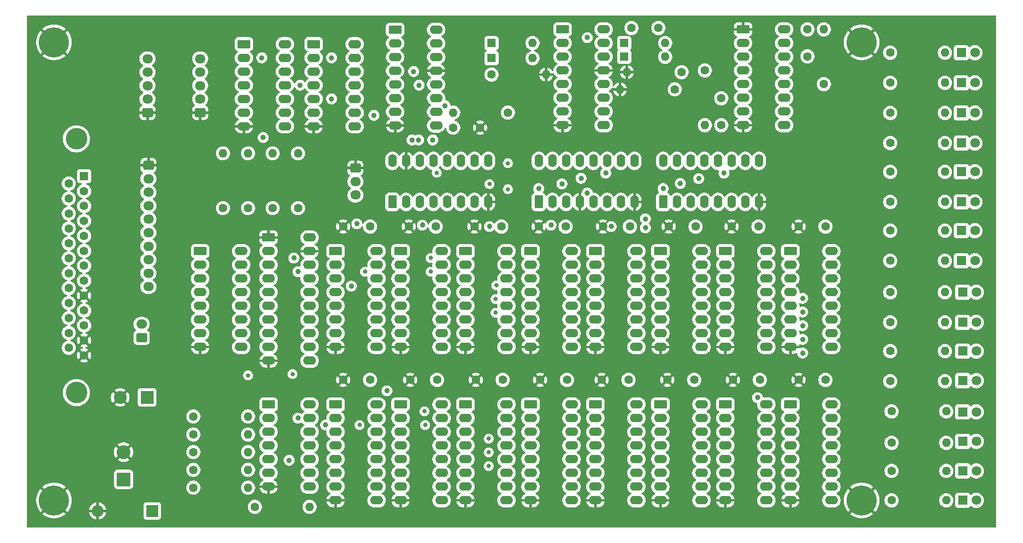
<source format=gbr>
%TF.GenerationSoftware,KiCad,Pcbnew,9.0.1*%
%TF.CreationDate,2025-07-19T09:37:52+10:00*%
%TF.ProjectId,128 X 16 RAM V4 FINAL ,31323820-5820-4313-9620-52414d205634,rev?*%
%TF.SameCoordinates,Original*%
%TF.FileFunction,Copper,L3,Inr*%
%TF.FilePolarity,Positive*%
%FSLAX46Y46*%
G04 Gerber Fmt 4.6, Leading zero omitted, Abs format (unit mm)*
G04 Created by KiCad (PCBNEW 9.0.1) date 2025-07-19 09:37:52*
%MOMM*%
%LPD*%
G01*
G04 APERTURE LIST*
G04 Aperture macros list*
%AMRoundRect*
0 Rectangle with rounded corners*
0 $1 Rounding radius*
0 $2 $3 $4 $5 $6 $7 $8 $9 X,Y pos of 4 corners*
0 Add a 4 corners polygon primitive as box body*
4,1,4,$2,$3,$4,$5,$6,$7,$8,$9,$2,$3,0*
0 Add four circle primitives for the rounded corners*
1,1,$1+$1,$2,$3*
1,1,$1+$1,$4,$5*
1,1,$1+$1,$6,$7*
1,1,$1+$1,$8,$9*
0 Add four rect primitives between the rounded corners*
20,1,$1+$1,$2,$3,$4,$5,0*
20,1,$1+$1,$4,$5,$6,$7,0*
20,1,$1+$1,$6,$7,$8,$9,0*
20,1,$1+$1,$8,$9,$2,$3,0*%
G04 Aperture macros list end*
%TA.AperFunction,ComponentPad*%
%ADD10RoundRect,0.250000X-0.950000X-0.550000X0.950000X-0.550000X0.950000X0.550000X-0.950000X0.550000X0*%
%TD*%
%TA.AperFunction,ComponentPad*%
%ADD11O,2.400000X1.600000*%
%TD*%
%TA.AperFunction,ComponentPad*%
%ADD12R,1.800000X1.800000*%
%TD*%
%TA.AperFunction,ComponentPad*%
%ADD13C,1.800000*%
%TD*%
%TA.AperFunction,ComponentPad*%
%ADD14R,1.600000X1.600000*%
%TD*%
%TA.AperFunction,ComponentPad*%
%ADD15O,1.600000X1.600000*%
%TD*%
%TA.AperFunction,ComponentPad*%
%ADD16C,1.600000*%
%TD*%
%TA.AperFunction,ComponentPad*%
%ADD17RoundRect,0.250000X0.550000X-0.950000X0.550000X0.950000X-0.550000X0.950000X-0.550000X-0.950000X0*%
%TD*%
%TA.AperFunction,ComponentPad*%
%ADD18O,1.600000X2.400000*%
%TD*%
%TA.AperFunction,ComponentPad*%
%ADD19C,5.600000*%
%TD*%
%TA.AperFunction,ComponentPad*%
%ADD20RoundRect,0.250000X-0.725000X0.600000X-0.725000X-0.600000X0.725000X-0.600000X0.725000X0.600000X0*%
%TD*%
%TA.AperFunction,ComponentPad*%
%ADD21O,1.950000X1.700000*%
%TD*%
%TA.AperFunction,ComponentPad*%
%ADD22R,2.400000X2.400000*%
%TD*%
%TA.AperFunction,ComponentPad*%
%ADD23C,2.400000*%
%TD*%
%TA.AperFunction,ComponentPad*%
%ADD24R,2.200000X2.200000*%
%TD*%
%TA.AperFunction,ComponentPad*%
%ADD25O,2.200000X2.200000*%
%TD*%
%TA.AperFunction,ComponentPad*%
%ADD26RoundRect,0.250000X0.725000X-0.600000X0.725000X0.600000X-0.725000X0.600000X-0.725000X-0.600000X0*%
%TD*%
%TA.AperFunction,ComponentPad*%
%ADD27C,4.000000*%
%TD*%
%TA.AperFunction,ComponentPad*%
%ADD28RoundRect,0.250000X1.050000X-1.050000X1.050000X1.050000X-1.050000X1.050000X-1.050000X-1.050000X0*%
%TD*%
%TA.AperFunction,ComponentPad*%
%ADD29C,2.600000*%
%TD*%
%TA.AperFunction,ComponentPad*%
%ADD30RoundRect,0.250000X0.750000X-0.600000X0.750000X0.600000X-0.750000X0.600000X-0.750000X-0.600000X0*%
%TD*%
%TA.AperFunction,ComponentPad*%
%ADD31O,2.000000X1.700000*%
%TD*%
%TA.AperFunction,ViaPad*%
%ADD32C,1.000000*%
%TD*%
%TA.AperFunction,ViaPad*%
%ADD33C,0.800000*%
%TD*%
G04 APERTURE END LIST*
D10*
%TO.N,~{CS14}*%
%TO.C,U15*%
X194691000Y-127202000D03*
D11*
%TO.N,/A0*%
X194691000Y-129742000D03*
%TO.N,/A1*%
X194691000Y-132282000D03*
%TO.N,/A2*%
X194691000Y-134822000D03*
%TO.N,/A3*%
X194691000Y-137362000D03*
%TO.N,/A4*%
X194691000Y-139902000D03*
%TO.N,D_OUT*%
X194691000Y-142442000D03*
%TO.N,GND*%
X194691000Y-144982000D03*
%TO.N,/A5*%
X202311000Y-144982000D03*
%TO.N,/A6*%
X202311000Y-142442000D03*
%TO.N,/A7*%
X202311000Y-139902000D03*
%TO.N,A8*%
X202311000Y-137362000D03*
%TO.N,A9*%
X202311000Y-134822000D03*
%TO.N,~{WE2}*%
X202311000Y-132282000D03*
%TO.N,D_IN2*%
X202311000Y-129742000D03*
%TO.N,+5V*%
X202311000Y-127202000D03*
%TD*%
D10*
%TO.N,~{CS}*%
%TO.C,J1*%
X97155000Y-98754000D03*
D11*
%TO.N,/A_0*%
X97155000Y-101294000D03*
%TO.N,/A_1*%
X97155000Y-103834000D03*
%TO.N,/A_2*%
X97155000Y-106374000D03*
%TO.N,/A_3*%
X97155000Y-108914000D03*
%TO.N,/A_4*%
X97155000Y-111454000D03*
%TO.N,D_OUT*%
X97155000Y-113994000D03*
%TO.N,GND*%
X97155000Y-116534000D03*
%TO.N,/A_5*%
X104775000Y-116534000D03*
%TO.N,/A_6*%
X104775000Y-113994000D03*
%TO.N,/A_7*%
X104775000Y-111454000D03*
%TO.N,/A_8*%
X104775000Y-108914000D03*
%TO.N,/A_9*%
X104775000Y-106374000D03*
%TO.N,~{WE}*%
X104775000Y-103834000D03*
%TO.N,D_IN*%
X104775000Y-101294000D03*
%TO.N,+5V*%
X104775000Y-98754000D03*
%TD*%
D10*
%TO.N,~{CS7}*%
%TO.C,U8*%
X206756000Y-98754000D03*
D11*
%TO.N,/A0*%
X206756000Y-101294000D03*
%TO.N,/A1*%
X206756000Y-103834000D03*
%TO.N,/A2*%
X206756000Y-106374000D03*
%TO.N,/A3*%
X206756000Y-108914000D03*
%TO.N,/A4*%
X206756000Y-111454000D03*
%TO.N,D_OUT*%
X206756000Y-113994000D03*
%TO.N,GND*%
X206756000Y-116534000D03*
%TO.N,/A5*%
X214376000Y-116534000D03*
%TO.N,/A6*%
X214376000Y-113994000D03*
%TO.N,/A7*%
X214376000Y-111454000D03*
%TO.N,A8*%
X214376000Y-108914000D03*
%TO.N,A9*%
X214376000Y-106374000D03*
%TO.N,~{WE1}*%
X214376000Y-103834000D03*
%TO.N,D_IN1*%
X214376000Y-101294000D03*
%TO.N,+5V*%
X214376000Y-98754000D03*
%TD*%
D12*
%TO.N,Net-(D10-K)*%
%TO.C,D10*%
X238760000Y-111962000D03*
D13*
%TO.N,+5V*%
X241300000Y-111962000D03*
%TD*%
D10*
%TO.N,/A_8*%
%TO.C,U21*%
X109855000Y-127202000D03*
D11*
%TO.N,A8*%
X109855000Y-129742000D03*
%TO.N,/A_9*%
X109855000Y-132282000D03*
%TO.N,A9*%
X109855000Y-134822000D03*
%TO.N,D_IN*%
X109855000Y-137362000D03*
%TO.N,D_IN1*%
X109855000Y-139902000D03*
%TO.N,GND*%
X109855000Y-142442000D03*
%TO.N,D_IN2*%
X117475000Y-142442000D03*
%TO.N,D_IN*%
X117475000Y-139902000D03*
%TO.N,~{WE1}*%
X117475000Y-137362000D03*
%TO.N,~{WE}*%
X117475000Y-134822000D03*
%TO.N,~{WE2}*%
X117475000Y-132282000D03*
%TO.N,~{WE}*%
X117475000Y-129742000D03*
%TO.N,+5V*%
X117475000Y-127202000D03*
%TD*%
D14*
%TO.N,Net-(D17-K)*%
%TO.C,D17*%
X175895000Y-62686000D03*
D15*
%TO.N,Net-(D17-A)*%
X183515000Y-62686000D03*
%TD*%
D12*
%TO.N,Net-(D11-K)*%
%TO.C,D11*%
X238760000Y-117296000D03*
D13*
%TO.N,+5V*%
X241300000Y-117296000D03*
%TD*%
D14*
%TO.N,Net-(D19-K)*%
%TO.C,D20*%
X151257000Y-60146000D03*
D15*
%TO.N,Net-(D20-A)*%
X158877000Y-60146000D03*
%TD*%
D10*
%TO.N,~{CS10}*%
%TO.C,U11*%
X146431000Y-127202000D03*
D11*
%TO.N,/A0*%
X146431000Y-129742000D03*
%TO.N,/A1*%
X146431000Y-132282000D03*
%TO.N,/A2*%
X146431000Y-134822000D03*
%TO.N,/A3*%
X146431000Y-137362000D03*
%TO.N,/A4*%
X146431000Y-139902000D03*
%TO.N,D_OUT*%
X146431000Y-142442000D03*
%TO.N,GND*%
X146431000Y-144982000D03*
%TO.N,/A5*%
X154051000Y-144982000D03*
%TO.N,/A6*%
X154051000Y-142442000D03*
%TO.N,/A7*%
X154051000Y-139902000D03*
%TO.N,A8*%
X154051000Y-137362000D03*
%TO.N,A9*%
X154051000Y-134822000D03*
%TO.N,~{WE2}*%
X154051000Y-132282000D03*
%TO.N,D_IN2*%
X154051000Y-129742000D03*
%TO.N,+5V*%
X154051000Y-127202000D03*
%TD*%
D16*
%TO.N,~{CS9}*%
%TO.C,R20*%
X225298000Y-111962000D03*
D15*
%TO.N,Net-(D10-K)*%
X235458000Y-111962000D03*
%TD*%
D17*
%TO.N,AD0*%
%TO.C,U20*%
X160020000Y-89610000D03*
D18*
%TO.N,AD1*%
X162560000Y-89610000D03*
%TO.N,AD2*%
X165100000Y-89610000D03*
%TO.N,GND*%
X167640000Y-89610000D03*
%TO.N,~{CS}*%
X170180000Y-89610000D03*
%TO.N,AD3*%
X172720000Y-89610000D03*
%TO.N,~{CS15}*%
X175260000Y-89610000D03*
%TO.N,GND*%
X177800000Y-89610000D03*
%TO.N,~{CS14}*%
X177800000Y-81990000D03*
%TO.N,~{CS13}*%
X175260000Y-81990000D03*
%TO.N,~{CS12}*%
X172720000Y-81990000D03*
%TO.N,~{CS11}*%
X170180000Y-81990000D03*
%TO.N,~{CS10}*%
X167640000Y-81990000D03*
%TO.N,~{CS9}*%
X165100000Y-81990000D03*
%TO.N,~{CS8}*%
X162560000Y-81990000D03*
%TO.N,+5V*%
X160020000Y-81990000D03*
%TD*%
D16*
%TO.N,~{CS4}*%
%TO.C,R15*%
X225298000Y-84022000D03*
D15*
%TO.N,Net-(D5-K)*%
X235458000Y-84022000D03*
%TD*%
D10*
%TO.N,~{CS0}*%
%TO.C,U1*%
X122301000Y-98754000D03*
D11*
%TO.N,/A0*%
X122301000Y-101294000D03*
%TO.N,/A1*%
X122301000Y-103834000D03*
%TO.N,/A2*%
X122301000Y-106374000D03*
%TO.N,/A3*%
X122301000Y-108914000D03*
%TO.N,/A4*%
X122301000Y-111454000D03*
%TO.N,D_OUT*%
X122301000Y-113994000D03*
%TO.N,GND*%
X122301000Y-116534000D03*
%TO.N,/A5*%
X129921000Y-116534000D03*
%TO.N,/A6*%
X129921000Y-113994000D03*
%TO.N,/A7*%
X129921000Y-111454000D03*
%TO.N,A8*%
X129921000Y-108914000D03*
%TO.N,A9*%
X129921000Y-106374000D03*
%TO.N,~{WE1}*%
X129921000Y-103834000D03*
%TO.N,D_IN1*%
X129921000Y-101294000D03*
%TO.N,+5V*%
X129921000Y-98754000D03*
%TD*%
D10*
%TO.N,~{CS6}*%
%TO.C,U7*%
X194691000Y-98754000D03*
D11*
%TO.N,/A0*%
X194691000Y-101294000D03*
%TO.N,/A1*%
X194691000Y-103834000D03*
%TO.N,/A2*%
X194691000Y-106374000D03*
%TO.N,/A3*%
X194691000Y-108914000D03*
%TO.N,/A4*%
X194691000Y-111454000D03*
%TO.N,D_OUT*%
X194691000Y-113994000D03*
%TO.N,GND*%
X194691000Y-116534000D03*
%TO.N,/A5*%
X202311000Y-116534000D03*
%TO.N,/A6*%
X202311000Y-113994000D03*
%TO.N,/A7*%
X202311000Y-111454000D03*
%TO.N,A8*%
X202311000Y-108914000D03*
%TO.N,A9*%
X202311000Y-106374000D03*
%TO.N,~{WE1}*%
X202311000Y-103834000D03*
%TO.N,D_IN1*%
X202311000Y-101294000D03*
%TO.N,+5V*%
X202311000Y-98754000D03*
%TD*%
D16*
%TO.N,+5V*%
%TO.C,C17*%
X177245000Y-57352000D03*
%TO.N,Net-(D17-A)*%
X182245000Y-57352000D03*
%TD*%
%TO.N,Net-(U25A-RCext)*%
%TO.C,C19*%
X209931000Y-57606000D03*
%TO.N,Net-(U25A-Cext)*%
X209931000Y-62606000D03*
%TD*%
%TO.N,+5V*%
%TO.C,R10*%
X95884000Y-136026000D03*
D15*
%TO.N,A9*%
X106044000Y-136026000D03*
%TD*%
D10*
%TO.N,~{CS15}*%
%TO.C,U16*%
X206756000Y-127202000D03*
D11*
%TO.N,/A0*%
X206756000Y-129742000D03*
%TO.N,/A1*%
X206756000Y-132282000D03*
%TO.N,/A2*%
X206756000Y-134822000D03*
%TO.N,/A3*%
X206756000Y-137362000D03*
%TO.N,/A4*%
X206756000Y-139902000D03*
%TO.N,D_OUT*%
X206756000Y-142442000D03*
%TO.N,GND*%
X206756000Y-144982000D03*
%TO.N,/A5*%
X214376000Y-144982000D03*
%TO.N,/A6*%
X214376000Y-142442000D03*
%TO.N,/A7*%
X214376000Y-139902000D03*
%TO.N,A8*%
X214376000Y-137362000D03*
%TO.N,A9*%
X214376000Y-134822000D03*
%TO.N,~{WE2}*%
X214376000Y-132282000D03*
%TO.N,D_IN2*%
X214376000Y-129742000D03*
%TO.N,+5V*%
X214376000Y-127202000D03*
%TD*%
D16*
%TO.N,Net-(U27-~{SRCLR})*%
%TO.C,C21*%
X144144000Y-75828000D03*
%TO.N,GND*%
X149144000Y-75828000D03*
%TD*%
%TO.N,~{CS13}*%
%TO.C,R24*%
X225552000Y-134314000D03*
D15*
%TO.N,Net-(D14-K)*%
X235712000Y-134314000D03*
%TD*%
D16*
%TO.N,GND*%
%TO.C,C6*%
X184150000Y-94182000D03*
%TO.N,+5V*%
X189150000Y-94182000D03*
%TD*%
%TO.N,GND*%
%TO.C,C7*%
X195834000Y-94182000D03*
%TO.N,+5V*%
X200834000Y-94182000D03*
%TD*%
D10*
%TO.N,~{CS4}*%
%TO.C,U5*%
X170561000Y-98754000D03*
D11*
%TO.N,/A0*%
X170561000Y-101294000D03*
%TO.N,/A1*%
X170561000Y-103834000D03*
%TO.N,/A2*%
X170561000Y-106374000D03*
%TO.N,/A3*%
X170561000Y-108914000D03*
%TO.N,/A4*%
X170561000Y-111454000D03*
%TO.N,D_OUT*%
X170561000Y-113994000D03*
%TO.N,GND*%
X170561000Y-116534000D03*
%TO.N,/A5*%
X178181000Y-116534000D03*
%TO.N,/A6*%
X178181000Y-113994000D03*
%TO.N,/A7*%
X178181000Y-111454000D03*
%TO.N,A8*%
X178181000Y-108914000D03*
%TO.N,A9*%
X178181000Y-106374000D03*
%TO.N,~{WE1}*%
X178181000Y-103834000D03*
%TO.N,D_IN1*%
X178181000Y-101294000D03*
%TO.N,+5V*%
X178181000Y-98754000D03*
%TD*%
D17*
%TO.N,Net-(U22-S)*%
%TO.C,U22*%
X132842000Y-89610000D03*
D18*
%TO.N,8*%
X135382000Y-89610000D03*
%TO.N,Net-(U22-I1a)*%
X137922000Y-89610000D03*
%TO.N,AD3*%
X140462000Y-89610000D03*
%TO.N,4*%
X143002000Y-89610000D03*
%TO.N,Net-(U22-I1b)*%
X145542000Y-89610000D03*
%TO.N,AD2*%
X148082000Y-89610000D03*
%TO.N,GND*%
X150622000Y-89610000D03*
%TO.N,AD1*%
X150622000Y-81990000D03*
%TO.N,Net-(U22-I1c)*%
X148082000Y-81990000D03*
%TO.N,2*%
X145542000Y-81990000D03*
%TO.N,AD0*%
X143002000Y-81990000D03*
%TO.N,Net-(U22-I1d)*%
X140462000Y-81990000D03*
%TO.N,1*%
X137922000Y-81990000D03*
%TO.N,GND*%
X135382000Y-81990000D03*
%TO.N,+5V*%
X132842000Y-81990000D03*
%TD*%
D19*
%TO.N,GND*%
%TO.C,H2*%
X70000000Y-145000000D03*
%TD*%
%TO.N,GND*%
%TO.C,H1*%
X70000000Y-60000000D03*
%TD*%
D10*
%TO.N,~{CS8}*%
%TO.C,U9*%
X122301000Y-127202000D03*
D11*
%TO.N,/A0*%
X122301000Y-129742000D03*
%TO.N,/A1*%
X122301000Y-132282000D03*
%TO.N,/A2*%
X122301000Y-134822000D03*
%TO.N,/A3*%
X122301000Y-137362000D03*
%TO.N,/A4*%
X122301000Y-139902000D03*
%TO.N,D_OUT*%
X122301000Y-142442000D03*
%TO.N,GND*%
X122301000Y-144982000D03*
%TO.N,/A5*%
X129921000Y-144982000D03*
%TO.N,/A6*%
X129921000Y-142442000D03*
%TO.N,/A7*%
X129921000Y-139902000D03*
%TO.N,A8*%
X129921000Y-137362000D03*
%TO.N,A9*%
X129921000Y-134822000D03*
%TO.N,~{WE2}*%
X129921000Y-132282000D03*
%TO.N,D_IN2*%
X129921000Y-129742000D03*
%TO.N,+5V*%
X129921000Y-127202000D03*
%TD*%
D12*
%TO.N,Net-(D4-K)*%
%TO.C,D4*%
X238506000Y-78688000D03*
D13*
%TO.N,+5V*%
X241046000Y-78688000D03*
%TD*%
D10*
%TO.N,unconnected-(U27-QB-Pad1)*%
%TO.C,U27*%
X133350000Y-57658000D03*
D11*
%TO.N,unconnected-(U27-QC-Pad2)*%
X133350000Y-60198000D03*
%TO.N,unconnected-(U27-QD-Pad3)*%
X133350000Y-62738000D03*
%TO.N,Net-(U22-I1a)*%
X133350000Y-65278000D03*
%TO.N,Net-(U22-I1b)*%
X133350000Y-67818000D03*
%TO.N,Net-(U22-I1c)*%
X133350000Y-70358000D03*
%TO.N,Net-(U22-I1d)*%
X133350000Y-72898000D03*
%TO.N,GND*%
X133350000Y-75438000D03*
%TO.N,unconnected-(U27-QH&apos;-Pad9)*%
X140970000Y-75438000D03*
%TO.N,Net-(U27-~{SRCLR})*%
X140970000Y-72898000D03*
%TO.N,/set BANK clock*%
X140970000Y-70358000D03*
%TO.N,/Latch Bank*%
X140970000Y-67818000D03*
%TO.N,GND*%
X140970000Y-65278000D03*
%TO.N,Net-(U27-SER)*%
X140970000Y-62738000D03*
%TO.N,unconnected-(U27-QA-Pad15)*%
X140970000Y-60198000D03*
%TO.N,+5V*%
X140970000Y-57658000D03*
%TD*%
D12*
%TO.N,Net-(D7-K)*%
%TO.C,D7*%
X238506000Y-94944000D03*
D13*
%TO.N,+5V*%
X241046000Y-94944000D03*
%TD*%
D20*
%TO.N,GND*%
%TO.C,J4*%
X87540000Y-82829000D03*
D21*
%TO.N,SR0*%
X87540000Y-85329000D03*
%TO.N,SR1*%
X87540000Y-87829000D03*
%TO.N,SR2*%
X87540000Y-90329000D03*
%TO.N,SR3*%
X87540000Y-92829000D03*
%TO.N,SR4*%
X87540000Y-95329000D03*
%TO.N,SR5*%
X87540000Y-97829000D03*
%TO.N,SR6*%
X87540000Y-100329000D03*
%TO.N,SR7*%
X87540000Y-102829000D03*
%TO.N,unconnected-(J4-Pin_10-Pad10)*%
X87540000Y-105329000D03*
%TD*%
D16*
%TO.N,+5V*%
%TO.C,R9*%
X95884000Y-142630000D03*
D15*
%TO.N,~{WE1}*%
X106044000Y-142630000D03*
%TD*%
D16*
%TO.N,Net-(D17-K)*%
%TO.C,R27*%
X185292000Y-68716000D03*
D15*
%TO.N,GND*%
X175132000Y-68716000D03*
%TD*%
D16*
%TO.N,+5V*%
%TO.C,R30*%
X190881000Y-65226000D03*
D15*
%TO.N,Net-(U25B-RCext)*%
X190881000Y-75386000D03*
%TD*%
D16*
%TO.N,~{CS10}*%
%TO.C,R21*%
X225298000Y-117296000D03*
D15*
%TO.N,Net-(D11-K)*%
X235458000Y-117296000D03*
%TD*%
D12*
%TO.N,Net-(D12-K)*%
%TO.C,D12*%
X238760000Y-122766000D03*
D13*
%TO.N,+5V*%
X241300000Y-122766000D03*
%TD*%
D16*
%TO.N,+5V*%
%TO.C,R32*%
X95884000Y-139328000D03*
D15*
%TO.N,A8*%
X106044000Y-139328000D03*
%TD*%
D16*
%TO.N,GND*%
%TO.C,C10*%
X136144000Y-122630000D03*
%TO.N,+5V*%
X141144000Y-122630000D03*
%TD*%
%TO.N,~{CS5}*%
%TO.C,R16*%
X225298000Y-89610000D03*
D15*
%TO.N,Net-(D6-K)*%
X235458000Y-89610000D03*
%TD*%
D22*
%TO.N,+5V*%
%TO.C,C18*%
X87285959Y-125866000D03*
D23*
%TO.N,GND*%
X82285959Y-125866000D03*
%TD*%
D10*
%TO.N,~{CLOCK_0_OUT}*%
%TO.C,U24*%
X105282000Y-60334000D03*
D11*
%TO.N,Net-(U25B-A)*%
X105282000Y-62874000D03*
%TO.N,~{CLK_0_IN}*%
X105282000Y-65414000D03*
%TO.N,Net-(U24-Pad4)*%
X105282000Y-67954000D03*
%TO.N,~{DATA_0_IN}*%
X105282000Y-70494000D03*
%TO.N,Net-(U27-SER)*%
X105282000Y-73034000D03*
%TO.N,GND*%
X105282000Y-75574000D03*
%TO.N,/set BANK clock*%
X112902000Y-75574000D03*
%TO.N,Net-(U24-Pad9)*%
X112902000Y-73034000D03*
%TO.N,Net-(U22-S)*%
X112902000Y-70494000D03*
%TO.N,~{RUN}*%
X112902000Y-67954000D03*
%TO.N,N/C*%
X112902000Y-65414000D03*
X112902000Y-62874000D03*
%TO.N,+5V*%
X112902000Y-60334000D03*
%TD*%
D16*
%TO.N,~{CS3}*%
%TO.C,R14*%
X225298000Y-78688000D03*
D15*
%TO.N,Net-(D4-K)*%
X235458000Y-78688000D03*
%TD*%
D16*
%TO.N,~{CS7}*%
%TO.C,R18*%
X225298000Y-100532000D03*
D15*
%TO.N,Net-(D8-K)*%
X235458000Y-100532000D03*
%TD*%
D16*
%TO.N,GND*%
%TO.C,C13*%
X171704000Y-122630000D03*
%TO.N,+5V*%
X176704000Y-122630000D03*
%TD*%
D10*
%TO.N,~{CS9}*%
%TO.C,U10*%
X134366000Y-127202000D03*
D11*
%TO.N,/A0*%
X134366000Y-129742000D03*
%TO.N,/A1*%
X134366000Y-132282000D03*
%TO.N,/A2*%
X134366000Y-134822000D03*
%TO.N,/A3*%
X134366000Y-137362000D03*
%TO.N,/A4*%
X134366000Y-139902000D03*
%TO.N,D_OUT*%
X134366000Y-142442000D03*
%TO.N,GND*%
X134366000Y-144982000D03*
%TO.N,/A5*%
X141986000Y-144982000D03*
%TO.N,/A6*%
X141986000Y-142442000D03*
%TO.N,/A7*%
X141986000Y-139902000D03*
%TO.N,A8*%
X141986000Y-137362000D03*
%TO.N,A9*%
X141986000Y-134822000D03*
%TO.N,~{WE2}*%
X141986000Y-132282000D03*
%TO.N,D_IN2*%
X141986000Y-129742000D03*
%TO.N,+5V*%
X141986000Y-127202000D03*
%TD*%
D16*
%TO.N,GND*%
%TO.C,C11*%
X148336000Y-122630000D03*
%TO.N,+5V*%
X153336000Y-122630000D03*
%TD*%
D12*
%TO.N,Net-(D9-K)*%
%TO.C,D9*%
X238760000Y-106356000D03*
D13*
%TO.N,+5V*%
X241300000Y-106356000D03*
%TD*%
D16*
%TO.N,GND*%
%TO.C,C2*%
X135890000Y-94182000D03*
%TO.N,+5V*%
X140890000Y-94182000D03*
%TD*%
D20*
%TO.N,GND*%
%TO.C,J2*%
X125984000Y-83340000D03*
D21*
%TO.N,~{RUN}*%
X125984000Y-85840000D03*
%TO.N,~{RST}*%
X125984000Y-88340000D03*
%TD*%
D16*
%TO.N,+5V*%
%TO.C,R4*%
X110617000Y-90753000D03*
D15*
%TO.N,4*%
X110617000Y-80593000D03*
%TD*%
D16*
%TO.N,~{CS8}*%
%TO.C,R19*%
X225298000Y-106374000D03*
D15*
%TO.N,Net-(D9-K)*%
X235458000Y-106374000D03*
%TD*%
D10*
%TO.N,Net-(D19-K)*%
%TO.C,U26*%
X118236000Y-60334000D03*
D11*
%TO.N,Net-(U24-Pad4)*%
X118236000Y-62874000D03*
%TO.N,~{CLOCK_0_OUT}*%
X118236000Y-65414000D03*
%TO.N,Net-(U19-Q2)*%
X118236000Y-67954000D03*
%TO.N,Net-(U24-Pad4)*%
X118236000Y-70494000D03*
%TO.N,Net-(U24-Pad9)*%
X118236000Y-73034000D03*
%TO.N,GND*%
X118236000Y-75574000D03*
%TO.N,N/C*%
X125856000Y-75574000D03*
X125856000Y-73034000D03*
X125856000Y-70494000D03*
X125856000Y-67954000D03*
X125856000Y-65414000D03*
X125856000Y-62874000D03*
%TO.N,+5V*%
X125856000Y-60334000D03*
%TD*%
D16*
%TO.N,+5V*%
%TO.C,R7*%
X95884000Y-129422000D03*
D15*
%TO.N,D_IN1*%
X106044000Y-129422000D03*
%TD*%
D10*
%TO.N,unconnected-(U19-Q5-Pad1)*%
%TO.C,U19*%
X164465000Y-57606000D03*
D11*
%TO.N,Net-(D20-A)*%
X164465000Y-60146000D03*
%TO.N,Net-(D19-A)*%
X164465000Y-62686000D03*
%TO.N,Net-(U19-Q2)*%
X164465000Y-65226000D03*
%TO.N,unconnected-(U19-Q6-Pad5)*%
X164465000Y-67766000D03*
%TO.N,unconnected-(U19-Q7-Pad6)*%
X164465000Y-70306000D03*
%TO.N,Net-(U19-Q3)*%
X164465000Y-72846000D03*
%TO.N,GND*%
X164465000Y-75386000D03*
%TO.N,unconnected-(U19-Q8-Pad9)*%
X172085000Y-75386000D03*
%TO.N,unconnected-(U19-Q4-Pad10)*%
X172085000Y-72846000D03*
%TO.N,unconnected-(U19-Q9-Pad11)*%
X172085000Y-70306000D03*
%TO.N,unconnected-(U19-Cout-Pad12)*%
X172085000Y-67766000D03*
%TO.N,GND*%
X172085000Y-65226000D03*
%TO.N,~{RESETFLAG_0_IN}*%
X172085000Y-62686000D03*
%TO.N,Net-(D17-K)*%
X172085000Y-60146000D03*
%TO.N,+5V*%
X172085000Y-57606000D03*
%TD*%
D16*
%TO.N,GND*%
%TO.C,C8*%
X208280000Y-94182000D03*
%TO.N,+5V*%
X213280000Y-94182000D03*
%TD*%
%TO.N,GND*%
%TO.C,C5*%
X171958000Y-94182000D03*
%TO.N,+5V*%
X176958000Y-94182000D03*
%TD*%
D10*
%TO.N,~{CS3}*%
%TO.C,U4*%
X158496000Y-98754000D03*
D11*
%TO.N,/A0*%
X158496000Y-101294000D03*
%TO.N,/A1*%
X158496000Y-103834000D03*
%TO.N,/A2*%
X158496000Y-106374000D03*
%TO.N,/A3*%
X158496000Y-108914000D03*
%TO.N,/A4*%
X158496000Y-111454000D03*
%TO.N,D_OUT*%
X158496000Y-113994000D03*
%TO.N,GND*%
X158496000Y-116534000D03*
%TO.N,/A5*%
X166116000Y-116534000D03*
%TO.N,/A6*%
X166116000Y-113994000D03*
%TO.N,/A7*%
X166116000Y-111454000D03*
%TO.N,A8*%
X166116000Y-108914000D03*
%TO.N,A9*%
X166116000Y-106374000D03*
%TO.N,~{WE1}*%
X166116000Y-103834000D03*
%TO.N,D_IN1*%
X166116000Y-101294000D03*
%TO.N,+5V*%
X166116000Y-98754000D03*
%TD*%
D12*
%TO.N,Net-(D6-K)*%
%TO.C,D6*%
X238506000Y-89610000D03*
D13*
%TO.N,+5V*%
X241046000Y-89610000D03*
%TD*%
D16*
%TO.N,GND*%
%TO.C,C15*%
X196088000Y-122630000D03*
%TO.N,+5V*%
X201088000Y-122630000D03*
%TD*%
D10*
%TO.N,GND*%
%TO.C,U25*%
X197993000Y-57606000D03*
D11*
%TO.N,Net-(U19-Q3)*%
X197993000Y-60146000D03*
%TO.N,+5V*%
X197993000Y-62686000D03*
%TO.N,Net-(U25A-~{Q})*%
X197993000Y-65226000D03*
%TO.N,/Reset Counter*%
X197993000Y-67766000D03*
%TO.N,Net-(U25B-Cext)*%
X197993000Y-70306000D03*
%TO.N,Net-(U25B-RCext)*%
X197993000Y-72846000D03*
%TO.N,GND*%
X197993000Y-75386000D03*
%TO.N,Net-(U25B-A)*%
X205613000Y-75386000D03*
%TO.N,Net-(U25A-~{Q})*%
X205613000Y-72846000D03*
%TO.N,+5V*%
X205613000Y-70306000D03*
%TO.N,unconnected-(U25B-~{Q}-Pad12)*%
X205613000Y-67766000D03*
%TO.N,/Latch Bank*%
X205613000Y-65226000D03*
%TO.N,Net-(U25A-Cext)*%
X205613000Y-62686000D03*
%TO.N,Net-(U25A-RCext)*%
X205613000Y-60146000D03*
%TO.N,+5V*%
X205613000Y-57606000D03*
%TD*%
D16*
%TO.N,+5V*%
%TO.C,R1*%
X101388000Y-90753000D03*
D15*
%TO.N,1*%
X101388000Y-80593000D03*
%TD*%
D12*
%TO.N,Net-(D14-K)*%
%TO.C,D14*%
X238760000Y-134042000D03*
D13*
%TO.N,+5V*%
X241300000Y-134042000D03*
%TD*%
D16*
%TO.N,~{CS6}*%
%TO.C,R17*%
X225298000Y-94944000D03*
D15*
%TO.N,Net-(D7-K)*%
X235458000Y-94944000D03*
%TD*%
D10*
%TO.N,~{CS13}*%
%TO.C,U14*%
X182626000Y-127202000D03*
D11*
%TO.N,/A0*%
X182626000Y-129742000D03*
%TO.N,/A1*%
X182626000Y-132282000D03*
%TO.N,/A2*%
X182626000Y-134822000D03*
%TO.N,/A3*%
X182626000Y-137362000D03*
%TO.N,/A4*%
X182626000Y-139902000D03*
%TO.N,D_OUT*%
X182626000Y-142442000D03*
%TO.N,GND*%
X182626000Y-144982000D03*
%TO.N,/A5*%
X190246000Y-144982000D03*
%TO.N,/A6*%
X190246000Y-142442000D03*
%TO.N,/A7*%
X190246000Y-139902000D03*
%TO.N,A8*%
X190246000Y-137362000D03*
%TO.N,A9*%
X190246000Y-134822000D03*
%TO.N,~{WE2}*%
X190246000Y-132282000D03*
%TO.N,D_IN2*%
X190246000Y-129742000D03*
%TO.N,+5V*%
X190246000Y-127202000D03*
%TD*%
D14*
%TO.N,Net-(D17-K)*%
%TO.C,D18*%
X175895000Y-60146000D03*
D15*
%TO.N,/Reset Counter*%
X183515000Y-60146000D03*
%TD*%
D16*
%TO.N,+5V*%
%TO.C,R29*%
X212979000Y-67766000D03*
D15*
%TO.N,Net-(U25A-RCext)*%
X212979000Y-57606000D03*
%TD*%
D16*
%TO.N,+5V*%
%TO.C,R31*%
X154304000Y-73034000D03*
D15*
%TO.N,Net-(U27-~{SRCLR})*%
X144144000Y-73034000D03*
%TD*%
D16*
%TO.N,GND*%
%TO.C,C3*%
X148082000Y-94182000D03*
%TO.N,+5V*%
X153082000Y-94182000D03*
%TD*%
%TO.N,~{CS1}*%
%TO.C,R12*%
X225298000Y-67512000D03*
D15*
%TO.N,Net-(D2-K)*%
X235458000Y-67512000D03*
%TD*%
D14*
%TO.N,Net-(D19-K)*%
%TO.C,D19*%
X151257000Y-62940000D03*
D15*
%TO.N,Net-(D19-A)*%
X158877000Y-62940000D03*
%TD*%
D16*
%TO.N,GND*%
%TO.C,C9*%
X123698000Y-122630000D03*
%TO.N,+5V*%
X128698000Y-122630000D03*
%TD*%
D24*
%TO.N,+5V*%
%TO.C,D21*%
X88264000Y-146948000D03*
D25*
%TO.N,GND*%
X78104000Y-146948000D03*
%TD*%
D16*
%TO.N,~{CS12}*%
%TO.C,R23*%
X225552000Y-128472000D03*
D15*
%TO.N,Net-(D13-K)*%
X235712000Y-128472000D03*
%TD*%
D26*
%TO.N,GND*%
%TO.C,J7*%
X97154000Y-73034000D03*
D21*
%TO.N,~{DATA_0_IN}*%
X97154000Y-70534000D03*
%TO.N,~{FLAG_0_IN}*%
X97154000Y-68034000D03*
%TO.N,~{RESETFLAG_0_IN}*%
X97154000Y-65534000D03*
%TO.N,~{CLOCK_0_OUT}*%
X97154000Y-63034000D03*
%TD*%
D16*
%TO.N,GND*%
%TO.C,C4*%
X160020000Y-94182000D03*
%TO.N,+5V*%
X165020000Y-94182000D03*
%TD*%
%TO.N,Net-(D19-K)*%
%TO.C,R28*%
X151257000Y-65988000D03*
D15*
%TO.N,GND*%
X161417000Y-65988000D03*
%TD*%
D16*
%TO.N,GND*%
%TO.C,C14*%
X183896000Y-122630000D03*
%TO.N,+5V*%
X188896000Y-122630000D03*
%TD*%
D10*
%TO.N,~{CS12}*%
%TO.C,U13*%
X170561000Y-127202000D03*
D11*
%TO.N,/A0*%
X170561000Y-129742000D03*
%TO.N,/A1*%
X170561000Y-132282000D03*
%TO.N,/A2*%
X170561000Y-134822000D03*
%TO.N,/A3*%
X170561000Y-137362000D03*
%TO.N,/A4*%
X170561000Y-139902000D03*
%TO.N,D_OUT*%
X170561000Y-142442000D03*
%TO.N,GND*%
X170561000Y-144982000D03*
%TO.N,/A5*%
X178181000Y-144982000D03*
%TO.N,/A6*%
X178181000Y-142442000D03*
%TO.N,/A7*%
X178181000Y-139902000D03*
%TO.N,A8*%
X178181000Y-137362000D03*
%TO.N,A9*%
X178181000Y-134822000D03*
%TO.N,~{WE2}*%
X178181000Y-132282000D03*
%TO.N,D_IN2*%
X178181000Y-129742000D03*
%TO.N,+5V*%
X178181000Y-127202000D03*
%TD*%
D26*
%TO.N,GND*%
%TO.C,J5*%
X87375000Y-73034000D03*
D21*
%TO.N,~{DATA_0_IN}*%
X87375000Y-70534000D03*
%TO.N,~{FLAG_0_IN}*%
X87375000Y-68034000D03*
%TO.N,~{RESETFLAG_0_IN}*%
X87375000Y-65534000D03*
%TO.N,~{CLK_0_IN}*%
X87375000Y-63034000D03*
%TD*%
D27*
%TO.N,N/C*%
%TO.C,J3*%
X74172000Y-77900000D03*
X74172000Y-125000000D03*
D14*
%TO.N,SR0*%
X75592000Y-84830000D03*
D16*
%TO.N,SR1*%
X75592000Y-87600000D03*
%TO.N,SR2*%
X75592000Y-90370000D03*
%TO.N,SR3*%
X75592000Y-93140000D03*
%TO.N,SR4*%
X75592000Y-95910000D03*
%TO.N,SR5*%
X75592000Y-98680000D03*
%TO.N,SR6*%
X75592000Y-101450000D03*
%TO.N,SR7*%
X75592000Y-104220000D03*
%TO.N,GND*%
X75592000Y-106990000D03*
%TO.N,~{DEP}*%
X75592000Y-109760000D03*
%TO.N,~{LA}*%
X75592000Y-112530000D03*
%TO.N,GND*%
X75592000Y-115300000D03*
X75592000Y-118070000D03*
%TO.N,1*%
X72752000Y-86215000D03*
%TO.N,2*%
X72752000Y-88985000D03*
%TO.N,4*%
X72752000Y-91755000D03*
%TO.N,8*%
X72752000Y-94525000D03*
%TO.N,unconnected-(J3-P18-Pad18)*%
X72752000Y-97295000D03*
%TO.N,unconnected-(J3-P19-Pad19)*%
X72752000Y-100065000D03*
%TO.N,unconnected-(J3-P20-Pad20)*%
X72752000Y-102835000D03*
%TO.N,unconnected-(J3-P21-Pad21)*%
X72752000Y-105605000D03*
%TO.N,unconnected-(J3-P22-Pad22)*%
X72752000Y-108375000D03*
%TO.N,unconnected-(J3-P23-Pad23)*%
X72752000Y-111145000D03*
%TO.N,unconnected-(J3-P24-Pad24)*%
X72752000Y-113915000D03*
%TO.N,+5V*%
X72752000Y-116685000D03*
%TD*%
%TO.N,~{CS11}*%
%TO.C,R22*%
X225298000Y-122884000D03*
D15*
%TO.N,Net-(D12-K)*%
X235458000Y-122884000D03*
%TD*%
D12*
%TO.N,Net-(D3-K)*%
%TO.C,D3*%
X238506000Y-73100000D03*
D13*
%TO.N,+5V*%
X241046000Y-73100000D03*
%TD*%
D16*
%TO.N,+5V*%
%TO.C,R8*%
X95884000Y-132766000D03*
D15*
%TO.N,~{WE2}*%
X106044000Y-132766000D03*
%TD*%
D16*
%TO.N,Net-(U25B-RCext)*%
%TO.C,C20*%
X193929000Y-75386000D03*
%TO.N,Net-(U25B-Cext)*%
X193929000Y-70386000D03*
%TD*%
D10*
%TO.N,GND*%
%TO.C,U23*%
X109855000Y-96214000D03*
D11*
%TO.N,/A_0*%
X109855000Y-98754000D03*
%TO.N,/A_1*%
X109855000Y-101294000D03*
%TO.N,/A_2*%
X109855000Y-103834000D03*
%TO.N,/A_3*%
X109855000Y-106374000D03*
%TO.N,/A_4*%
X109855000Y-108914000D03*
%TO.N,/A_7*%
X109855000Y-111454000D03*
%TO.N,/A_6*%
X109855000Y-113994000D03*
%TO.N,/A_5*%
X109855000Y-116534000D03*
%TO.N,GND*%
X109855000Y-119074000D03*
%TO.N,/A5*%
X117475000Y-119074000D03*
%TO.N,/A6*%
X117475000Y-116534000D03*
%TO.N,/A7*%
X117475000Y-113994000D03*
%TO.N,/A4*%
X117475000Y-111454000D03*
%TO.N,/A3*%
X117475000Y-108914000D03*
%TO.N,/A2*%
X117475000Y-106374000D03*
%TO.N,/A1*%
X117475000Y-103834000D03*
%TO.N,/A0*%
X117475000Y-101294000D03*
%TO.N,GND*%
X117475000Y-98754000D03*
%TO.N,+5V*%
X117475000Y-96214000D03*
%TD*%
D12*
%TO.N,Net-(D1-K)*%
%TO.C,D1*%
X238506000Y-61924000D03*
D13*
%TO.N,+5V*%
X241046000Y-61924000D03*
%TD*%
D12*
%TO.N,Net-(D13-K)*%
%TO.C,D13*%
X238760000Y-128572000D03*
D13*
%TO.N,+5V*%
X241300000Y-128572000D03*
%TD*%
D16*
%TO.N,GND*%
%TO.C,C16*%
X208280000Y-122630000D03*
%TO.N,+5V*%
X213280000Y-122630000D03*
%TD*%
%TO.N,~{CS15}*%
%TO.C,R26*%
X225552000Y-144982000D03*
D15*
%TO.N,Net-(D16-K)*%
X235712000Y-144982000D03*
%TD*%
D12*
%TO.N,Net-(D2-K)*%
%TO.C,D2*%
X238506000Y-67512000D03*
D13*
%TO.N,+5V*%
X241046000Y-67512000D03*
%TD*%
D10*
%TO.N,~{CS2}*%
%TO.C,U3*%
X146431000Y-98754000D03*
D11*
%TO.N,/A0*%
X146431000Y-101294000D03*
%TO.N,/A1*%
X146431000Y-103834000D03*
%TO.N,/A2*%
X146431000Y-106374000D03*
%TO.N,/A3*%
X146431000Y-108914000D03*
%TO.N,/A4*%
X146431000Y-111454000D03*
%TO.N,D_OUT*%
X146431000Y-113994000D03*
%TO.N,GND*%
X146431000Y-116534000D03*
%TO.N,/A5*%
X154051000Y-116534000D03*
%TO.N,/A6*%
X154051000Y-113994000D03*
%TO.N,/A7*%
X154051000Y-111454000D03*
%TO.N,A8*%
X154051000Y-108914000D03*
%TO.N,A9*%
X154051000Y-106374000D03*
%TO.N,~{WE1}*%
X154051000Y-103834000D03*
%TO.N,D_IN1*%
X154051000Y-101294000D03*
%TO.N,+5V*%
X154051000Y-98754000D03*
%TD*%
D16*
%TO.N,~{CS0}*%
%TO.C,R11*%
X225298000Y-61924000D03*
D15*
%TO.N,Net-(D1-K)*%
X235458000Y-61924000D03*
%TD*%
D16*
%TO.N,GND*%
%TO.C,C12*%
X160274000Y-122630000D03*
%TO.N,+5V*%
X165274000Y-122630000D03*
%TD*%
D19*
%TO.N,GND*%
%TO.C,H4*%
X220000000Y-145000000D03*
%TD*%
D12*
%TO.N,Net-(D5-K)*%
%TO.C,D5*%
X238506000Y-84004000D03*
D13*
%TO.N,+5V*%
X241046000Y-84004000D03*
%TD*%
D12*
%TO.N,Net-(D15-K)*%
%TO.C,D15*%
X238760000Y-139512000D03*
D13*
%TO.N,+5V*%
X241300000Y-139512000D03*
%TD*%
D17*
%TO.N,AD0*%
%TO.C,U18*%
X183134000Y-89610000D03*
D18*
%TO.N,AD1*%
X185674000Y-89610000D03*
%TO.N,AD2*%
X188214000Y-89610000D03*
%TO.N,~{CS}*%
X190754000Y-89610000D03*
%TO.N,AD3*%
X193294000Y-89610000D03*
%TO.N,+5V*%
X195834000Y-89610000D03*
%TO.N,~{CS7}*%
X198374000Y-89610000D03*
%TO.N,GND*%
X200914000Y-89610000D03*
%TO.N,~{CS6}*%
X200914000Y-81990000D03*
%TO.N,~{CS5}*%
X198374000Y-81990000D03*
%TO.N,~{CS4}*%
X195834000Y-81990000D03*
%TO.N,~{CS3}*%
X193294000Y-81990000D03*
%TO.N,~{CS2}*%
X190754000Y-81990000D03*
%TO.N,~{CS1}*%
X188214000Y-81990000D03*
%TO.N,~{CS0}*%
X185674000Y-81990000D03*
%TO.N,+5V*%
X183134000Y-81990000D03*
%TD*%
D16*
%TO.N,+5V*%
%TO.C,R3*%
X106045000Y-90753000D03*
D15*
%TO.N,2*%
X106045000Y-80593000D03*
%TD*%
D16*
%TO.N,+5V*%
%TO.C,R2*%
X107314000Y-146186000D03*
D15*
%TO.N,D_IN2*%
X117474000Y-146186000D03*
%TD*%
D28*
%TO.N,+5V*%
%TO.C,J11*%
X82930000Y-141106000D03*
D29*
%TO.N,GND*%
X82930000Y-136026000D03*
%TD*%
D30*
%TO.N,~{LA}*%
%TO.C,J6*%
X86270000Y-114800000D03*
D31*
%TO.N,~{DEP}*%
X86270000Y-112300000D03*
%TD*%
D10*
%TO.N,~{CS5}*%
%TO.C,U6*%
X182626000Y-98754000D03*
D11*
%TO.N,/A0*%
X182626000Y-101294000D03*
%TO.N,/A1*%
X182626000Y-103834000D03*
%TO.N,/A2*%
X182626000Y-106374000D03*
%TO.N,/A3*%
X182626000Y-108914000D03*
%TO.N,/A4*%
X182626000Y-111454000D03*
%TO.N,D_OUT*%
X182626000Y-113994000D03*
%TO.N,GND*%
X182626000Y-116534000D03*
%TO.N,/A5*%
X190246000Y-116534000D03*
%TO.N,/A6*%
X190246000Y-113994000D03*
%TO.N,/A7*%
X190246000Y-111454000D03*
%TO.N,A8*%
X190246000Y-108914000D03*
%TO.N,A9*%
X190246000Y-106374000D03*
%TO.N,~{WE1}*%
X190246000Y-103834000D03*
%TO.N,D_IN1*%
X190246000Y-101294000D03*
%TO.N,+5V*%
X190246000Y-98754000D03*
%TD*%
D10*
%TO.N,~{CS11}*%
%TO.C,U12*%
X158496000Y-127202000D03*
D11*
%TO.N,/A0*%
X158496000Y-129742000D03*
%TO.N,/A1*%
X158496000Y-132282000D03*
%TO.N,/A2*%
X158496000Y-134822000D03*
%TO.N,/A3*%
X158496000Y-137362000D03*
%TO.N,/A4*%
X158496000Y-139902000D03*
%TO.N,D_OUT*%
X158496000Y-142442000D03*
%TO.N,GND*%
X158496000Y-144982000D03*
%TO.N,/A5*%
X166116000Y-144982000D03*
%TO.N,/A6*%
X166116000Y-142442000D03*
%TO.N,/A7*%
X166116000Y-139902000D03*
%TO.N,A8*%
X166116000Y-137362000D03*
%TO.N,A9*%
X166116000Y-134822000D03*
%TO.N,~{WE2}*%
X166116000Y-132282000D03*
%TO.N,D_IN2*%
X166116000Y-129742000D03*
%TO.N,+5V*%
X166116000Y-127202000D03*
%TD*%
D10*
%TO.N,~{CS1}*%
%TO.C,U2*%
X134366000Y-98754000D03*
D11*
%TO.N,/A0*%
X134366000Y-101294000D03*
%TO.N,/A1*%
X134366000Y-103834000D03*
%TO.N,/A2*%
X134366000Y-106374000D03*
%TO.N,/A3*%
X134366000Y-108914000D03*
%TO.N,/A4*%
X134366000Y-111454000D03*
%TO.N,D_OUT*%
X134366000Y-113994000D03*
%TO.N,GND*%
X134366000Y-116534000D03*
%TO.N,/A5*%
X141986000Y-116534000D03*
%TO.N,/A6*%
X141986000Y-113994000D03*
%TO.N,/A7*%
X141986000Y-111454000D03*
%TO.N,A8*%
X141986000Y-108914000D03*
%TO.N,A9*%
X141986000Y-106374000D03*
%TO.N,~{WE1}*%
X141986000Y-103834000D03*
%TO.N,D_IN1*%
X141986000Y-101294000D03*
%TO.N,+5V*%
X141986000Y-98754000D03*
%TD*%
D19*
%TO.N,GND*%
%TO.C,H3*%
X220000000Y-60000000D03*
%TD*%
D16*
%TO.N,~{CS14}*%
%TO.C,R25*%
X225552000Y-139512000D03*
D15*
%TO.N,Net-(D15-K)*%
X235712000Y-139512000D03*
%TD*%
D16*
%TO.N,~{CS2}*%
%TO.C,R13*%
X225298000Y-73100000D03*
D15*
%TO.N,Net-(D3-K)*%
X235458000Y-73100000D03*
%TD*%
D16*
%TO.N,+5V*%
%TO.C,R5*%
X115316000Y-90753000D03*
D15*
%TO.N,8*%
X115316000Y-80593000D03*
%TD*%
D16*
%TO.N,GND*%
%TO.C,C1*%
X123698000Y-94182000D03*
%TO.N,+5V*%
X128698000Y-94182000D03*
%TD*%
%TO.N,Net-(D17-A)*%
%TO.C,R6*%
X186562000Y-65541000D03*
D15*
%TO.N,GND*%
X176402000Y-65541000D03*
%TD*%
D12*
%TO.N,Net-(D8-K)*%
%TO.C,D8*%
X238506000Y-100532000D03*
D13*
%TO.N,+5V*%
X241046000Y-100532000D03*
%TD*%
D12*
%TO.N,Net-(D16-K)*%
%TO.C,D16*%
X238760000Y-144982000D03*
D13*
%TO.N,+5V*%
X241300000Y-144982000D03*
%TD*%
D32*
%TO.N,~{CS}*%
X169037000Y-87958000D03*
D33*
%TO.N,/A3*%
X150749000Y-136092000D03*
X152018000Y-107644000D03*
%TO.N,/A2*%
X152145000Y-105104000D03*
X150749000Y-133552000D03*
%TO.N,/A1*%
X139953000Y-102564000D03*
X138937000Y-131012000D03*
X126745000Y-131012000D03*
X127761000Y-102564000D03*
%TO.N,/A0*%
X138810000Y-128472000D03*
X139953000Y-100024000D03*
%TO.N,/A4*%
X152018000Y-110184000D03*
X150749000Y-138632000D03*
D32*
%TO.N,/A5*%
X209042000Y-117660000D03*
%TO.N,/A6*%
X209042000Y-115120000D03*
%TO.N,/A7*%
X209042000Y-112580000D03*
%TO.N,A9*%
X209042000Y-107500000D03*
%TO.N,A8*%
X113664000Y-137550000D03*
X209042000Y-110040000D03*
%TO.N,~{WE}*%
X115316000Y-102564000D03*
X115316000Y-129742000D03*
%TO.N,D_IN*%
X114554000Y-100024000D03*
D33*
X114300000Y-121548000D03*
D32*
%TO.N,~{WE1}*%
X125222000Y-105231000D03*
D33*
%TO.N,~{WE2}*%
X106044000Y-121802000D03*
D32*
%TO.N,D_IN1*%
X131826000Y-124662000D03*
%TO.N,D_IN2*%
X120459000Y-131012000D03*
%TO.N,~{CS8}*%
X126238000Y-93674000D03*
%TO.N,~{CS9}*%
X138430000Y-93928000D03*
%TO.N,~{CS10}*%
X150876000Y-94182000D03*
%TO.N,~{CS11}*%
X162306000Y-93928000D03*
%TO.N,~{CS12}*%
X173482000Y-94182000D03*
%TO.N,~{CS13}*%
X179832000Y-94436000D03*
%TO.N,~{CS14}*%
X179832000Y-92746000D03*
%TO.N,~{RUN}*%
X115696000Y-67954000D03*
%TO.N,1*%
X136505997Y-78114000D03*
%TO.N,~{CS15}*%
X200660000Y-125932000D03*
%TO.N,AD2*%
X189738000Y-85292000D03*
X167894000Y-85228000D03*
%TO.N,AD0*%
X160020000Y-87133000D03*
D33*
X154304000Y-87258000D03*
D32*
X183134000Y-87134000D03*
D33*
X154304000Y-82432000D03*
%TO.N,AD3*%
X141096000Y-84210000D03*
D32*
X194437000Y-84276000D03*
X172466000Y-84276000D03*
%TO.N,AD1*%
X164338000Y-86269000D03*
D33*
X150876000Y-86308000D03*
D32*
X186309000Y-86181000D03*
%TO.N,Net-(U19-Q3)*%
X169037000Y-59130000D03*
%TO.N,Net-(U22-I1c)*%
X142620000Y-71764000D03*
%TO.N,Net-(U22-I1a)*%
X136778000Y-65414000D03*
%TO.N,Net-(U22-I1b)*%
X137794000Y-67954000D03*
%TO.N,Net-(U22-I1d)*%
X137706000Y-78114000D03*
X140334000Y-78117000D03*
%TO.N,Net-(U27-SER)*%
X129412000Y-73542000D03*
%TO.N,Net-(U24-Pad4)*%
X121538000Y-70494000D03*
X121538000Y-62874000D03*
%TO.N,Net-(U25B-A)*%
X108845000Y-77666000D03*
X108584000Y-62874000D03*
%TD*%
%TA.AperFunction,Conductor*%
%TO.N,GND*%
G36*
X244942539Y-55020185D02*
G01*
X244988294Y-55072989D01*
X244999500Y-55124500D01*
X244999500Y-149875500D01*
X244979815Y-149942539D01*
X244927011Y-149988294D01*
X244875500Y-149999500D01*
X65124500Y-149999500D01*
X65057461Y-149979815D01*
X65011706Y-149927011D01*
X65000500Y-149875500D01*
X65000500Y-144837884D01*
X66700000Y-144837884D01*
X66700000Y-145162115D01*
X66731779Y-145484784D01*
X66731782Y-145484801D01*
X66795030Y-145802781D01*
X66795033Y-145802792D01*
X66889157Y-146113078D01*
X67013238Y-146412635D01*
X67013240Y-146412640D01*
X67166079Y-146698580D01*
X67166090Y-146698598D01*
X67346212Y-146968170D01*
X67346222Y-146968184D01*
X67495890Y-147150554D01*
X67495891Y-147150555D01*
X68705748Y-145940698D01*
X68779588Y-146042330D01*
X68957670Y-146220412D01*
X69059300Y-146294251D01*
X67849443Y-147504107D01*
X67849444Y-147504108D01*
X68031815Y-147653777D01*
X68031829Y-147653787D01*
X68301401Y-147833909D01*
X68301419Y-147833920D01*
X68587359Y-147986759D01*
X68587364Y-147986761D01*
X68886921Y-148110842D01*
X69197207Y-148204966D01*
X69197218Y-148204969D01*
X69515198Y-148268217D01*
X69515215Y-148268220D01*
X69837884Y-148300000D01*
X70162116Y-148300000D01*
X70484784Y-148268220D01*
X70484801Y-148268217D01*
X70802781Y-148204969D01*
X70802792Y-148204966D01*
X71113078Y-148110842D01*
X71412635Y-147986761D01*
X71412640Y-147986759D01*
X71698580Y-147833920D01*
X71698598Y-147833909D01*
X71968170Y-147653787D01*
X71968183Y-147653777D01*
X72150554Y-147504108D01*
X72150554Y-147504107D01*
X70940698Y-146294251D01*
X71042330Y-146220412D01*
X71220412Y-146042330D01*
X71294251Y-145940698D01*
X72504107Y-147150554D01*
X72504108Y-147150554D01*
X72560147Y-147082272D01*
X72653777Y-146968183D01*
X72653787Y-146968170D01*
X72833909Y-146698598D01*
X72833920Y-146698580D01*
X72834230Y-146698000D01*
X76523652Y-146698000D01*
X77613252Y-146698000D01*
X77591482Y-146735708D01*
X77554000Y-146875591D01*
X77554000Y-147020409D01*
X77591482Y-147160292D01*
X77613252Y-147198000D01*
X76523652Y-147198000D01*
X76543397Y-147322668D01*
X76543397Y-147322671D01*
X76621219Y-147562184D01*
X76735557Y-147786583D01*
X76883590Y-147990331D01*
X76883590Y-147990332D01*
X77061667Y-148168409D01*
X77265416Y-148316442D01*
X77489815Y-148430780D01*
X77729329Y-148508602D01*
X77854000Y-148528348D01*
X77854000Y-147438747D01*
X77891708Y-147460518D01*
X78031591Y-147498000D01*
X78176409Y-147498000D01*
X78316292Y-147460518D01*
X78354000Y-147438747D01*
X78354000Y-148528347D01*
X78478668Y-148508602D01*
X78478671Y-148508602D01*
X78718184Y-148430780D01*
X78942583Y-148316442D01*
X79146331Y-148168409D01*
X79146332Y-148168409D01*
X79324409Y-147990332D01*
X79324409Y-147990331D01*
X79472442Y-147786583D01*
X79586780Y-147562184D01*
X79664602Y-147322671D01*
X79664602Y-147322668D01*
X79684348Y-147198000D01*
X78594748Y-147198000D01*
X78616518Y-147160292D01*
X78654000Y-147020409D01*
X78654000Y-146875591D01*
X78616518Y-146735708D01*
X78594748Y-146698000D01*
X79684348Y-146698000D01*
X79664602Y-146573331D01*
X79664602Y-146573328D01*
X79586780Y-146333815D01*
X79472442Y-146109416D01*
X79324409Y-145905668D01*
X79324409Y-145905667D01*
X79218087Y-145799345D01*
X86655500Y-145799345D01*
X86655500Y-148096654D01*
X86662011Y-148157202D01*
X86662011Y-148157204D01*
X86703418Y-148268217D01*
X86713111Y-148294204D01*
X86800739Y-148411261D01*
X86917796Y-148498889D01*
X87054799Y-148549989D01*
X87082050Y-148552918D01*
X87115345Y-148556499D01*
X87115362Y-148556500D01*
X89412638Y-148556500D01*
X89412654Y-148556499D01*
X89439692Y-148553591D01*
X89473201Y-148549989D01*
X89610204Y-148498889D01*
X89727261Y-148411261D01*
X89814889Y-148294204D01*
X89865989Y-148157201D01*
X89870973Y-148110842D01*
X89872499Y-148096654D01*
X89872500Y-148096637D01*
X89872500Y-146083019D01*
X106005500Y-146083019D01*
X106005500Y-146288980D01*
X106037719Y-146492408D01*
X106101367Y-146688294D01*
X106194873Y-146871806D01*
X106315926Y-147038423D01*
X106315930Y-147038428D01*
X106461571Y-147184069D01*
X106461576Y-147184073D01*
X106601466Y-147285708D01*
X106628197Y-147305129D01*
X106745128Y-147364709D01*
X106811705Y-147398632D01*
X106811707Y-147398632D01*
X106811710Y-147398634D01*
X106916707Y-147432749D01*
X107007591Y-147462280D01*
X107109305Y-147478390D01*
X107211019Y-147494500D01*
X107211020Y-147494500D01*
X107416980Y-147494500D01*
X107416981Y-147494500D01*
X107620408Y-147462280D01*
X107816290Y-147398634D01*
X107999803Y-147305129D01*
X108166430Y-147184068D01*
X108312068Y-147038430D01*
X108433129Y-146871803D01*
X108526634Y-146688290D01*
X108590280Y-146492408D01*
X108622500Y-146288981D01*
X108622500Y-146083019D01*
X116165500Y-146083019D01*
X116165500Y-146288980D01*
X116197719Y-146492408D01*
X116261367Y-146688294D01*
X116354873Y-146871806D01*
X116475926Y-147038423D01*
X116475930Y-147038428D01*
X116621571Y-147184069D01*
X116621576Y-147184073D01*
X116761466Y-147285708D01*
X116788197Y-147305129D01*
X116905128Y-147364709D01*
X116971705Y-147398632D01*
X116971707Y-147398632D01*
X116971710Y-147398634D01*
X117076707Y-147432749D01*
X117167591Y-147462280D01*
X117269305Y-147478390D01*
X117371019Y-147494500D01*
X117371020Y-147494500D01*
X117576980Y-147494500D01*
X117576981Y-147494500D01*
X117780408Y-147462280D01*
X117976290Y-147398634D01*
X118159803Y-147305129D01*
X118326430Y-147184068D01*
X118472068Y-147038430D01*
X118593129Y-146871803D01*
X118686634Y-146688290D01*
X118750280Y-146492408D01*
X118782500Y-146288981D01*
X118782500Y-146083019D01*
X118767958Y-145991204D01*
X118750280Y-145879591D01*
X118720749Y-145788707D01*
X118686634Y-145683710D01*
X118686632Y-145683707D01*
X118686632Y-145683705D01*
X118651210Y-145614187D01*
X118593129Y-145500197D01*
X118518233Y-145397111D01*
X118472073Y-145333576D01*
X118472069Y-145333571D01*
X118326428Y-145187930D01*
X118326423Y-145187926D01*
X118159806Y-145066873D01*
X118159805Y-145066872D01*
X118159803Y-145066871D01*
X118096588Y-145034661D01*
X117976294Y-144973367D01*
X117780408Y-144909719D01*
X117586571Y-144879019D01*
X117576981Y-144877500D01*
X117371019Y-144877500D01*
X117361429Y-144879019D01*
X117167591Y-144909719D01*
X116971705Y-144973367D01*
X116788193Y-145066873D01*
X116621576Y-145187926D01*
X116621571Y-145187930D01*
X116475930Y-145333571D01*
X116475926Y-145333576D01*
X116354873Y-145500193D01*
X116261367Y-145683705D01*
X116197719Y-145879591D01*
X116165500Y-146083019D01*
X108622500Y-146083019D01*
X108607958Y-145991204D01*
X108590280Y-145879591D01*
X108560749Y-145788707D01*
X108526634Y-145683710D01*
X108526632Y-145683707D01*
X108526632Y-145683705D01*
X108491210Y-145614187D01*
X108433129Y-145500197D01*
X108358233Y-145397111D01*
X108312073Y-145333576D01*
X108312069Y-145333571D01*
X108166428Y-145187930D01*
X108166423Y-145187926D01*
X107999806Y-145066873D01*
X107999805Y-145066872D01*
X107999803Y-145066871D01*
X107936588Y-145034661D01*
X107816294Y-144973367D01*
X107620408Y-144909719D01*
X107426571Y-144879019D01*
X107416981Y-144877500D01*
X107211019Y-144877500D01*
X107201429Y-144879019D01*
X107007591Y-144909719D01*
X106811705Y-144973367D01*
X106628193Y-145066873D01*
X106461576Y-145187926D01*
X106461571Y-145187930D01*
X106315930Y-145333571D01*
X106315926Y-145333576D01*
X106194873Y-145500193D01*
X106101367Y-145683705D01*
X106037719Y-145879591D01*
X106005500Y-146083019D01*
X89872500Y-146083019D01*
X89872500Y-145799362D01*
X89872499Y-145799345D01*
X89869157Y-145768270D01*
X89865989Y-145738799D01*
X89861808Y-145727590D01*
X89837847Y-145663349D01*
X89814889Y-145601796D01*
X89727261Y-145484739D01*
X89610204Y-145397111D01*
X89584160Y-145387397D01*
X89473203Y-145346011D01*
X89412654Y-145339500D01*
X89412638Y-145339500D01*
X87115362Y-145339500D01*
X87115345Y-145339500D01*
X87054797Y-145346011D01*
X87054795Y-145346011D01*
X86917795Y-145397111D01*
X86800739Y-145484739D01*
X86713111Y-145601795D01*
X86662011Y-145738795D01*
X86662011Y-145738797D01*
X86655500Y-145799345D01*
X79218087Y-145799345D01*
X79146332Y-145727590D01*
X78942583Y-145579557D01*
X78718184Y-145465219D01*
X78478670Y-145387397D01*
X78354000Y-145367650D01*
X78354000Y-146457252D01*
X78316292Y-146435482D01*
X78176409Y-146398000D01*
X78031591Y-146398000D01*
X77891708Y-146435482D01*
X77854000Y-146457252D01*
X77854000Y-145367650D01*
X77729330Y-145387397D01*
X77729327Y-145387397D01*
X77489815Y-145465219D01*
X77265416Y-145579557D01*
X77061668Y-145727590D01*
X77061667Y-145727590D01*
X76883590Y-145905667D01*
X76883590Y-145905668D01*
X76735557Y-146109416D01*
X76621219Y-146333815D01*
X76543397Y-146573328D01*
X76543397Y-146573331D01*
X76523652Y-146698000D01*
X72834230Y-146698000D01*
X72845664Y-146676610D01*
X72986759Y-146412640D01*
X72986761Y-146412635D01*
X73110842Y-146113078D01*
X73204966Y-145802792D01*
X73204969Y-145802781D01*
X73268217Y-145484801D01*
X73268220Y-145484784D01*
X73300000Y-145162115D01*
X73300000Y-144837884D01*
X73268220Y-144515215D01*
X73268217Y-144515198D01*
X73204969Y-144197218D01*
X73204966Y-144197207D01*
X73110842Y-143886921D01*
X72986761Y-143587364D01*
X72986759Y-143587359D01*
X72833920Y-143301419D01*
X72833909Y-143301401D01*
X72653787Y-143031829D01*
X72653777Y-143031815D01*
X72504108Y-142849444D01*
X72504107Y-142849443D01*
X71294250Y-144059300D01*
X71220412Y-143957670D01*
X71042330Y-143779588D01*
X70940697Y-143705747D01*
X72150555Y-142495891D01*
X72150554Y-142495890D01*
X71968184Y-142346222D01*
X71968170Y-142346212D01*
X71698598Y-142166090D01*
X71698580Y-142166079D01*
X71412640Y-142013240D01*
X71412635Y-142013238D01*
X71113078Y-141889157D01*
X70802792Y-141795033D01*
X70802781Y-141795030D01*
X70484801Y-141731782D01*
X70484784Y-141731779D01*
X70162116Y-141700000D01*
X69837884Y-141700000D01*
X69515215Y-141731779D01*
X69515198Y-141731782D01*
X69197218Y-141795030D01*
X69197207Y-141795033D01*
X68886921Y-141889157D01*
X68587364Y-142013238D01*
X68587359Y-142013240D01*
X68301419Y-142166079D01*
X68301401Y-142166090D01*
X68031829Y-142346212D01*
X68031815Y-142346222D01*
X67849444Y-142495890D01*
X67849443Y-142495891D01*
X69059301Y-143705748D01*
X68957670Y-143779588D01*
X68779588Y-143957670D01*
X68705748Y-144059301D01*
X67495891Y-142849443D01*
X67495890Y-142849444D01*
X67346222Y-143031815D01*
X67346212Y-143031829D01*
X67166090Y-143301401D01*
X67166079Y-143301419D01*
X67013240Y-143587359D01*
X67013238Y-143587364D01*
X66889157Y-143886921D01*
X66795033Y-144197207D01*
X66795030Y-144197218D01*
X66731782Y-144515198D01*
X66731779Y-144515215D01*
X66700000Y-144837884D01*
X65000500Y-144837884D01*
X65000500Y-140005447D01*
X81121500Y-140005447D01*
X81121500Y-142206537D01*
X81121501Y-142206553D01*
X81132113Y-142310427D01*
X81187884Y-142478734D01*
X81187885Y-142478738D01*
X81280970Y-142629652D01*
X81406348Y-142755030D01*
X81557262Y-142848115D01*
X81725574Y-142903887D01*
X81829455Y-142914500D01*
X84030544Y-142914499D01*
X84134426Y-142903887D01*
X84302738Y-142848115D01*
X84453652Y-142755030D01*
X84579030Y-142629652D01*
X84642335Y-142527019D01*
X94575500Y-142527019D01*
X94575500Y-142732981D01*
X94577943Y-142748408D01*
X94607719Y-142936408D01*
X94671367Y-143132294D01*
X94735671Y-143258496D01*
X94753977Y-143294423D01*
X94764873Y-143315806D01*
X94885926Y-143482423D01*
X94885930Y-143482428D01*
X95031571Y-143628069D01*
X95031576Y-143628073D01*
X95160967Y-143722080D01*
X95198197Y-143749129D01*
X95315128Y-143808709D01*
X95381705Y-143842632D01*
X95381707Y-143842632D01*
X95381710Y-143842634D01*
X95466365Y-143870140D01*
X95577591Y-143906280D01*
X95679305Y-143922390D01*
X95781019Y-143938500D01*
X95781020Y-143938500D01*
X95986980Y-143938500D01*
X95986981Y-143938500D01*
X96190408Y-143906280D01*
X96386290Y-143842634D01*
X96569803Y-143749129D01*
X96736430Y-143628068D01*
X96882068Y-143482430D01*
X97003129Y-143315803D01*
X97096634Y-143132290D01*
X97160280Y-142936408D01*
X97192500Y-142732981D01*
X97192500Y-142527019D01*
X104735500Y-142527019D01*
X104735500Y-142732981D01*
X104737943Y-142748408D01*
X104767719Y-142936408D01*
X104831367Y-143132294D01*
X104895671Y-143258496D01*
X104913977Y-143294423D01*
X104924873Y-143315806D01*
X105045926Y-143482423D01*
X105045930Y-143482428D01*
X105191571Y-143628069D01*
X105191576Y-143628073D01*
X105320967Y-143722080D01*
X105358197Y-143749129D01*
X105475128Y-143808709D01*
X105541705Y-143842632D01*
X105541707Y-143842632D01*
X105541710Y-143842634D01*
X105626365Y-143870140D01*
X105737591Y-143906280D01*
X105839305Y-143922390D01*
X105941019Y-143938500D01*
X105941020Y-143938500D01*
X106146980Y-143938500D01*
X106146981Y-143938500D01*
X106350408Y-143906280D01*
X106546290Y-143842634D01*
X106729803Y-143749129D01*
X106896430Y-143628068D01*
X107042068Y-143482430D01*
X107163129Y-143315803D01*
X107256634Y-143132290D01*
X107320280Y-142936408D01*
X107352500Y-142732981D01*
X107352500Y-142527019D01*
X107344853Y-142478738D01*
X107320280Y-142323591D01*
X107259195Y-142135592D01*
X107256634Y-142127710D01*
X107256632Y-142127707D01*
X107256632Y-142127705D01*
X107198307Y-142013238D01*
X107163129Y-141944197D01*
X107054756Y-141795033D01*
X107042073Y-141777576D01*
X107042069Y-141777571D01*
X106896428Y-141631930D01*
X106896423Y-141631926D01*
X106729806Y-141510873D01*
X106729805Y-141510872D01*
X106729803Y-141510871D01*
X106672496Y-141481671D01*
X106546294Y-141417367D01*
X106350408Y-141353719D01*
X106174794Y-141325905D01*
X106146981Y-141321500D01*
X105941019Y-141321500D01*
X105916550Y-141325375D01*
X105737591Y-141353719D01*
X105541705Y-141417367D01*
X105358193Y-141510873D01*
X105191576Y-141631926D01*
X105191571Y-141631930D01*
X105045930Y-141777571D01*
X105045926Y-141777576D01*
X104924873Y-141944193D01*
X104831367Y-142127705D01*
X104767719Y-142323591D01*
X104740625Y-142494661D01*
X104735500Y-142527019D01*
X97192500Y-142527019D01*
X97184853Y-142478738D01*
X97160280Y-142323591D01*
X97099195Y-142135592D01*
X97096634Y-142127710D01*
X97096632Y-142127707D01*
X97096632Y-142127705D01*
X97038307Y-142013238D01*
X97003129Y-141944197D01*
X96894756Y-141795033D01*
X96882073Y-141777576D01*
X96882069Y-141777571D01*
X96736428Y-141631930D01*
X96736423Y-141631926D01*
X96569806Y-141510873D01*
X96569805Y-141510872D01*
X96569803Y-141510871D01*
X96512496Y-141481671D01*
X96386294Y-141417367D01*
X96190408Y-141353719D01*
X96014794Y-141325905D01*
X95986981Y-141321500D01*
X95781019Y-141321500D01*
X95756550Y-141325375D01*
X95577591Y-141353719D01*
X95381705Y-141417367D01*
X95198193Y-141510873D01*
X95031576Y-141631926D01*
X95031571Y-141631930D01*
X94885930Y-141777571D01*
X94885926Y-141777576D01*
X94764873Y-141944193D01*
X94671367Y-142127705D01*
X94607719Y-142323591D01*
X94580625Y-142494661D01*
X94575500Y-142527019D01*
X84642335Y-142527019D01*
X84672115Y-142478738D01*
X84727887Y-142310426D01*
X84738500Y-142206545D01*
X84738499Y-140005456D01*
X84727887Y-139901574D01*
X84672115Y-139733262D01*
X84579030Y-139582348D01*
X84453652Y-139456970D01*
X84302738Y-139363885D01*
X84215318Y-139334917D01*
X84134427Y-139308113D01*
X84030545Y-139297500D01*
X81829462Y-139297500D01*
X81829446Y-139297501D01*
X81725572Y-139308113D01*
X81557264Y-139363884D01*
X81557259Y-139363886D01*
X81406346Y-139456971D01*
X81280971Y-139582346D01*
X81187886Y-139733259D01*
X81187884Y-139733264D01*
X81132113Y-139901572D01*
X81121500Y-140005447D01*
X65000500Y-140005447D01*
X65000500Y-139225019D01*
X94575500Y-139225019D01*
X94575500Y-139430981D01*
X94576470Y-139437103D01*
X94607719Y-139634408D01*
X94671367Y-139830294D01*
X94707686Y-139901572D01*
X94760617Y-140005455D01*
X94764873Y-140013806D01*
X94885926Y-140180423D01*
X94885930Y-140180428D01*
X95031571Y-140326069D01*
X95031576Y-140326073D01*
X95139234Y-140404290D01*
X95198197Y-140447129D01*
X95315128Y-140506709D01*
X95381705Y-140540632D01*
X95381707Y-140540632D01*
X95381710Y-140540634D01*
X95486707Y-140574749D01*
X95577591Y-140604280D01*
X95679305Y-140620390D01*
X95781019Y-140636500D01*
X95781020Y-140636500D01*
X95986980Y-140636500D01*
X95986981Y-140636500D01*
X96190408Y-140604280D01*
X96386290Y-140540634D01*
X96569803Y-140447129D01*
X96736430Y-140326068D01*
X96882068Y-140180430D01*
X97003129Y-140013803D01*
X97096634Y-139830290D01*
X97160280Y-139634408D01*
X97192500Y-139430981D01*
X97192500Y-139225019D01*
X104735500Y-139225019D01*
X104735500Y-139430981D01*
X104736470Y-139437103D01*
X104767719Y-139634408D01*
X104831367Y-139830294D01*
X104867686Y-139901572D01*
X104920617Y-140005455D01*
X104924873Y-140013806D01*
X105045926Y-140180423D01*
X105045930Y-140180428D01*
X105191571Y-140326069D01*
X105191576Y-140326073D01*
X105299234Y-140404290D01*
X105358197Y-140447129D01*
X105475128Y-140506709D01*
X105541705Y-140540632D01*
X105541707Y-140540632D01*
X105541710Y-140540634D01*
X105646707Y-140574749D01*
X105737591Y-140604280D01*
X105839305Y-140620390D01*
X105941019Y-140636500D01*
X105941020Y-140636500D01*
X106146980Y-140636500D01*
X106146981Y-140636500D01*
X106350408Y-140604280D01*
X106546290Y-140540634D01*
X106729803Y-140447129D01*
X106896430Y-140326068D01*
X107042068Y-140180430D01*
X107163129Y-140013803D01*
X107256634Y-139830290D01*
X107320280Y-139634408D01*
X107352500Y-139430981D01*
X107352500Y-139225019D01*
X107324712Y-139049576D01*
X107320280Y-139021591D01*
X107282048Y-138903926D01*
X107256634Y-138825710D01*
X107256632Y-138825707D01*
X107256632Y-138825705D01*
X107222709Y-138759128D01*
X107163129Y-138642197D01*
X107110305Y-138569490D01*
X107042073Y-138475576D01*
X107042069Y-138475571D01*
X106896428Y-138329930D01*
X106896423Y-138329926D01*
X106729806Y-138208873D01*
X106729805Y-138208872D01*
X106729803Y-138208871D01*
X106672496Y-138179671D01*
X106546294Y-138115367D01*
X106350408Y-138051719D01*
X106174794Y-138023905D01*
X106146981Y-138019500D01*
X105941019Y-138019500D01*
X105916550Y-138023375D01*
X105737591Y-138051719D01*
X105541705Y-138115367D01*
X105358193Y-138208873D01*
X105191576Y-138329926D01*
X105191571Y-138329930D01*
X105045930Y-138475571D01*
X105045926Y-138475576D01*
X104924873Y-138642193D01*
X104831367Y-138825705D01*
X104767719Y-139021591D01*
X104736898Y-139216193D01*
X104735500Y-139225019D01*
X97192500Y-139225019D01*
X97164712Y-139049576D01*
X97160280Y-139021591D01*
X97122048Y-138903926D01*
X97096634Y-138825710D01*
X97096632Y-138825707D01*
X97096632Y-138825705D01*
X97062709Y-138759128D01*
X97003129Y-138642197D01*
X96950305Y-138569490D01*
X96882073Y-138475576D01*
X96882069Y-138475571D01*
X96736428Y-138329930D01*
X96736423Y-138329926D01*
X96569806Y-138208873D01*
X96569805Y-138208872D01*
X96569803Y-138208871D01*
X96512496Y-138179671D01*
X96386294Y-138115367D01*
X96190408Y-138051719D01*
X96014794Y-138023905D01*
X95986981Y-138019500D01*
X95781019Y-138019500D01*
X95756550Y-138023375D01*
X95577591Y-138051719D01*
X95381705Y-138115367D01*
X95198193Y-138208873D01*
X95031576Y-138329926D01*
X95031571Y-138329930D01*
X94885930Y-138475571D01*
X94885926Y-138475576D01*
X94764873Y-138642193D01*
X94671367Y-138825705D01*
X94607719Y-139021591D01*
X94576898Y-139216193D01*
X94575500Y-139225019D01*
X65000500Y-139225019D01*
X65000500Y-135908014D01*
X81130000Y-135908014D01*
X81130000Y-136143985D01*
X81160799Y-136377914D01*
X81221870Y-136605837D01*
X81312160Y-136823819D01*
X81312165Y-136823828D01*
X81430144Y-137028171D01*
X81430145Y-137028172D01*
X81492721Y-137109723D01*
X82328958Y-136273487D01*
X82353978Y-136333890D01*
X82425112Y-136440351D01*
X82515649Y-136530888D01*
X82622110Y-136602022D01*
X82682511Y-136627041D01*
X81846275Y-137463277D01*
X81927827Y-137525854D01*
X81927828Y-137525855D01*
X82132171Y-137643834D01*
X82132180Y-137643839D01*
X82350163Y-137734129D01*
X82350161Y-137734129D01*
X82578085Y-137795200D01*
X82812014Y-137825999D01*
X82812029Y-137826000D01*
X83047971Y-137826000D01*
X83047985Y-137825999D01*
X83281914Y-137795200D01*
X83509837Y-137734129D01*
X83727819Y-137643839D01*
X83727828Y-137643834D01*
X83932181Y-137525850D01*
X84013723Y-137463279D01*
X84013723Y-137463276D01*
X83177487Y-136627041D01*
X83237890Y-136602022D01*
X83344351Y-136530888D01*
X83434888Y-136440351D01*
X83506022Y-136333890D01*
X83531041Y-136273487D01*
X84367276Y-137109723D01*
X84367279Y-137109723D01*
X84429850Y-137028181D01*
X84547834Y-136823828D01*
X84547839Y-136823819D01*
X84638129Y-136605837D01*
X84699200Y-136377914D01*
X84729999Y-136143985D01*
X84730000Y-136143971D01*
X84730000Y-135923019D01*
X94575500Y-135923019D01*
X94575500Y-136128980D01*
X94607719Y-136332408D01*
X94671367Y-136528294D01*
X94710878Y-136605837D01*
X94746628Y-136676000D01*
X94764873Y-136711806D01*
X94885926Y-136878423D01*
X94885930Y-136878428D01*
X95031571Y-137024069D01*
X95031576Y-137024073D01*
X95176908Y-137129661D01*
X95198197Y-137145129D01*
X95315128Y-137204709D01*
X95381705Y-137238632D01*
X95381707Y-137238632D01*
X95381710Y-137238634D01*
X95486707Y-137272749D01*
X95577591Y-137302280D01*
X95679305Y-137318390D01*
X95781019Y-137334500D01*
X95781020Y-137334500D01*
X95986980Y-137334500D01*
X95986981Y-137334500D01*
X96190408Y-137302280D01*
X96386290Y-137238634D01*
X96569803Y-137145129D01*
X96736430Y-137024068D01*
X96882068Y-136878430D01*
X97003129Y-136711803D01*
X97096634Y-136528290D01*
X97160280Y-136332408D01*
X97192500Y-136128981D01*
X97192500Y-135923019D01*
X104735500Y-135923019D01*
X104735500Y-136128980D01*
X104767719Y-136332408D01*
X104831367Y-136528294D01*
X104870878Y-136605837D01*
X104906628Y-136676000D01*
X104924873Y-136711806D01*
X105045926Y-136878423D01*
X105045930Y-136878428D01*
X105191571Y-137024069D01*
X105191576Y-137024073D01*
X105336908Y-137129661D01*
X105358197Y-137145129D01*
X105475128Y-137204709D01*
X105541705Y-137238632D01*
X105541707Y-137238632D01*
X105541710Y-137238634D01*
X105646707Y-137272749D01*
X105737591Y-137302280D01*
X105839305Y-137318390D01*
X105941019Y-137334500D01*
X105941020Y-137334500D01*
X106146980Y-137334500D01*
X106146981Y-137334500D01*
X106350408Y-137302280D01*
X106546290Y-137238634D01*
X106729803Y-137145129D01*
X106896430Y-137024068D01*
X107042068Y-136878430D01*
X107163129Y-136711803D01*
X107256634Y-136528290D01*
X107320280Y-136332408D01*
X107352500Y-136128981D01*
X107352500Y-135923019D01*
X107320280Y-135719592D01*
X107319798Y-135718110D01*
X107256632Y-135523705D01*
X107201660Y-135415818D01*
X107163129Y-135340197D01*
X107137746Y-135305260D01*
X107042073Y-135173576D01*
X107042069Y-135173571D01*
X106896428Y-135027930D01*
X106896423Y-135027926D01*
X106729806Y-134906873D01*
X106729805Y-134906872D01*
X106729803Y-134906871D01*
X106672496Y-134877671D01*
X106546294Y-134813367D01*
X106350408Y-134749719D01*
X106156571Y-134719019D01*
X106146981Y-134717500D01*
X105941019Y-134717500D01*
X105931429Y-134719019D01*
X105737591Y-134749719D01*
X105541705Y-134813367D01*
X105358193Y-134906873D01*
X105191576Y-135027926D01*
X105191571Y-135027930D01*
X105045930Y-135173571D01*
X105045926Y-135173576D01*
X104924873Y-135340193D01*
X104831367Y-135523705D01*
X104767719Y-135719591D01*
X104735500Y-135923019D01*
X97192500Y-135923019D01*
X97160280Y-135719592D01*
X97159798Y-135718110D01*
X97096632Y-135523705D01*
X97041660Y-135415818D01*
X97003129Y-135340197D01*
X96977746Y-135305260D01*
X96882073Y-135173576D01*
X96882069Y-135173571D01*
X96736428Y-135027930D01*
X96736423Y-135027926D01*
X96569806Y-134906873D01*
X96569805Y-134906872D01*
X96569803Y-134906871D01*
X96512496Y-134877671D01*
X96386294Y-134813367D01*
X96190408Y-134749719D01*
X95996571Y-134719019D01*
X95986981Y-134717500D01*
X95781019Y-134717500D01*
X95771429Y-134719019D01*
X95577591Y-134749719D01*
X95381705Y-134813367D01*
X95198193Y-134906873D01*
X95031576Y-135027926D01*
X95031571Y-135027930D01*
X94885930Y-135173571D01*
X94885926Y-135173576D01*
X94764873Y-135340193D01*
X94671367Y-135523705D01*
X94607719Y-135719591D01*
X94575500Y-135923019D01*
X84730000Y-135923019D01*
X84730000Y-135908028D01*
X84729999Y-135908014D01*
X84699200Y-135674085D01*
X84638129Y-135446162D01*
X84547839Y-135228180D01*
X84547834Y-135228171D01*
X84429855Y-135023828D01*
X84429854Y-135023827D01*
X84367277Y-134942275D01*
X83531041Y-135778511D01*
X83506022Y-135718110D01*
X83434888Y-135611649D01*
X83344351Y-135521112D01*
X83237890Y-135449978D01*
X83177488Y-135424958D01*
X84013723Y-134588721D01*
X83932172Y-134526145D01*
X83932171Y-134526144D01*
X83727828Y-134408165D01*
X83727819Y-134408160D01*
X83509836Y-134317870D01*
X83509838Y-134317870D01*
X83281914Y-134256799D01*
X83047985Y-134226000D01*
X82812014Y-134226000D01*
X82578085Y-134256799D01*
X82350162Y-134317870D01*
X82132180Y-134408160D01*
X82132171Y-134408165D01*
X81927828Y-134526144D01*
X81927818Y-134526150D01*
X81846275Y-134588720D01*
X81846275Y-134588721D01*
X82682512Y-135424958D01*
X82622110Y-135449978D01*
X82515649Y-135521112D01*
X82425112Y-135611649D01*
X82353978Y-135718110D01*
X82328958Y-135778511D01*
X81492721Y-134942275D01*
X81492720Y-134942275D01*
X81430150Y-135023818D01*
X81430144Y-135023828D01*
X81312165Y-135228171D01*
X81312160Y-135228180D01*
X81221870Y-135446162D01*
X81160799Y-135674085D01*
X81130000Y-135908014D01*
X65000500Y-135908014D01*
X65000500Y-132663019D01*
X94575500Y-132663019D01*
X94575500Y-132868980D01*
X94607719Y-133072408D01*
X94671367Y-133268294D01*
X94735671Y-133394496D01*
X94759629Y-133441516D01*
X94764873Y-133451806D01*
X94885926Y-133618423D01*
X94885930Y-133618428D01*
X95031571Y-133764069D01*
X95031576Y-133764073D01*
X95113963Y-133823930D01*
X95198197Y-133885129D01*
X95288516Y-133931149D01*
X95381705Y-133978632D01*
X95381707Y-133978632D01*
X95381710Y-133978634D01*
X95486707Y-134012749D01*
X95577591Y-134042280D01*
X95679305Y-134058390D01*
X95781019Y-134074500D01*
X95781020Y-134074500D01*
X95986980Y-134074500D01*
X95986981Y-134074500D01*
X96190408Y-134042280D01*
X96386290Y-133978634D01*
X96569803Y-133885129D01*
X96736430Y-133764068D01*
X96882068Y-133618430D01*
X97003129Y-133451803D01*
X97096634Y-133268290D01*
X97160280Y-133072408D01*
X97192500Y-132868981D01*
X97192500Y-132663019D01*
X104735500Y-132663019D01*
X104735500Y-132868980D01*
X104767719Y-133072408D01*
X104831367Y-133268294D01*
X104895671Y-133394496D01*
X104919629Y-133441516D01*
X104924873Y-133451806D01*
X105045926Y-133618423D01*
X105045930Y-133618428D01*
X105191571Y-133764069D01*
X105191576Y-133764073D01*
X105273963Y-133823930D01*
X105358197Y-133885129D01*
X105448516Y-133931149D01*
X105541705Y-133978632D01*
X105541707Y-133978632D01*
X105541710Y-133978634D01*
X105646707Y-134012749D01*
X105737591Y-134042280D01*
X105839305Y-134058390D01*
X105941019Y-134074500D01*
X105941020Y-134074500D01*
X106146980Y-134074500D01*
X106146981Y-134074500D01*
X106350408Y-134042280D01*
X106546290Y-133978634D01*
X106729803Y-133885129D01*
X106896430Y-133764068D01*
X107042068Y-133618430D01*
X107163129Y-133451803D01*
X107256634Y-133268290D01*
X107320280Y-133072408D01*
X107352500Y-132868981D01*
X107352500Y-132663019D01*
X107320280Y-132459592D01*
X107256634Y-132263710D01*
X107256632Y-132263707D01*
X107256632Y-132263705D01*
X107222709Y-132197128D01*
X107163129Y-132080197D01*
X107091599Y-131981744D01*
X107042073Y-131913576D01*
X107042069Y-131913571D01*
X106896428Y-131767930D01*
X106896423Y-131767926D01*
X106729806Y-131646873D01*
X106729805Y-131646872D01*
X106729803Y-131646871D01*
X106672496Y-131617671D01*
X106546294Y-131553367D01*
X106350408Y-131489719D01*
X106174794Y-131461905D01*
X106146981Y-131457500D01*
X105941019Y-131457500D01*
X105916550Y-131461375D01*
X105737591Y-131489719D01*
X105541705Y-131553367D01*
X105358193Y-131646873D01*
X105191576Y-131767926D01*
X105191571Y-131767930D01*
X105045930Y-131913571D01*
X105045926Y-131913576D01*
X104924873Y-132080193D01*
X104831367Y-132263705D01*
X104767719Y-132459591D01*
X104735500Y-132663019D01*
X97192500Y-132663019D01*
X97160280Y-132459592D01*
X97096634Y-132263710D01*
X97096632Y-132263707D01*
X97096632Y-132263705D01*
X97062709Y-132197128D01*
X97003129Y-132080197D01*
X96931599Y-131981744D01*
X96882073Y-131913576D01*
X96882069Y-131913571D01*
X96736428Y-131767930D01*
X96736423Y-131767926D01*
X96569806Y-131646873D01*
X96569805Y-131646872D01*
X96569803Y-131646871D01*
X96512496Y-131617671D01*
X96386294Y-131553367D01*
X96190408Y-131489719D01*
X96014794Y-131461905D01*
X95986981Y-131457500D01*
X95781019Y-131457500D01*
X95756550Y-131461375D01*
X95577591Y-131489719D01*
X95381705Y-131553367D01*
X95198193Y-131646873D01*
X95031576Y-131767926D01*
X95031571Y-131767930D01*
X94885930Y-131913571D01*
X94885926Y-131913576D01*
X94764873Y-132080193D01*
X94671367Y-132263705D01*
X94607719Y-132459591D01*
X94575500Y-132663019D01*
X65000500Y-132663019D01*
X65000500Y-129319019D01*
X94575500Y-129319019D01*
X94575500Y-129524980D01*
X94607719Y-129728408D01*
X94671367Y-129924294D01*
X94764873Y-130107806D01*
X94885926Y-130274423D01*
X94885930Y-130274428D01*
X95031571Y-130420069D01*
X95031576Y-130420073D01*
X95122381Y-130486046D01*
X95198197Y-130541129D01*
X95296612Y-130591274D01*
X95381705Y-130634632D01*
X95381707Y-130634632D01*
X95381710Y-130634634D01*
X95486707Y-130668749D01*
X95577591Y-130698280D01*
X95662593Y-130711743D01*
X95781019Y-130730500D01*
X95781020Y-130730500D01*
X95986980Y-130730500D01*
X95986981Y-130730500D01*
X96190408Y-130698280D01*
X96386290Y-130634634D01*
X96569803Y-130541129D01*
X96736430Y-130420068D01*
X96882068Y-130274430D01*
X97003129Y-130107803D01*
X97096634Y-129924290D01*
X97160280Y-129728408D01*
X97192500Y-129524981D01*
X97192500Y-129319019D01*
X104735500Y-129319019D01*
X104735500Y-129524980D01*
X104767719Y-129728408D01*
X104831367Y-129924294D01*
X104924873Y-130107806D01*
X105045926Y-130274423D01*
X105045930Y-130274428D01*
X105191571Y-130420069D01*
X105191576Y-130420073D01*
X105282381Y-130486046D01*
X105358197Y-130541129D01*
X105456612Y-130591274D01*
X105541705Y-130634632D01*
X105541707Y-130634632D01*
X105541710Y-130634634D01*
X105646707Y-130668749D01*
X105737591Y-130698280D01*
X105822593Y-130711743D01*
X105941019Y-130730500D01*
X105941020Y-130730500D01*
X106146980Y-130730500D01*
X106146981Y-130730500D01*
X106350408Y-130698280D01*
X106546290Y-130634634D01*
X106729803Y-130541129D01*
X106896430Y-130420068D01*
X107042068Y-130274430D01*
X107163129Y-130107803D01*
X107256634Y-129924290D01*
X107320280Y-129728408D01*
X107352500Y-129524981D01*
X107352500Y-129319019D01*
X107320280Y-129115592D01*
X107314926Y-129099115D01*
X107256632Y-128919705D01*
X107220237Y-128848277D01*
X107163129Y-128736197D01*
X107093027Y-128639709D01*
X107042073Y-128569576D01*
X107042069Y-128569571D01*
X106896428Y-128423930D01*
X106896423Y-128423926D01*
X106729806Y-128302873D01*
X106729805Y-128302872D01*
X106729803Y-128302871D01*
X106647782Y-128261079D01*
X106546294Y-128209367D01*
X106350408Y-128145719D01*
X106174794Y-128117905D01*
X106146981Y-128113500D01*
X105941019Y-128113500D01*
X105916550Y-128117375D01*
X105737591Y-128145719D01*
X105541705Y-128209367D01*
X105358193Y-128302873D01*
X105191576Y-128423926D01*
X105191571Y-128423930D01*
X105045930Y-128569571D01*
X105045926Y-128569576D01*
X104924873Y-128736193D01*
X104831367Y-128919705D01*
X104767719Y-129115591D01*
X104735500Y-129319019D01*
X97192500Y-129319019D01*
X97160280Y-129115592D01*
X97154926Y-129099115D01*
X97096632Y-128919705D01*
X97060237Y-128848277D01*
X97003129Y-128736197D01*
X96933027Y-128639709D01*
X96882073Y-128569576D01*
X96882069Y-128569571D01*
X96736428Y-128423930D01*
X96736423Y-128423926D01*
X96569806Y-128302873D01*
X96569805Y-128302872D01*
X96569803Y-128302871D01*
X96487782Y-128261079D01*
X96386294Y-128209367D01*
X96190408Y-128145719D01*
X96014794Y-128117905D01*
X95986981Y-128113500D01*
X95781019Y-128113500D01*
X95756550Y-128117375D01*
X95577591Y-128145719D01*
X95381705Y-128209367D01*
X95198193Y-128302873D01*
X95031576Y-128423926D01*
X95031571Y-128423930D01*
X94885930Y-128569571D01*
X94885926Y-128569576D01*
X94764873Y-128736193D01*
X94671367Y-128919705D01*
X94607719Y-129115591D01*
X94575500Y-129319019D01*
X65000500Y-129319019D01*
X65000500Y-124859119D01*
X71663500Y-124859119D01*
X71663500Y-125140880D01*
X71695042Y-125420838D01*
X71695044Y-125420850D01*
X71695045Y-125420852D01*
X71702679Y-125454298D01*
X71757739Y-125695535D01*
X71757743Y-125695547D01*
X71850793Y-125961467D01*
X71850802Y-125961489D01*
X71973038Y-126215315D01*
X71973042Y-126215321D01*
X72122942Y-126453884D01*
X72298609Y-126674164D01*
X72497836Y-126873391D01*
X72718116Y-127049058D01*
X72918872Y-127175202D01*
X72956684Y-127198961D01*
X73210510Y-127321197D01*
X73210519Y-127321200D01*
X73210526Y-127321204D01*
X73210532Y-127321206D01*
X73476452Y-127414256D01*
X73476464Y-127414260D01*
X73751148Y-127476955D01*
X73751156Y-127476955D01*
X73751161Y-127476957D01*
X73934915Y-127497660D01*
X74031120Y-127508499D01*
X74031123Y-127508500D01*
X74031126Y-127508500D01*
X74312877Y-127508500D01*
X74312878Y-127508499D01*
X74434364Y-127494811D01*
X74592838Y-127476957D01*
X74592841Y-127476956D01*
X74592852Y-127476955D01*
X74867536Y-127414260D01*
X75133474Y-127321204D01*
X75167162Y-127304981D01*
X75387315Y-127198961D01*
X75387315Y-127198960D01*
X75387321Y-127198958D01*
X75625884Y-127049058D01*
X75846164Y-126873391D01*
X76045391Y-126674164D01*
X76221058Y-126453884D01*
X76370958Y-126215321D01*
X76427654Y-126097591D01*
X76493197Y-125961489D01*
X76493198Y-125961485D01*
X76493204Y-125961474D01*
X76554252Y-125787009D01*
X76565601Y-125754575D01*
X80585959Y-125754575D01*
X80585959Y-125977424D01*
X80615044Y-126198354D01*
X80615047Y-126198367D01*
X80672722Y-126413618D01*
X80758004Y-126619502D01*
X80758013Y-126619520D01*
X80869423Y-126812491D01*
X80869432Y-126812504D01*
X80919999Y-126878403D01*
X80920002Y-126878403D01*
X81721346Y-126077059D01*
X81726848Y-126097591D01*
X81805840Y-126234408D01*
X81917551Y-126346119D01*
X82054368Y-126425111D01*
X82074899Y-126430612D01*
X81273554Y-127231955D01*
X81273554Y-127231956D01*
X81339466Y-127282533D01*
X81532444Y-127393949D01*
X81532456Y-127393954D01*
X81738340Y-127479236D01*
X81953591Y-127536911D01*
X81953604Y-127536914D01*
X82174534Y-127566000D01*
X82397384Y-127566000D01*
X82618313Y-127536914D01*
X82618326Y-127536911D01*
X82833577Y-127479236D01*
X83039461Y-127393954D01*
X83039473Y-127393949D01*
X83232457Y-127282530D01*
X83298362Y-127231957D01*
X83298363Y-127231956D01*
X82497018Y-126430612D01*
X82517550Y-126425111D01*
X82654367Y-126346119D01*
X82766078Y-126234408D01*
X82845070Y-126097591D01*
X82850571Y-126077059D01*
X83651915Y-126878404D01*
X83651916Y-126878403D01*
X83702489Y-126812498D01*
X83813908Y-126619514D01*
X83813913Y-126619502D01*
X83899195Y-126413618D01*
X83956870Y-126198367D01*
X83956873Y-126198354D01*
X83985959Y-125977424D01*
X83985959Y-125754575D01*
X83956873Y-125533645D01*
X83956870Y-125533632D01*
X83899195Y-125318381D01*
X83813913Y-125112497D01*
X83813908Y-125112485D01*
X83702492Y-124919507D01*
X83651915Y-124853595D01*
X83651914Y-124853595D01*
X82850571Y-125654939D01*
X82845070Y-125634409D01*
X82766078Y-125497592D01*
X82654367Y-125385881D01*
X82517550Y-125306889D01*
X82497017Y-125301387D01*
X83181061Y-124617345D01*
X85577459Y-124617345D01*
X85577459Y-127114654D01*
X85583970Y-127175202D01*
X85583970Y-127175204D01*
X85618095Y-127266693D01*
X85635070Y-127312204D01*
X85722698Y-127429261D01*
X85839755Y-127516889D01*
X85954908Y-127559839D01*
X85976709Y-127567971D01*
X85976758Y-127567989D01*
X86004009Y-127570918D01*
X86037304Y-127574499D01*
X86037321Y-127574500D01*
X88534597Y-127574500D01*
X88534613Y-127574499D01*
X88561651Y-127571591D01*
X88595160Y-127567989D01*
X88595209Y-127567971D01*
X88609727Y-127562555D01*
X88732163Y-127516889D01*
X88849220Y-127429261D01*
X88936848Y-127312204D01*
X88987948Y-127175201D01*
X88991550Y-127141692D01*
X88994458Y-127114654D01*
X88994459Y-127114637D01*
X88994459Y-126601447D01*
X108146500Y-126601447D01*
X108146500Y-127802537D01*
X108146501Y-127802553D01*
X108157113Y-127906427D01*
X108206153Y-128054423D01*
X108212885Y-128074738D01*
X108305970Y-128225652D01*
X108431348Y-128351030D01*
X108582262Y-128444115D01*
X108650255Y-128466645D01*
X108707700Y-128506417D01*
X108734524Y-128570933D01*
X108722209Y-128639709D01*
X108684137Y-128684669D01*
X108602576Y-128743926D01*
X108602571Y-128743930D01*
X108456930Y-128889571D01*
X108456926Y-128889576D01*
X108335873Y-129056193D01*
X108242367Y-129239705D01*
X108178719Y-129435591D01*
X108146500Y-129639019D01*
X108146500Y-129844980D01*
X108178719Y-130048408D01*
X108242367Y-130244294D01*
X108273973Y-130306322D01*
X108331932Y-130420073D01*
X108335873Y-130427806D01*
X108456926Y-130594423D01*
X108456930Y-130594428D01*
X108602571Y-130740069D01*
X108602576Y-130740073D01*
X108769195Y-130861128D01*
X108848459Y-130901516D01*
X108899254Y-130949490D01*
X108916049Y-131017311D01*
X108893511Y-131083446D01*
X108848459Y-131122484D01*
X108769195Y-131162871D01*
X108602576Y-131283926D01*
X108602571Y-131283930D01*
X108456930Y-131429571D01*
X108456926Y-131429576D01*
X108335873Y-131596193D01*
X108242367Y-131779705D01*
X108178719Y-131975591D01*
X108146500Y-132179019D01*
X108146500Y-132384980D01*
X108178719Y-132588408D01*
X108242367Y-132784294D01*
X108273973Y-132846322D01*
X108335798Y-132967660D01*
X108335873Y-132967806D01*
X108456926Y-133134423D01*
X108456930Y-133134428D01*
X108602571Y-133280069D01*
X108602576Y-133280073D01*
X108769195Y-133401128D01*
X108848459Y-133441516D01*
X108899254Y-133489490D01*
X108916049Y-133557311D01*
X108893511Y-133623446D01*
X108848459Y-133662484D01*
X108769195Y-133702871D01*
X108602576Y-133823926D01*
X108602571Y-133823930D01*
X108456930Y-133969571D01*
X108456926Y-133969576D01*
X108335873Y-134136193D01*
X108242367Y-134319705D01*
X108178719Y-134515591D01*
X108146500Y-134719019D01*
X108146500Y-134924980D01*
X108178719Y-135128408D01*
X108242367Y-135324294D01*
X108335873Y-135507806D01*
X108456926Y-135674423D01*
X108456930Y-135674428D01*
X108602571Y-135820069D01*
X108602576Y-135820073D01*
X108769195Y-135941128D01*
X108848459Y-135981516D01*
X108899254Y-136029490D01*
X108916049Y-136097311D01*
X108893511Y-136163446D01*
X108848459Y-136202484D01*
X108769195Y-136242871D01*
X108602576Y-136363926D01*
X108602571Y-136363930D01*
X108456930Y-136509571D01*
X108456926Y-136509576D01*
X108335873Y-136676193D01*
X108242367Y-136859705D01*
X108178719Y-137055591D01*
X108146500Y-137259019D01*
X108146500Y-137464980D01*
X108178719Y-137668408D01*
X108242367Y-137864294D01*
X108273973Y-137926322D01*
X108325628Y-138027701D01*
X108335873Y-138047806D01*
X108456926Y-138214423D01*
X108456930Y-138214428D01*
X108602571Y-138360069D01*
X108602576Y-138360073D01*
X108769195Y-138481128D01*
X108848459Y-138521516D01*
X108899254Y-138569490D01*
X108916049Y-138637311D01*
X108893511Y-138703446D01*
X108848459Y-138742484D01*
X108769195Y-138782871D01*
X108602576Y-138903926D01*
X108602571Y-138903930D01*
X108456930Y-139049571D01*
X108456926Y-139049576D01*
X108335873Y-139216193D01*
X108242367Y-139399705D01*
X108178719Y-139595591D01*
X108146500Y-139799019D01*
X108146500Y-140004981D01*
X108147975Y-140014294D01*
X108178719Y-140208408D01*
X108242367Y-140404294D01*
X108296263Y-140510068D01*
X108335127Y-140586343D01*
X108335873Y-140587806D01*
X108456926Y-140754423D01*
X108456930Y-140754428D01*
X108602571Y-140900069D01*
X108602576Y-140900073D01*
X108630692Y-140920500D01*
X108769197Y-141021129D01*
X108857819Y-141066284D01*
X108908615Y-141114259D01*
X108925410Y-141182080D01*
X108902873Y-141248214D01*
X108857819Y-141287254D01*
X108773650Y-141330140D01*
X108608105Y-141450417D01*
X108608104Y-141450417D01*
X108463417Y-141595104D01*
X108463417Y-141595105D01*
X108343140Y-141760650D01*
X108250244Y-141942970D01*
X108187009Y-142137586D01*
X108178391Y-142192000D01*
X109539314Y-142192000D01*
X109534920Y-142196394D01*
X109482259Y-142287606D01*
X109455000Y-142389339D01*
X109455000Y-142494661D01*
X109482259Y-142596394D01*
X109534920Y-142687606D01*
X109539314Y-142692000D01*
X108178391Y-142692000D01*
X108187009Y-142746413D01*
X108250244Y-142941029D01*
X108343140Y-143123349D01*
X108463417Y-143288894D01*
X108463417Y-143288895D01*
X108608104Y-143433582D01*
X108773650Y-143553859D01*
X108955968Y-143646755D01*
X109150582Y-143709990D01*
X109352683Y-143742000D01*
X109605000Y-143742000D01*
X109605000Y-142757686D01*
X109609394Y-142762080D01*
X109700606Y-142814741D01*
X109802339Y-142842000D01*
X109907661Y-142842000D01*
X110009394Y-142814741D01*
X110100606Y-142762080D01*
X110105000Y-142757686D01*
X110105000Y-143742000D01*
X110357317Y-143742000D01*
X110559417Y-143709990D01*
X110754031Y-143646755D01*
X110936349Y-143553859D01*
X111101894Y-143433582D01*
X111101895Y-143433582D01*
X111246582Y-143288895D01*
X111246582Y-143288894D01*
X111366859Y-143123349D01*
X111459755Y-142941029D01*
X111522990Y-142746413D01*
X111531609Y-142692000D01*
X110170686Y-142692000D01*
X110175080Y-142687606D01*
X110227741Y-142596394D01*
X110255000Y-142494661D01*
X110255000Y-142389339D01*
X110227741Y-142287606D01*
X110175080Y-142196394D01*
X110170686Y-142192000D01*
X111531609Y-142192000D01*
X111522990Y-142137586D01*
X111459755Y-141942970D01*
X111366859Y-141760650D01*
X111246582Y-141595105D01*
X111246582Y-141595104D01*
X111101895Y-141450417D01*
X110936349Y-141330140D01*
X110852180Y-141287254D01*
X110801384Y-141239280D01*
X110784589Y-141171459D01*
X110807126Y-141105324D01*
X110852179Y-141066284D01*
X110940803Y-141021129D01*
X111107430Y-140900068D01*
X111253068Y-140754430D01*
X111374129Y-140587803D01*
X111467634Y-140404290D01*
X111531280Y-140208408D01*
X111563500Y-140004981D01*
X111563500Y-139799019D01*
X111537428Y-139634408D01*
X111531280Y-139595591D01*
X111481526Y-139442466D01*
X111467634Y-139399710D01*
X111467632Y-139399707D01*
X111467632Y-139399705D01*
X111420963Y-139308113D01*
X111374129Y-139216197D01*
X111349411Y-139182175D01*
X111253073Y-139049576D01*
X111253069Y-139049571D01*
X111107428Y-138903930D01*
X111107423Y-138903926D01*
X110940806Y-138782873D01*
X110940805Y-138782872D01*
X110940803Y-138782871D01*
X110861540Y-138742484D01*
X110810745Y-138694510D01*
X110793950Y-138626689D01*
X110816487Y-138560554D01*
X110861541Y-138521515D01*
X110865019Y-138519743D01*
X110940803Y-138481129D01*
X111107430Y-138360068D01*
X111253068Y-138214430D01*
X111374129Y-138047803D01*
X111467634Y-137864290D01*
X111531280Y-137668408D01*
X111563500Y-137464981D01*
X111563500Y-137450666D01*
X112655500Y-137450666D01*
X112655500Y-137649333D01*
X112694254Y-137844161D01*
X112694256Y-137844169D01*
X112770277Y-138027701D01*
X112770282Y-138027710D01*
X112880646Y-138192880D01*
X112880649Y-138192884D01*
X113021115Y-138333350D01*
X113021119Y-138333353D01*
X113186289Y-138443717D01*
X113186295Y-138443720D01*
X113186296Y-138443721D01*
X113369831Y-138519744D01*
X113564666Y-138558499D01*
X113564670Y-138558500D01*
X113564671Y-138558500D01*
X113763330Y-138558500D01*
X113763331Y-138558499D01*
X113958169Y-138519744D01*
X114141704Y-138443721D01*
X114306881Y-138333353D01*
X114447353Y-138192881D01*
X114557721Y-138027704D01*
X114633744Y-137844169D01*
X114672500Y-137649329D01*
X114672500Y-137450671D01*
X114633744Y-137255831D01*
X114557721Y-137072296D01*
X114557720Y-137072295D01*
X114557717Y-137072289D01*
X114447353Y-136907119D01*
X114447350Y-136907115D01*
X114306884Y-136766649D01*
X114306880Y-136766646D01*
X114141710Y-136656282D01*
X114141701Y-136656277D01*
X113958169Y-136580256D01*
X113958161Y-136580254D01*
X113763333Y-136541500D01*
X113763329Y-136541500D01*
X113564671Y-136541500D01*
X113564666Y-136541500D01*
X113369838Y-136580254D01*
X113369830Y-136580256D01*
X113186298Y-136656277D01*
X113186289Y-136656282D01*
X113021119Y-136766646D01*
X113021115Y-136766649D01*
X112880649Y-136907115D01*
X112880646Y-136907119D01*
X112770282Y-137072289D01*
X112770277Y-137072298D01*
X112694256Y-137255830D01*
X112694254Y-137255838D01*
X112655500Y-137450666D01*
X111563500Y-137450666D01*
X111563500Y-137259019D01*
X111560271Y-137238632D01*
X111531280Y-137055591D01*
X111483037Y-136907115D01*
X111467634Y-136859710D01*
X111467632Y-136859707D01*
X111467632Y-136859705D01*
X111420215Y-136766646D01*
X111374129Y-136676197D01*
X111304423Y-136580254D01*
X111253073Y-136509576D01*
X111253069Y-136509571D01*
X111107428Y-136363930D01*
X111107423Y-136363926D01*
X110940806Y-136242873D01*
X110940805Y-136242872D01*
X110940803Y-136242871D01*
X110861540Y-136202484D01*
X110810745Y-136154510D01*
X110793950Y-136086689D01*
X110816487Y-136020554D01*
X110861541Y-135981515D01*
X110940803Y-135941129D01*
X111107430Y-135820068D01*
X111253068Y-135674430D01*
X111374129Y-135507803D01*
X111467634Y-135324290D01*
X111531280Y-135128408D01*
X111563500Y-134924981D01*
X111563500Y-134719019D01*
X111542863Y-134588721D01*
X111531280Y-134515591D01*
X111484567Y-134371824D01*
X111467634Y-134319710D01*
X111467632Y-134319707D01*
X111467632Y-134319705D01*
X111412253Y-134211019D01*
X111374129Y-134136197D01*
X111305895Y-134042280D01*
X111253073Y-133969576D01*
X111253069Y-133969571D01*
X111107428Y-133823930D01*
X111107423Y-133823926D01*
X110940806Y-133702873D01*
X110940805Y-133702872D01*
X110940803Y-133702871D01*
X110861540Y-133662484D01*
X110810745Y-133614510D01*
X110793950Y-133546689D01*
X110816487Y-133480554D01*
X110861541Y-133441515D01*
X110940803Y-133401129D01*
X111107430Y-133280068D01*
X111253068Y-133134430D01*
X111374129Y-132967803D01*
X111467634Y-132784290D01*
X111531280Y-132588408D01*
X111563500Y-132384981D01*
X111563500Y-132179019D01*
X111538393Y-132020499D01*
X111531280Y-131975591D01*
X111501749Y-131884707D01*
X111467634Y-131779710D01*
X111467632Y-131779707D01*
X111467632Y-131779705D01*
X111433709Y-131713128D01*
X111374129Y-131596197D01*
X111343011Y-131553366D01*
X111253073Y-131429576D01*
X111253069Y-131429571D01*
X111107428Y-131283930D01*
X111107423Y-131283926D01*
X110940806Y-131162873D01*
X110940805Y-131162872D01*
X110940803Y-131162871D01*
X110861540Y-131122484D01*
X110810745Y-131074510D01*
X110793950Y-131006689D01*
X110816487Y-130940554D01*
X110861541Y-130901515D01*
X110940803Y-130861129D01*
X111107430Y-130740068D01*
X111253068Y-130594430D01*
X111374129Y-130427803D01*
X111467634Y-130244290D01*
X111531280Y-130048408D01*
X111563500Y-129844981D01*
X111563500Y-129642666D01*
X114307500Y-129642666D01*
X114307500Y-129841333D01*
X114346254Y-130036161D01*
X114346256Y-130036169D01*
X114422277Y-130219701D01*
X114422282Y-130219710D01*
X114532646Y-130384880D01*
X114532649Y-130384884D01*
X114673115Y-130525350D01*
X114673119Y-130525353D01*
X114838289Y-130635717D01*
X114838295Y-130635720D01*
X114838296Y-130635721D01*
X115021831Y-130711744D01*
X115216666Y-130750499D01*
X115216670Y-130750500D01*
X115216671Y-130750500D01*
X115415330Y-130750500D01*
X115415331Y-130750499D01*
X115610169Y-130711744D01*
X115793704Y-130635721D01*
X115905434Y-130561064D01*
X115972111Y-130540187D01*
X116039491Y-130558671D01*
X116074638Y-130591274D01*
X116076928Y-130594426D01*
X116222571Y-130740069D01*
X116222576Y-130740073D01*
X116389195Y-130861128D01*
X116468459Y-130901516D01*
X116519254Y-130949490D01*
X116536049Y-131017311D01*
X116513511Y-131083446D01*
X116468459Y-131122484D01*
X116389195Y-131162871D01*
X116222576Y-131283926D01*
X116222571Y-131283930D01*
X116076930Y-131429571D01*
X116076926Y-131429576D01*
X115955873Y-131596193D01*
X115862367Y-131779705D01*
X115798719Y-131975591D01*
X115766500Y-132179019D01*
X115766500Y-132384980D01*
X115798719Y-132588408D01*
X115862367Y-132784294D01*
X115893973Y-132846322D01*
X115955798Y-132967660D01*
X115955873Y-132967806D01*
X116076926Y-133134423D01*
X116076930Y-133134428D01*
X116222571Y-133280069D01*
X116222576Y-133280073D01*
X116389195Y-133401128D01*
X116468459Y-133441516D01*
X116519254Y-133489490D01*
X116536049Y-133557311D01*
X116513511Y-133623446D01*
X116468459Y-133662484D01*
X116389195Y-133702871D01*
X116222576Y-133823926D01*
X116222571Y-133823930D01*
X116076930Y-133969571D01*
X116076926Y-133969576D01*
X115955873Y-134136193D01*
X115862367Y-134319705D01*
X115798719Y-134515591D01*
X115766500Y-134719019D01*
X115766500Y-134924980D01*
X115798719Y-135128408D01*
X115862367Y-135324294D01*
X115955873Y-135507806D01*
X116076926Y-135674423D01*
X116076930Y-135674428D01*
X116222571Y-135820069D01*
X116222576Y-135820073D01*
X116389195Y-135941128D01*
X116468459Y-135981516D01*
X116519254Y-136029490D01*
X116536049Y-136097311D01*
X116513511Y-136163446D01*
X116468459Y-136202484D01*
X116389195Y-136242871D01*
X116222576Y-136363926D01*
X116222571Y-136363930D01*
X116076930Y-136509571D01*
X116076926Y-136509576D01*
X115955873Y-136676193D01*
X115862367Y-136859705D01*
X115798719Y-137055591D01*
X115766500Y-137259019D01*
X115766500Y-137464980D01*
X115798719Y-137668408D01*
X115862367Y-137864294D01*
X115893973Y-137926322D01*
X115945628Y-138027701D01*
X115955873Y-138047806D01*
X116076926Y-138214423D01*
X116076930Y-138214428D01*
X116222571Y-138360069D01*
X116222576Y-138360073D01*
X116389195Y-138481128D01*
X116468459Y-138521516D01*
X116519254Y-138569490D01*
X116536049Y-138637311D01*
X116513511Y-138703446D01*
X116468459Y-138742484D01*
X116389195Y-138782871D01*
X116222576Y-138903926D01*
X116222571Y-138903930D01*
X116076930Y-139049571D01*
X116076926Y-139049576D01*
X115955873Y-139216193D01*
X115862367Y-139399705D01*
X115798719Y-139595591D01*
X115766500Y-139799019D01*
X115766500Y-140004981D01*
X115767975Y-140014294D01*
X115798719Y-140208408D01*
X115862367Y-140404294D01*
X115916263Y-140510068D01*
X115955127Y-140586343D01*
X115955873Y-140587806D01*
X116076926Y-140754423D01*
X116076930Y-140754428D01*
X116222571Y-140900069D01*
X116222576Y-140900073D01*
X116389195Y-141021128D01*
X116468459Y-141061516D01*
X116519254Y-141109490D01*
X116536049Y-141177311D01*
X116513511Y-141243446D01*
X116468459Y-141282484D01*
X116389195Y-141322871D01*
X116222576Y-141443926D01*
X116222571Y-141443930D01*
X116076930Y-141589571D01*
X116076926Y-141589576D01*
X115955873Y-141756193D01*
X115862367Y-141939705D01*
X115798719Y-142135591D01*
X115766500Y-142339019D01*
X115766500Y-142544980D01*
X115798719Y-142748408D01*
X115862367Y-142944294D01*
X115955873Y-143127806D01*
X116076926Y-143294423D01*
X116076930Y-143294428D01*
X116222571Y-143440069D01*
X116222576Y-143440073D01*
X116367908Y-143545661D01*
X116389197Y-143561129D01*
X116506128Y-143620709D01*
X116572705Y-143654632D01*
X116572707Y-143654632D01*
X116572710Y-143654634D01*
X116640601Y-143676693D01*
X116768591Y-143718280D01*
X116870305Y-143734390D01*
X116972019Y-143750500D01*
X116972020Y-143750500D01*
X117977980Y-143750500D01*
X117977981Y-143750500D01*
X118181408Y-143718280D01*
X118377290Y-143654634D01*
X118560803Y-143561129D01*
X118727430Y-143440068D01*
X118873068Y-143294430D01*
X118994129Y-143127803D01*
X119087634Y-142944290D01*
X119151280Y-142748408D01*
X119183500Y-142544981D01*
X119183500Y-142339019D01*
X119160214Y-142192000D01*
X119151280Y-142135591D01*
X119089092Y-141944197D01*
X119087634Y-141939710D01*
X119087632Y-141939707D01*
X119087632Y-141939705D01*
X119053709Y-141873128D01*
X118994129Y-141756197D01*
X118903846Y-141631932D01*
X118873073Y-141589576D01*
X118873069Y-141589571D01*
X118727428Y-141443930D01*
X118727423Y-141443926D01*
X118560806Y-141322873D01*
X118560805Y-141322872D01*
X118560803Y-141322871D01*
X118481540Y-141282484D01*
X118430745Y-141234510D01*
X118413950Y-141166689D01*
X118436487Y-141100554D01*
X118481541Y-141061515D01*
X118560803Y-141021129D01*
X118727430Y-140900068D01*
X118873068Y-140754430D01*
X118994129Y-140587803D01*
X119087634Y-140404290D01*
X119151280Y-140208408D01*
X119183500Y-140004981D01*
X119183500Y-139799019D01*
X119157428Y-139634408D01*
X119151280Y-139595591D01*
X119101526Y-139442466D01*
X119087634Y-139399710D01*
X119087632Y-139399707D01*
X119087632Y-139399705D01*
X119040963Y-139308113D01*
X118994129Y-139216197D01*
X118969411Y-139182175D01*
X118873073Y-139049576D01*
X118873069Y-139049571D01*
X118727428Y-138903930D01*
X118727423Y-138903926D01*
X118560806Y-138782873D01*
X118560805Y-138782872D01*
X118560803Y-138782871D01*
X118481540Y-138742484D01*
X118430745Y-138694510D01*
X118413950Y-138626689D01*
X118436487Y-138560554D01*
X118481541Y-138521515D01*
X118485019Y-138519743D01*
X118560803Y-138481129D01*
X118727430Y-138360068D01*
X118873068Y-138214430D01*
X118994129Y-138047803D01*
X119087634Y-137864290D01*
X119151280Y-137668408D01*
X119183500Y-137464981D01*
X119183500Y-137259019D01*
X119180271Y-137238632D01*
X119151280Y-137055591D01*
X119103037Y-136907115D01*
X119087634Y-136859710D01*
X119087632Y-136859707D01*
X119087632Y-136859705D01*
X119040215Y-136766646D01*
X118994129Y-136676197D01*
X118924423Y-136580254D01*
X118873073Y-136509576D01*
X118873069Y-136509571D01*
X118727428Y-136363930D01*
X118727423Y-136363926D01*
X118560806Y-136242873D01*
X118560805Y-136242872D01*
X118560803Y-136242871D01*
X118481540Y-136202484D01*
X118430745Y-136154510D01*
X118413950Y-136086689D01*
X118436487Y-136020554D01*
X118481541Y-135981515D01*
X118560803Y-135941129D01*
X118727430Y-135820068D01*
X118873068Y-135674430D01*
X118994129Y-135507803D01*
X119087634Y-135324290D01*
X119151280Y-135128408D01*
X119183500Y-134924981D01*
X119183500Y-134719019D01*
X119162863Y-134588721D01*
X119151280Y-134515591D01*
X119104567Y-134371824D01*
X119087634Y-134319710D01*
X119087632Y-134319707D01*
X119087632Y-134319705D01*
X119032253Y-134211019D01*
X118994129Y-134136197D01*
X118925895Y-134042280D01*
X118873073Y-133969576D01*
X118873069Y-133969571D01*
X118727428Y-133823930D01*
X118727423Y-133823926D01*
X118560806Y-133702873D01*
X118560805Y-133702872D01*
X118560803Y-133702871D01*
X118481540Y-133662484D01*
X118430745Y-133614510D01*
X118413950Y-133546689D01*
X118436487Y-133480554D01*
X118481541Y-133441515D01*
X118560803Y-133401129D01*
X118727430Y-133280068D01*
X118873068Y-133134430D01*
X118994129Y-132967803D01*
X119087634Y-132784290D01*
X119151280Y-132588408D01*
X119183500Y-132384981D01*
X119183500Y-132179019D01*
X119158393Y-132020499D01*
X119151280Y-131975591D01*
X119121749Y-131884707D01*
X119087634Y-131779710D01*
X119087632Y-131779707D01*
X119087632Y-131779705D01*
X119053709Y-131713128D01*
X118994129Y-131596197D01*
X118963011Y-131553366D01*
X118873073Y-131429576D01*
X118873069Y-131429571D01*
X118727428Y-131283930D01*
X118727423Y-131283926D01*
X118560806Y-131162873D01*
X118560805Y-131162872D01*
X118560803Y-131162871D01*
X118481540Y-131122484D01*
X118476009Y-131117260D01*
X118468754Y-131114974D01*
X118450962Y-131093604D01*
X118430745Y-131074510D01*
X118428916Y-131067125D01*
X118424048Y-131061278D01*
X118420633Y-131033679D01*
X118413950Y-131006689D01*
X118416404Y-130999487D01*
X118415470Y-130991937D01*
X118427516Y-130966878D01*
X118436487Y-130940554D01*
X118443204Y-130934244D01*
X118445742Y-130928966D01*
X118462523Y-130916097D01*
X118466176Y-130912666D01*
X119450500Y-130912666D01*
X119450500Y-131111333D01*
X119489254Y-131306161D01*
X119489256Y-131306169D01*
X119565277Y-131489701D01*
X119565282Y-131489710D01*
X119675646Y-131654880D01*
X119675649Y-131654884D01*
X119816115Y-131795350D01*
X119816119Y-131795353D01*
X119981289Y-131905717D01*
X119981298Y-131905722D01*
X120022874Y-131922943D01*
X120164831Y-131981744D01*
X120359666Y-132020499D01*
X120359670Y-132020500D01*
X120472421Y-132020500D01*
X120539460Y-132040185D01*
X120585215Y-132092989D01*
X120595159Y-132162147D01*
X120594894Y-132163897D01*
X120592500Y-132179012D01*
X120592500Y-132384980D01*
X120624719Y-132588408D01*
X120688367Y-132784294D01*
X120719973Y-132846322D01*
X120781798Y-132967660D01*
X120781873Y-132967806D01*
X120902926Y-133134423D01*
X120902930Y-133134428D01*
X121048571Y-133280069D01*
X121048576Y-133280073D01*
X121215195Y-133401128D01*
X121294459Y-133441516D01*
X121345254Y-133489490D01*
X121362049Y-133557311D01*
X121339511Y-133623446D01*
X121294459Y-133662484D01*
X121215195Y-133702871D01*
X121048576Y-133823926D01*
X121048571Y-133823930D01*
X120902930Y-133969571D01*
X120902926Y-133969576D01*
X120781873Y-134136193D01*
X120688367Y-134319705D01*
X120624719Y-134515591D01*
X120592500Y-134719019D01*
X120592500Y-134924980D01*
X120624719Y-135128408D01*
X120688367Y-135324294D01*
X120781873Y-135507806D01*
X120902926Y-135674423D01*
X120902930Y-135674428D01*
X121048571Y-135820069D01*
X121048576Y-135820073D01*
X121215195Y-135941128D01*
X121294459Y-135981516D01*
X121345254Y-136029490D01*
X121362049Y-136097311D01*
X121339511Y-136163446D01*
X121294459Y-136202484D01*
X121215195Y-136242871D01*
X121048576Y-136363926D01*
X121048571Y-136363930D01*
X120902930Y-136509571D01*
X120902926Y-136509576D01*
X120781873Y-136676193D01*
X120688367Y-136859705D01*
X120624719Y-137055591D01*
X120592500Y-137259019D01*
X120592500Y-137464980D01*
X120624719Y-137668408D01*
X120688367Y-137864294D01*
X120719973Y-137926322D01*
X120771628Y-138027701D01*
X120781873Y-138047806D01*
X120902926Y-138214423D01*
X120902930Y-138214428D01*
X121048571Y-138360069D01*
X121048576Y-138360073D01*
X121215195Y-138481128D01*
X121294459Y-138521516D01*
X121345254Y-138569490D01*
X121362049Y-138637311D01*
X121339511Y-138703446D01*
X121294459Y-138742484D01*
X121215195Y-138782871D01*
X121048576Y-138903926D01*
X121048571Y-138903930D01*
X120902930Y-139049571D01*
X120902926Y-139049576D01*
X120781873Y-139216193D01*
X120688367Y-139399705D01*
X120624719Y-139595591D01*
X120592500Y-139799019D01*
X120592500Y-140004981D01*
X120593975Y-140014294D01*
X120624719Y-140208408D01*
X120688367Y-140404294D01*
X120742263Y-140510068D01*
X120781127Y-140586343D01*
X120781873Y-140587806D01*
X120902926Y-140754423D01*
X120902930Y-140754428D01*
X121048571Y-140900069D01*
X121048576Y-140900073D01*
X121215195Y-141021128D01*
X121294459Y-141061516D01*
X121345254Y-141109490D01*
X121362049Y-141177311D01*
X121339511Y-141243446D01*
X121294459Y-141282484D01*
X121215195Y-141322871D01*
X121048576Y-141443926D01*
X121048571Y-141443930D01*
X120902930Y-141589571D01*
X120902926Y-141589576D01*
X120781873Y-141756193D01*
X120688367Y-141939705D01*
X120624719Y-142135591D01*
X120592500Y-142339019D01*
X120592500Y-142544980D01*
X120624719Y-142748408D01*
X120688367Y-142944294D01*
X120781873Y-143127806D01*
X120902926Y-143294423D01*
X120902930Y-143294428D01*
X121048571Y-143440069D01*
X121048576Y-143440073D01*
X121193908Y-143545661D01*
X121215197Y-143561129D01*
X121303819Y-143606284D01*
X121354615Y-143654259D01*
X121371410Y-143722080D01*
X121348873Y-143788214D01*
X121303819Y-143827254D01*
X121219650Y-143870140D01*
X121054105Y-143990417D01*
X121054104Y-143990417D01*
X120909417Y-144135104D01*
X120909417Y-144135105D01*
X120789140Y-144300650D01*
X120696244Y-144482970D01*
X120633009Y-144677586D01*
X120624391Y-144732000D01*
X121985314Y-144732000D01*
X121980920Y-144736394D01*
X121928259Y-144827606D01*
X121901000Y-144929339D01*
X121901000Y-145034661D01*
X121928259Y-145136394D01*
X121980920Y-145227606D01*
X121985314Y-145232000D01*
X120624391Y-145232000D01*
X120633009Y-145286413D01*
X120696244Y-145481029D01*
X120789140Y-145663349D01*
X120909417Y-145828894D01*
X120909417Y-145828895D01*
X121054104Y-145973582D01*
X121219650Y-146093859D01*
X121401968Y-146186755D01*
X121596582Y-146249990D01*
X121798683Y-146282000D01*
X122051000Y-146282000D01*
X122051000Y-145297686D01*
X122055394Y-145302080D01*
X122146606Y-145354741D01*
X122248339Y-145382000D01*
X122353661Y-145382000D01*
X122455394Y-145354741D01*
X122546606Y-145302080D01*
X122551000Y-145297686D01*
X122551000Y-146282000D01*
X122803317Y-146282000D01*
X123005417Y-146249990D01*
X123200031Y-146186755D01*
X123382349Y-146093859D01*
X123547894Y-145973582D01*
X123547895Y-145973582D01*
X123692582Y-145828895D01*
X123692582Y-145828894D01*
X123812859Y-145663349D01*
X123905755Y-145481029D01*
X123968990Y-145286413D01*
X123977609Y-145232000D01*
X122616686Y-145232000D01*
X122621080Y-145227606D01*
X122673741Y-145136394D01*
X122701000Y-145034661D01*
X122701000Y-144929339D01*
X122673741Y-144827606D01*
X122621080Y-144736394D01*
X122616686Y-144732000D01*
X123977609Y-144732000D01*
X123968990Y-144677586D01*
X123905755Y-144482970D01*
X123812859Y-144300650D01*
X123692582Y-144135105D01*
X123692582Y-144135104D01*
X123547895Y-143990417D01*
X123382349Y-143870140D01*
X123298180Y-143827254D01*
X123247384Y-143779280D01*
X123230589Y-143711459D01*
X123253126Y-143645324D01*
X123298179Y-143606284D01*
X123386803Y-143561129D01*
X123553430Y-143440068D01*
X123699068Y-143294430D01*
X123820129Y-143127803D01*
X123913634Y-142944290D01*
X123977280Y-142748408D01*
X124009500Y-142544981D01*
X124009500Y-142339019D01*
X123986214Y-142192000D01*
X123977280Y-142135591D01*
X123915092Y-141944197D01*
X123913634Y-141939710D01*
X123913632Y-141939707D01*
X123913632Y-141939705D01*
X123879709Y-141873128D01*
X123820129Y-141756197D01*
X123729846Y-141631932D01*
X123699073Y-141589576D01*
X123699069Y-141589571D01*
X123553428Y-141443930D01*
X123553423Y-141443926D01*
X123386806Y-141322873D01*
X123386805Y-141322872D01*
X123386803Y-141322871D01*
X123307540Y-141282484D01*
X123256745Y-141234510D01*
X123239950Y-141166689D01*
X123262487Y-141100554D01*
X123307541Y-141061515D01*
X123386803Y-141021129D01*
X123553430Y-140900068D01*
X123699068Y-140754430D01*
X123820129Y-140587803D01*
X123913634Y-140404290D01*
X123977280Y-140208408D01*
X124009500Y-140004981D01*
X124009500Y-139799019D01*
X123983428Y-139634408D01*
X123977280Y-139595591D01*
X123927526Y-139442466D01*
X123913634Y-139399710D01*
X123913632Y-139399707D01*
X123913632Y-139399705D01*
X123866963Y-139308113D01*
X123820129Y-139216197D01*
X123795411Y-139182175D01*
X123699073Y-139049576D01*
X123699069Y-139049571D01*
X123553428Y-138903930D01*
X123553423Y-138903926D01*
X123386806Y-138782873D01*
X123386805Y-138782872D01*
X123386803Y-138782871D01*
X123307540Y-138742484D01*
X123256745Y-138694510D01*
X123239950Y-138626689D01*
X123262487Y-138560554D01*
X123307541Y-138521515D01*
X123311019Y-138519743D01*
X123386803Y-138481129D01*
X123553430Y-138360068D01*
X123699068Y-138214430D01*
X123820129Y-138047803D01*
X123913634Y-137864290D01*
X123977280Y-137668408D01*
X124009500Y-137464981D01*
X124009500Y-137259019D01*
X124006271Y-137238632D01*
X123977280Y-137055591D01*
X123929037Y-136907115D01*
X123913634Y-136859710D01*
X123913632Y-136859707D01*
X123913632Y-136859705D01*
X123866215Y-136766646D01*
X123820129Y-136676197D01*
X123750423Y-136580254D01*
X123699073Y-136509576D01*
X123699069Y-136509571D01*
X123553428Y-136363930D01*
X123553423Y-136363926D01*
X123386806Y-136242873D01*
X123386805Y-136242872D01*
X123386803Y-136242871D01*
X123307540Y-136202484D01*
X123256745Y-136154510D01*
X123239950Y-136086689D01*
X123262487Y-136020554D01*
X123307541Y-135981515D01*
X123386803Y-135941129D01*
X123553430Y-135820068D01*
X123699068Y-135674430D01*
X123820129Y-135507803D01*
X123913634Y-135324290D01*
X123977280Y-135128408D01*
X124009500Y-134924981D01*
X124009500Y-134719019D01*
X123988863Y-134588721D01*
X123977280Y-134515591D01*
X123930567Y-134371824D01*
X123913634Y-134319710D01*
X123913632Y-134319707D01*
X123913632Y-134319705D01*
X123858253Y-134211019D01*
X123820129Y-134136197D01*
X123751895Y-134042280D01*
X123699073Y-133969576D01*
X123699069Y-133969571D01*
X123553428Y-133823930D01*
X123553423Y-133823926D01*
X123386806Y-133702873D01*
X123386805Y-133702872D01*
X123386803Y-133702871D01*
X123307540Y-133662484D01*
X123256745Y-133614510D01*
X123239950Y-133546689D01*
X123262487Y-133480554D01*
X123307541Y-133441515D01*
X123386803Y-133401129D01*
X123553430Y-133280068D01*
X123699068Y-133134430D01*
X123820129Y-132967803D01*
X123913634Y-132784290D01*
X123977280Y-132588408D01*
X124009500Y-132384981D01*
X124009500Y-132179019D01*
X123984393Y-132020499D01*
X123977280Y-131975591D01*
X123947749Y-131884707D01*
X123913634Y-131779710D01*
X123913632Y-131779707D01*
X123913632Y-131779705D01*
X123879709Y-131713128D01*
X123820129Y-131596197D01*
X123789011Y-131553366D01*
X123699073Y-131429576D01*
X123699069Y-131429571D01*
X123553428Y-131283930D01*
X123553423Y-131283926D01*
X123386806Y-131162873D01*
X123386805Y-131162872D01*
X123386803Y-131162871D01*
X123307540Y-131122484D01*
X123301692Y-131116961D01*
X123294038Y-131114490D01*
X123276660Y-131093319D01*
X123256745Y-131074510D01*
X123254811Y-131066701D01*
X123249708Y-131060484D01*
X123246534Y-131033279D01*
X123239950Y-131006689D01*
X123242544Y-130999074D01*
X123241613Y-130991085D01*
X123253650Y-130966485D01*
X123262487Y-130940554D01*
X123269574Y-130933943D01*
X123272323Y-130928326D01*
X123279954Y-130922516D01*
X125836500Y-130922516D01*
X125836500Y-131101483D01*
X125871411Y-131276992D01*
X125871413Y-131277000D01*
X125939896Y-131442332D01*
X125939901Y-131442342D01*
X126039321Y-131591134D01*
X126039324Y-131591138D01*
X126165861Y-131717675D01*
X126165865Y-131717678D01*
X126314657Y-131817098D01*
X126314661Y-131817100D01*
X126314664Y-131817102D01*
X126480000Y-131885587D01*
X126655516Y-131920499D01*
X126655520Y-131920500D01*
X126655521Y-131920500D01*
X126834480Y-131920500D01*
X126834481Y-131920499D01*
X127010000Y-131885587D01*
X127175336Y-131817102D01*
X127324135Y-131717678D01*
X127450678Y-131591135D01*
X127550102Y-131442336D01*
X127618587Y-131277000D01*
X127653500Y-131101479D01*
X127653500Y-130922521D01*
X127618587Y-130747000D01*
X127550102Y-130581664D01*
X127550100Y-130581661D01*
X127550098Y-130581657D01*
X127450678Y-130432865D01*
X127450675Y-130432861D01*
X127324138Y-130306324D01*
X127324134Y-130306321D01*
X127175342Y-130206901D01*
X127175332Y-130206896D01*
X127010000Y-130138413D01*
X127009992Y-130138411D01*
X126834483Y-130103500D01*
X126834479Y-130103500D01*
X126655521Y-130103500D01*
X126655516Y-130103500D01*
X126480007Y-130138411D01*
X126479999Y-130138413D01*
X126314667Y-130206896D01*
X126314657Y-130206901D01*
X126165865Y-130306321D01*
X126165861Y-130306324D01*
X126039324Y-130432861D01*
X126039321Y-130432865D01*
X125939901Y-130581657D01*
X125939896Y-130581667D01*
X125871413Y-130746999D01*
X125871411Y-130747007D01*
X125836500Y-130922516D01*
X123279954Y-130922516D01*
X123290126Y-130914772D01*
X123299603Y-130905933D01*
X123303487Y-130903580D01*
X123386803Y-130861129D01*
X123539072Y-130750500D01*
X123553424Y-130740073D01*
X123553426Y-130740070D01*
X123553430Y-130740068D01*
X123699068Y-130594430D01*
X123820129Y-130427803D01*
X123913634Y-130244290D01*
X123977280Y-130048408D01*
X124009500Y-129844981D01*
X124009500Y-129639019D01*
X123985831Y-129489578D01*
X123977280Y-129435591D01*
X123936542Y-129310215D01*
X123913634Y-129239710D01*
X123913632Y-129239707D01*
X123913632Y-129239705D01*
X123879709Y-129173128D01*
X123820129Y-129056197D01*
X123804661Y-129034908D01*
X123699073Y-128889576D01*
X123699069Y-128889571D01*
X123553424Y-128743926D01*
X123471862Y-128684669D01*
X123429196Y-128629340D01*
X123423217Y-128559726D01*
X123455822Y-128497931D01*
X123505742Y-128466646D01*
X123573738Y-128444115D01*
X123724652Y-128351030D01*
X123850030Y-128225652D01*
X123943115Y-128074738D01*
X123998887Y-127906426D01*
X124009500Y-127802545D01*
X124009499Y-127099019D01*
X128212500Y-127099019D01*
X128212500Y-127304981D01*
X128215070Y-127321206D01*
X128244719Y-127508408D01*
X128308367Y-127704294D01*
X128401873Y-127887806D01*
X128522926Y-128054423D01*
X128522930Y-128054428D01*
X128668571Y-128200069D01*
X128668576Y-128200073D01*
X128835195Y-128321128D01*
X128914459Y-128361516D01*
X128965254Y-128409490D01*
X128982049Y-128477311D01*
X128959511Y-128543446D01*
X128914459Y-128582484D01*
X128835195Y-128622871D01*
X128668576Y-128743926D01*
X128668571Y-128743930D01*
X128522930Y-128889571D01*
X128522926Y-128889576D01*
X128401873Y-129056193D01*
X128308367Y-129239705D01*
X128244719Y-129435591D01*
X128212500Y-129639019D01*
X128212500Y-129844980D01*
X128244719Y-130048408D01*
X128308367Y-130244294D01*
X128339973Y-130306322D01*
X128397932Y-130420073D01*
X128401873Y-130427806D01*
X128522926Y-130594423D01*
X128522930Y-130594428D01*
X128668571Y-130740069D01*
X128668576Y-130740073D01*
X128835195Y-130861128D01*
X128914459Y-130901516D01*
X128965254Y-130949490D01*
X128982049Y-131017311D01*
X128959511Y-131083446D01*
X128914459Y-131122484D01*
X128835195Y-131162871D01*
X128668576Y-131283926D01*
X128668571Y-131283930D01*
X128522930Y-131429571D01*
X128522926Y-131429576D01*
X128401873Y-131596193D01*
X128308367Y-131779705D01*
X128244719Y-131975591D01*
X128212500Y-132179019D01*
X128212500Y-132384980D01*
X128244719Y-132588408D01*
X128308367Y-132784294D01*
X128339973Y-132846322D01*
X128401798Y-132967660D01*
X128401873Y-132967806D01*
X128522926Y-133134423D01*
X128522930Y-133134428D01*
X128668571Y-133280069D01*
X128668576Y-133280073D01*
X128835195Y-133401128D01*
X128914459Y-133441516D01*
X128965254Y-133489490D01*
X128982049Y-133557311D01*
X128959511Y-133623446D01*
X128914459Y-133662484D01*
X128835195Y-133702871D01*
X128668576Y-133823926D01*
X128668571Y-133823930D01*
X128522930Y-133969571D01*
X128522926Y-133969576D01*
X128401873Y-134136193D01*
X128308367Y-134319705D01*
X128244719Y-134515591D01*
X128212500Y-134719019D01*
X128212500Y-134924980D01*
X128244719Y-135128408D01*
X128308367Y-135324294D01*
X128401873Y-135507806D01*
X128522926Y-135674423D01*
X128522930Y-135674428D01*
X128668571Y-135820069D01*
X128668576Y-135820073D01*
X128835195Y-135941128D01*
X128914459Y-135981516D01*
X128965254Y-136029490D01*
X128982049Y-136097311D01*
X128959511Y-136163446D01*
X128914459Y-136202484D01*
X128835195Y-136242871D01*
X128668576Y-136363926D01*
X128668571Y-136363930D01*
X128522930Y-136509571D01*
X128522926Y-136509576D01*
X128401873Y-136676193D01*
X128308367Y-136859705D01*
X128244719Y-137055591D01*
X128212500Y-137259019D01*
X128212500Y-137464980D01*
X128244719Y-137668408D01*
X128308367Y-137864294D01*
X128339973Y-137926322D01*
X128391628Y-138027701D01*
X128401873Y-138047806D01*
X128522926Y-138214423D01*
X128522930Y-138214428D01*
X128668571Y-138360069D01*
X128668576Y-138360073D01*
X128835195Y-138481128D01*
X128914459Y-138521516D01*
X128965254Y-138569490D01*
X128982049Y-138637311D01*
X128959511Y-138703446D01*
X128914459Y-138742484D01*
X128835195Y-138782871D01*
X128668576Y-138903926D01*
X128668571Y-138903930D01*
X128522930Y-139049571D01*
X128522926Y-139049576D01*
X128401873Y-139216193D01*
X128308367Y-139399705D01*
X128244719Y-139595591D01*
X128212500Y-139799019D01*
X128212500Y-140004981D01*
X128213975Y-140014294D01*
X128244719Y-140208408D01*
X128308367Y-140404294D01*
X128362263Y-140510068D01*
X128401127Y-140586343D01*
X128401873Y-140587806D01*
X128522926Y-140754423D01*
X128522930Y-140754428D01*
X128668571Y-140900069D01*
X128668576Y-140900073D01*
X128835195Y-141021128D01*
X128914459Y-141061516D01*
X128965254Y-141109490D01*
X128982049Y-141177311D01*
X128959511Y-141243446D01*
X128914459Y-141282484D01*
X128835195Y-141322871D01*
X128668576Y-141443926D01*
X128668571Y-141443930D01*
X128522930Y-141589571D01*
X128522926Y-141589576D01*
X128401873Y-141756193D01*
X128308367Y-141939705D01*
X128244719Y-142135591D01*
X128212500Y-142339019D01*
X128212500Y-142544980D01*
X128244719Y-142748408D01*
X128308367Y-142944294D01*
X128401873Y-143127806D01*
X128522926Y-143294423D01*
X128522930Y-143294428D01*
X128668571Y-143440069D01*
X128668576Y-143440073D01*
X128835195Y-143561128D01*
X128914459Y-143601516D01*
X128965254Y-143649490D01*
X128982049Y-143717311D01*
X128959511Y-143783446D01*
X128914459Y-143822484D01*
X128835195Y-143862871D01*
X128668576Y-143983926D01*
X128668571Y-143983930D01*
X128522930Y-144129571D01*
X128522926Y-144129576D01*
X128401873Y-144296193D01*
X128308367Y-144479705D01*
X128244719Y-144675591D01*
X128220643Y-144827606D01*
X128212500Y-144879019D01*
X128212500Y-145084981D01*
X128216905Y-145112794D01*
X128244719Y-145288408D01*
X128308367Y-145484294D01*
X128401873Y-145667806D01*
X128522926Y-145834423D01*
X128522930Y-145834428D01*
X128668571Y-145980069D01*
X128668576Y-145980073D01*
X128773550Y-146056340D01*
X128835197Y-146101129D01*
X128952128Y-146160709D01*
X129018705Y-146194632D01*
X129018707Y-146194632D01*
X129018710Y-146194634D01*
X129123707Y-146228749D01*
X129214591Y-146258280D01*
X129316305Y-146274390D01*
X129418019Y-146290500D01*
X129418020Y-146290500D01*
X130423980Y-146290500D01*
X130423981Y-146290500D01*
X130627408Y-146258280D01*
X130823290Y-146194634D01*
X131006803Y-146101129D01*
X131173430Y-145980068D01*
X131319068Y-145834430D01*
X131440129Y-145667803D01*
X131533634Y-145484290D01*
X131597280Y-145288408D01*
X131629500Y-145084981D01*
X131629500Y-144879019D01*
X131597280Y-144675592D01*
X131589671Y-144652175D01*
X131533632Y-144479705D01*
X131485791Y-144385813D01*
X131440129Y-144296197D01*
X131368209Y-144197207D01*
X131319073Y-144129576D01*
X131319069Y-144129571D01*
X131173428Y-143983930D01*
X131173423Y-143983926D01*
X131006806Y-143862873D01*
X131006805Y-143862872D01*
X131006803Y-143862871D01*
X130927540Y-143822484D01*
X130876745Y-143774510D01*
X130859950Y-143706689D01*
X130882487Y-143640554D01*
X130927541Y-143601515D01*
X131006803Y-143561129D01*
X131173430Y-143440068D01*
X131319068Y-143294430D01*
X131440129Y-143127803D01*
X131533634Y-142944290D01*
X131597280Y-142748408D01*
X131629500Y-142544981D01*
X131629500Y-142339019D01*
X131606214Y-142192000D01*
X131597280Y-142135591D01*
X131535092Y-141944197D01*
X131533634Y-141939710D01*
X131533632Y-141939707D01*
X131533632Y-141939705D01*
X131499709Y-141873128D01*
X131440129Y-141756197D01*
X131349846Y-141631932D01*
X131319073Y-141589576D01*
X131319069Y-141589571D01*
X131173428Y-141443930D01*
X131173423Y-141443926D01*
X131006806Y-141322873D01*
X131006805Y-141322872D01*
X131006803Y-141322871D01*
X130927540Y-141282484D01*
X130876745Y-141234510D01*
X130859950Y-141166689D01*
X130882487Y-141100554D01*
X130927541Y-141061515D01*
X131006803Y-141021129D01*
X131173430Y-140900068D01*
X131319068Y-140754430D01*
X131440129Y-140587803D01*
X131533634Y-140404290D01*
X131597280Y-140208408D01*
X131629500Y-140004981D01*
X131629500Y-139799019D01*
X131603428Y-139634408D01*
X131597280Y-139595591D01*
X131547526Y-139442466D01*
X131533634Y-139399710D01*
X131533632Y-139399707D01*
X131533632Y-139399705D01*
X131486963Y-139308113D01*
X131440129Y-139216197D01*
X131415411Y-139182175D01*
X131319073Y-139049576D01*
X131319069Y-139049571D01*
X131173428Y-138903930D01*
X131173423Y-138903926D01*
X131006806Y-138782873D01*
X131006805Y-138782872D01*
X131006803Y-138782871D01*
X130927540Y-138742484D01*
X130876745Y-138694510D01*
X130859950Y-138626689D01*
X130882487Y-138560554D01*
X130927541Y-138521515D01*
X130931019Y-138519743D01*
X131006803Y-138481129D01*
X131173430Y-138360068D01*
X131319068Y-138214430D01*
X131440129Y-138047803D01*
X131533634Y-137864290D01*
X131597280Y-137668408D01*
X131629500Y-137464981D01*
X131629500Y-137259019D01*
X131626271Y-137238632D01*
X131597280Y-137055591D01*
X131549037Y-136907115D01*
X131533634Y-136859710D01*
X131533632Y-136859707D01*
X131533632Y-136859705D01*
X131486215Y-136766646D01*
X131440129Y-136676197D01*
X131370423Y-136580254D01*
X131319073Y-136509576D01*
X131319069Y-136509571D01*
X131173428Y-136363930D01*
X131173423Y-136363926D01*
X131006806Y-136242873D01*
X131006805Y-136242872D01*
X131006803Y-136242871D01*
X130927540Y-136202484D01*
X130876745Y-136154510D01*
X130859950Y-136086689D01*
X130882487Y-136020554D01*
X130927541Y-135981515D01*
X131006803Y-135941129D01*
X131173430Y-135820068D01*
X131319068Y-135674430D01*
X131440129Y-135507803D01*
X131533634Y-135324290D01*
X131597280Y-135128408D01*
X131629500Y-134924981D01*
X131629500Y-134719019D01*
X131608863Y-134588721D01*
X131597280Y-134515591D01*
X131550567Y-134371824D01*
X131533634Y-134319710D01*
X131533632Y-134319707D01*
X131533632Y-134319705D01*
X131478253Y-134211019D01*
X131440129Y-134136197D01*
X131371895Y-134042280D01*
X131319073Y-133969576D01*
X131319069Y-133969571D01*
X131173428Y-133823930D01*
X131173423Y-133823926D01*
X131006806Y-133702873D01*
X131006805Y-133702872D01*
X131006803Y-133702871D01*
X130927540Y-133662484D01*
X130876745Y-133614510D01*
X130859950Y-133546689D01*
X130882487Y-133480554D01*
X130927541Y-133441515D01*
X131006803Y-133401129D01*
X131173430Y-133280068D01*
X131319068Y-133134430D01*
X131440129Y-132967803D01*
X131533634Y-132784290D01*
X131597280Y-132588408D01*
X131629500Y-132384981D01*
X131629500Y-132179019D01*
X131604393Y-132020499D01*
X131597280Y-131975591D01*
X131567749Y-131884707D01*
X131533634Y-131779710D01*
X131533632Y-131779707D01*
X131533632Y-131779705D01*
X131499709Y-131713128D01*
X131440129Y-131596197D01*
X131409011Y-131553366D01*
X131319073Y-131429576D01*
X131319069Y-131429571D01*
X131173428Y-131283930D01*
X131173423Y-131283926D01*
X131006806Y-131162873D01*
X131006805Y-131162872D01*
X131006803Y-131162871D01*
X130927540Y-131122484D01*
X130876745Y-131074510D01*
X130859950Y-131006689D01*
X130882487Y-130940554D01*
X130927541Y-130901515D01*
X131006803Y-130861129D01*
X131173430Y-130740068D01*
X131319068Y-130594430D01*
X131440129Y-130427803D01*
X131533634Y-130244290D01*
X131597280Y-130048408D01*
X131629500Y-129844981D01*
X131629500Y-129639019D01*
X131605831Y-129489578D01*
X131597280Y-129435591D01*
X131556542Y-129310215D01*
X131533634Y-129239710D01*
X131533632Y-129239707D01*
X131533632Y-129239705D01*
X131499709Y-129173128D01*
X131440129Y-129056197D01*
X131424661Y-129034908D01*
X131319073Y-128889576D01*
X131319069Y-128889571D01*
X131173428Y-128743930D01*
X131173423Y-128743926D01*
X131006806Y-128622873D01*
X131006805Y-128622872D01*
X131006803Y-128622871D01*
X130927540Y-128582484D01*
X130876745Y-128534510D01*
X130859950Y-128466689D01*
X130882487Y-128400554D01*
X130927541Y-128361515D01*
X131006803Y-128321129D01*
X131173430Y-128200068D01*
X131319068Y-128054430D01*
X131440129Y-127887803D01*
X131533634Y-127704290D01*
X131597280Y-127508408D01*
X131629500Y-127304981D01*
X131629500Y-127099019D01*
X131598255Y-126901745D01*
X131597280Y-126895591D01*
X131574578Y-126825722D01*
X131533634Y-126699710D01*
X131483566Y-126601447D01*
X132657500Y-126601447D01*
X132657500Y-127802537D01*
X132657501Y-127802553D01*
X132668113Y-127906427D01*
X132717153Y-128054423D01*
X132723885Y-128074738D01*
X132816970Y-128225652D01*
X132942348Y-128351030D01*
X133093262Y-128444115D01*
X133161255Y-128466645D01*
X133218700Y-128506417D01*
X133245524Y-128570933D01*
X133233209Y-128639709D01*
X133195137Y-128684669D01*
X133113576Y-128743926D01*
X133113571Y-128743930D01*
X132967930Y-128889571D01*
X132967926Y-128889576D01*
X132846873Y-129056193D01*
X132753367Y-129239705D01*
X132689719Y-129435591D01*
X132657500Y-129639019D01*
X132657500Y-129844980D01*
X132689719Y-130048408D01*
X132753367Y-130244294D01*
X132784973Y-130306322D01*
X132842932Y-130420073D01*
X132846873Y-130427806D01*
X132967926Y-130594423D01*
X132967930Y-130594428D01*
X133113571Y-130740069D01*
X133113576Y-130740073D01*
X133280195Y-130861128D01*
X133359459Y-130901516D01*
X133410254Y-130949490D01*
X133427049Y-131017311D01*
X133404511Y-131083446D01*
X133359459Y-131122484D01*
X133280195Y-131162871D01*
X133113576Y-131283926D01*
X133113571Y-131283930D01*
X132967930Y-131429571D01*
X132967926Y-131429576D01*
X132846873Y-131596193D01*
X132753367Y-131779705D01*
X132689719Y-131975591D01*
X132657500Y-132179019D01*
X132657500Y-132384980D01*
X132689719Y-132588408D01*
X132753367Y-132784294D01*
X132784973Y-132846322D01*
X132846798Y-132967660D01*
X132846873Y-132967806D01*
X132967926Y-133134423D01*
X132967930Y-133134428D01*
X133113571Y-133280069D01*
X133113576Y-133280073D01*
X133280195Y-133401128D01*
X133359459Y-133441516D01*
X133410254Y-133489490D01*
X133427049Y-133557311D01*
X133404511Y-133623446D01*
X133359459Y-133662484D01*
X133280195Y-133702871D01*
X133113576Y-133823926D01*
X133113571Y-133823930D01*
X132967930Y-133969571D01*
X132967926Y-133969576D01*
X132846873Y-134136193D01*
X132753367Y-134319705D01*
X132689719Y-134515591D01*
X132657500Y-134719019D01*
X132657500Y-134924980D01*
X132689719Y-135128408D01*
X132753367Y-135324294D01*
X132846873Y-135507806D01*
X132967926Y-135674423D01*
X132967930Y-135674428D01*
X133113571Y-135820069D01*
X133113576Y-135820073D01*
X133280195Y-135941128D01*
X133359459Y-135981516D01*
X133410254Y-136029490D01*
X133427049Y-136097311D01*
X133404511Y-136163446D01*
X133359459Y-136202484D01*
X133280195Y-136242871D01*
X133113576Y-136363926D01*
X133113571Y-136363930D01*
X132967930Y-136509571D01*
X132967926Y-136509576D01*
X132846873Y-136676193D01*
X132753367Y-136859705D01*
X132689719Y-137055591D01*
X132657500Y-137259019D01*
X132657500Y-137464980D01*
X132689719Y-137668408D01*
X132753367Y-137864294D01*
X132784973Y-137926322D01*
X132836628Y-138027701D01*
X132846873Y-138047806D01*
X132967926Y-138214423D01*
X132967930Y-138214428D01*
X133113571Y-138360069D01*
X133113576Y-138360073D01*
X133280195Y-138481128D01*
X133359459Y-138521516D01*
X133410254Y-138569490D01*
X133427049Y-138637311D01*
X133404511Y-138703446D01*
X133359459Y-138742484D01*
X133280195Y-138782871D01*
X133113576Y-138903926D01*
X133113571Y-138903930D01*
X132967930Y-139049571D01*
X132967926Y-139049576D01*
X132846873Y-139216193D01*
X132753367Y-139399705D01*
X132689719Y-139595591D01*
X132657500Y-139799019D01*
X132657500Y-140004981D01*
X132658975Y-140014294D01*
X132689719Y-140208408D01*
X132753367Y-140404294D01*
X132807263Y-140510068D01*
X132846127Y-140586343D01*
X132846873Y-140587806D01*
X132967926Y-140754423D01*
X132967930Y-140754428D01*
X133113571Y-140900069D01*
X133113576Y-140900073D01*
X133280195Y-141021128D01*
X133359459Y-141061516D01*
X133410254Y-141109490D01*
X133427049Y-141177311D01*
X133404511Y-141243446D01*
X133359459Y-141282484D01*
X133280195Y-141322871D01*
X133113576Y-141443926D01*
X133113571Y-141443930D01*
X132967930Y-141589571D01*
X132967926Y-141589576D01*
X132846873Y-141756193D01*
X132753367Y-141939705D01*
X132689719Y-142135591D01*
X132657500Y-142339019D01*
X132657500Y-142544980D01*
X132689719Y-142748408D01*
X132753367Y-142944294D01*
X132846873Y-143127806D01*
X132967926Y-143294423D01*
X132967930Y-143294428D01*
X133113571Y-143440069D01*
X133113576Y-143440073D01*
X133258908Y-143545661D01*
X133280197Y-143561129D01*
X133368819Y-143606284D01*
X133419615Y-143654259D01*
X133436410Y-143722080D01*
X133413873Y-143788214D01*
X133368819Y-143827254D01*
X133284650Y-143870140D01*
X133119105Y-143990417D01*
X133119104Y-143990417D01*
X132974417Y-144135104D01*
X132974417Y-144135105D01*
X132854140Y-144300650D01*
X132761244Y-144482970D01*
X132698009Y-144677586D01*
X132689391Y-144732000D01*
X134050314Y-144732000D01*
X134045920Y-144736394D01*
X133993259Y-144827606D01*
X133966000Y-144929339D01*
X133966000Y-145034661D01*
X133993259Y-145136394D01*
X134045920Y-145227606D01*
X134050314Y-145232000D01*
X132689391Y-145232000D01*
X132698009Y-145286413D01*
X132761244Y-145481029D01*
X132854140Y-145663349D01*
X132974417Y-145828894D01*
X132974417Y-145828895D01*
X133119104Y-145973582D01*
X133284650Y-146093859D01*
X133466968Y-146186755D01*
X133661582Y-146249990D01*
X133863683Y-146282000D01*
X134116000Y-146282000D01*
X134116000Y-145297686D01*
X134120394Y-145302080D01*
X134211606Y-145354741D01*
X134313339Y-145382000D01*
X134418661Y-145382000D01*
X134520394Y-145354741D01*
X134611606Y-145302080D01*
X134616000Y-145297686D01*
X134616000Y-146282000D01*
X134868317Y-146282000D01*
X135070417Y-146249990D01*
X135265031Y-146186755D01*
X135447349Y-146093859D01*
X135612894Y-145973582D01*
X135612895Y-145973582D01*
X135757582Y-145828895D01*
X135757582Y-145828894D01*
X135877859Y-145663349D01*
X135970755Y-145481029D01*
X136033990Y-145286413D01*
X136042609Y-145232000D01*
X134681686Y-145232000D01*
X134686080Y-145227606D01*
X134738741Y-145136394D01*
X134766000Y-145034661D01*
X134766000Y-144929339D01*
X134738741Y-144827606D01*
X134686080Y-144736394D01*
X134681686Y-144732000D01*
X136042609Y-144732000D01*
X136033990Y-144677586D01*
X135970755Y-144482970D01*
X135877859Y-144300650D01*
X135757582Y-144135105D01*
X135757582Y-144135104D01*
X135612895Y-143990417D01*
X135447349Y-143870140D01*
X135363180Y-143827254D01*
X135312384Y-143779280D01*
X135295589Y-143711459D01*
X135318126Y-143645324D01*
X135363179Y-143606284D01*
X135451803Y-143561129D01*
X135618430Y-143440068D01*
X135764068Y-143294430D01*
X135885129Y-143127803D01*
X135978634Y-142944290D01*
X136042280Y-142748408D01*
X136074500Y-142544981D01*
X136074500Y-142339019D01*
X136051214Y-142192000D01*
X136042280Y-142135591D01*
X135980092Y-141944197D01*
X135978634Y-141939710D01*
X135978632Y-141939707D01*
X135978632Y-141939705D01*
X135944709Y-141873128D01*
X135885129Y-141756197D01*
X135794846Y-141631932D01*
X135764073Y-141589576D01*
X135764069Y-141589571D01*
X135618428Y-141443930D01*
X135618423Y-141443926D01*
X135451806Y-141322873D01*
X135451805Y-141322872D01*
X135451803Y-141322871D01*
X135372540Y-141282484D01*
X135321745Y-141234510D01*
X135304950Y-141166689D01*
X135327487Y-141100554D01*
X135372541Y-141061515D01*
X135451803Y-141021129D01*
X135618430Y-140900068D01*
X135764068Y-140754430D01*
X135885129Y-140587803D01*
X135978634Y-140404290D01*
X136042280Y-140208408D01*
X136074500Y-140004981D01*
X136074500Y-139799019D01*
X136048428Y-139634408D01*
X136042280Y-139595591D01*
X135992526Y-139442466D01*
X135978634Y-139399710D01*
X135978632Y-139399707D01*
X135978632Y-139399705D01*
X135931963Y-139308113D01*
X135885129Y-139216197D01*
X135860411Y-139182175D01*
X135764073Y-139049576D01*
X135764069Y-139049571D01*
X135618428Y-138903930D01*
X135618423Y-138903926D01*
X135451806Y-138782873D01*
X135451805Y-138782872D01*
X135451803Y-138782871D01*
X135372540Y-138742484D01*
X135321745Y-138694510D01*
X135304950Y-138626689D01*
X135327487Y-138560554D01*
X135372541Y-138521515D01*
X135376019Y-138519743D01*
X135451803Y-138481129D01*
X135618430Y-138360068D01*
X135764068Y-138214430D01*
X135885129Y-138047803D01*
X135978634Y-137864290D01*
X136042280Y-137668408D01*
X136074500Y-137464981D01*
X136074500Y-137259019D01*
X136071271Y-137238632D01*
X136042280Y-137055591D01*
X135994037Y-136907115D01*
X135978634Y-136859710D01*
X135978632Y-136859707D01*
X135978632Y-136859705D01*
X135931215Y-136766646D01*
X135885129Y-136676197D01*
X135815423Y-136580254D01*
X135764073Y-136509576D01*
X135764069Y-136509571D01*
X135618428Y-136363930D01*
X135618423Y-136363926D01*
X135451806Y-136242873D01*
X135451805Y-136242872D01*
X135451803Y-136242871D01*
X135372540Y-136202484D01*
X135321745Y-136154510D01*
X135304950Y-136086689D01*
X135327487Y-136020554D01*
X135372541Y-135981515D01*
X135451803Y-135941129D01*
X135618430Y-135820068D01*
X135764068Y-135674430D01*
X135885129Y-135507803D01*
X135978634Y-135324290D01*
X136042280Y-135128408D01*
X136074500Y-134924981D01*
X136074500Y-134719019D01*
X136053863Y-134588721D01*
X136042280Y-134515591D01*
X135995567Y-134371824D01*
X135978634Y-134319710D01*
X135978632Y-134319707D01*
X135978632Y-134319705D01*
X135923253Y-134211019D01*
X135885129Y-134136197D01*
X135816895Y-134042280D01*
X135764073Y-133969576D01*
X135764069Y-133969571D01*
X135618428Y-133823930D01*
X135618423Y-133823926D01*
X135451806Y-133702873D01*
X135451805Y-133702872D01*
X135451803Y-133702871D01*
X135372540Y-133662484D01*
X135321745Y-133614510D01*
X135304950Y-133546689D01*
X135327487Y-133480554D01*
X135372541Y-133441515D01*
X135451803Y-133401129D01*
X135618430Y-133280068D01*
X135764068Y-133134430D01*
X135885129Y-132967803D01*
X135978634Y-132784290D01*
X136042280Y-132588408D01*
X136074500Y-132384981D01*
X136074500Y-132179019D01*
X136049393Y-132020499D01*
X136042280Y-131975591D01*
X136012749Y-131884707D01*
X135978634Y-131779710D01*
X135978632Y-131779707D01*
X135978632Y-131779705D01*
X135944709Y-131713128D01*
X135885129Y-131596197D01*
X135854011Y-131553366D01*
X135764073Y-131429576D01*
X135764069Y-131429571D01*
X135618428Y-131283930D01*
X135618423Y-131283926D01*
X135451806Y-131162873D01*
X135451805Y-131162872D01*
X135451803Y-131162871D01*
X135372540Y-131122484D01*
X135366692Y-131116961D01*
X135359038Y-131114490D01*
X135341660Y-131093319D01*
X135321745Y-131074510D01*
X135319811Y-131066701D01*
X135314708Y-131060484D01*
X135311534Y-131033279D01*
X135304950Y-131006689D01*
X135307544Y-130999074D01*
X135306613Y-130991085D01*
X135318650Y-130966485D01*
X135327487Y-130940554D01*
X135334574Y-130933943D01*
X135337323Y-130928326D01*
X135344954Y-130922516D01*
X138028500Y-130922516D01*
X138028500Y-131101483D01*
X138063411Y-131276992D01*
X138063413Y-131277000D01*
X138131896Y-131442332D01*
X138131901Y-131442342D01*
X138231321Y-131591134D01*
X138231324Y-131591138D01*
X138357861Y-131717675D01*
X138357865Y-131717678D01*
X138506657Y-131817098D01*
X138506661Y-131817100D01*
X138506664Y-131817102D01*
X138672000Y-131885587D01*
X138847516Y-131920499D01*
X138847520Y-131920500D01*
X138847521Y-131920500D01*
X139026480Y-131920500D01*
X139026481Y-131920499D01*
X139202000Y-131885587D01*
X139367336Y-131817102D01*
X139516135Y-131717678D01*
X139642678Y-131591135D01*
X139742102Y-131442336D01*
X139810587Y-131277000D01*
X139845500Y-131101479D01*
X139845500Y-130922521D01*
X139810587Y-130747000D01*
X139742102Y-130581664D01*
X139742100Y-130581661D01*
X139742098Y-130581657D01*
X139642678Y-130432865D01*
X139642675Y-130432861D01*
X139516138Y-130306324D01*
X139516134Y-130306321D01*
X139367342Y-130206901D01*
X139367332Y-130206896D01*
X139202000Y-130138413D01*
X139201992Y-130138411D01*
X139026483Y-130103500D01*
X139026479Y-130103500D01*
X138847521Y-130103500D01*
X138847516Y-130103500D01*
X138672007Y-130138411D01*
X138671999Y-130138413D01*
X138506667Y-130206896D01*
X138506657Y-130206901D01*
X138357865Y-130306321D01*
X138357861Y-130306324D01*
X138231324Y-130432861D01*
X138231321Y-130432865D01*
X138131901Y-130581657D01*
X138131896Y-130581667D01*
X138063413Y-130746999D01*
X138063411Y-130747007D01*
X138028500Y-130922516D01*
X135344954Y-130922516D01*
X135355126Y-130914772D01*
X135364603Y-130905933D01*
X135368487Y-130903580D01*
X135451803Y-130861129D01*
X135604072Y-130750500D01*
X135618424Y-130740073D01*
X135618426Y-130740070D01*
X135618430Y-130740068D01*
X135764068Y-130594430D01*
X135885129Y-130427803D01*
X135978634Y-130244290D01*
X136042280Y-130048408D01*
X136074500Y-129844981D01*
X136074500Y-129639019D01*
X136050831Y-129489578D01*
X136042280Y-129435591D01*
X136001542Y-129310215D01*
X135978634Y-129239710D01*
X135978632Y-129239707D01*
X135978632Y-129239705D01*
X135944709Y-129173128D01*
X135885129Y-129056197D01*
X135869661Y-129034908D01*
X135764073Y-128889576D01*
X135764069Y-128889571D01*
X135618424Y-128743926D01*
X135536862Y-128684669D01*
X135494196Y-128629340D01*
X135488217Y-128559726D01*
X135520822Y-128497931D01*
X135570742Y-128466646D01*
X135638738Y-128444115D01*
X135738605Y-128382516D01*
X137901500Y-128382516D01*
X137901500Y-128561483D01*
X137936411Y-128736992D01*
X137936413Y-128737000D01*
X138004896Y-128902332D01*
X138004901Y-128902342D01*
X138104321Y-129051134D01*
X138104324Y-129051138D01*
X138230861Y-129177675D01*
X138230865Y-129177678D01*
X138379657Y-129277098D01*
X138379661Y-129277100D01*
X138379664Y-129277102D01*
X138545000Y-129345587D01*
X138720516Y-129380499D01*
X138720520Y-129380500D01*
X138720521Y-129380500D01*
X138899480Y-129380500D01*
X138899481Y-129380499D01*
X139075000Y-129345587D01*
X139240336Y-129277102D01*
X139389135Y-129177678D01*
X139515678Y-129051135D01*
X139615102Y-128902336D01*
X139683587Y-128737000D01*
X139718500Y-128561479D01*
X139718500Y-128382521D01*
X139683587Y-128207000D01*
X139615102Y-128041664D01*
X139615100Y-128041661D01*
X139615098Y-128041657D01*
X139515678Y-127892865D01*
X139515675Y-127892861D01*
X139389138Y-127766324D01*
X139389134Y-127766321D01*
X139240342Y-127666901D01*
X139240332Y-127666896D01*
X139075000Y-127598413D01*
X139074992Y-127598411D01*
X138899483Y-127563500D01*
X138899479Y-127563500D01*
X138720521Y-127563500D01*
X138720516Y-127563500D01*
X138545007Y-127598411D01*
X138544999Y-127598413D01*
X138379667Y-127666896D01*
X138379657Y-127666901D01*
X138230865Y-127766321D01*
X138230861Y-127766324D01*
X138104324Y-127892861D01*
X138104321Y-127892865D01*
X138004901Y-128041657D01*
X138004896Y-128041667D01*
X137936413Y-128206999D01*
X137936411Y-128207007D01*
X137901500Y-128382516D01*
X135738605Y-128382516D01*
X135789652Y-128351030D01*
X135915030Y-128225652D01*
X136008115Y-128074738D01*
X136063887Y-127906426D01*
X136074500Y-127802545D01*
X136074499Y-127099019D01*
X140277500Y-127099019D01*
X140277500Y-127304981D01*
X140280070Y-127321206D01*
X140309719Y-127508408D01*
X140373367Y-127704294D01*
X140466873Y-127887806D01*
X140587926Y-128054423D01*
X140587930Y-128054428D01*
X140733571Y-128200069D01*
X140733576Y-128200073D01*
X140900195Y-128321128D01*
X140979459Y-128361516D01*
X141030254Y-128409490D01*
X141047049Y-128477311D01*
X141024511Y-128543446D01*
X140979459Y-128582484D01*
X140900195Y-128622871D01*
X140733576Y-128743926D01*
X140733571Y-128743930D01*
X140587930Y-128889571D01*
X140587926Y-128889576D01*
X140466873Y-129056193D01*
X140373367Y-129239705D01*
X140309719Y-129435591D01*
X140277500Y-129639019D01*
X140277500Y-129844980D01*
X140309719Y-130048408D01*
X140373367Y-130244294D01*
X140404973Y-130306322D01*
X140462932Y-130420073D01*
X140466873Y-130427806D01*
X140587926Y-130594423D01*
X140587930Y-130594428D01*
X140733571Y-130740069D01*
X140733576Y-130740073D01*
X140900195Y-130861128D01*
X140979459Y-130901516D01*
X141030254Y-130949490D01*
X141047049Y-131017311D01*
X141024511Y-131083446D01*
X140979459Y-131122484D01*
X140900195Y-131162871D01*
X140733576Y-131283926D01*
X140733571Y-131283930D01*
X140587930Y-131429571D01*
X140587926Y-131429576D01*
X140466873Y-131596193D01*
X140373367Y-131779705D01*
X140309719Y-131975591D01*
X140277500Y-132179019D01*
X140277500Y-132384980D01*
X140309719Y-132588408D01*
X140373367Y-132784294D01*
X140404973Y-132846322D01*
X140466798Y-132967660D01*
X140466873Y-132967806D01*
X140587926Y-133134423D01*
X140587930Y-133134428D01*
X140733571Y-133280069D01*
X140733576Y-133280073D01*
X140900195Y-133401128D01*
X140979459Y-133441516D01*
X141030254Y-133489490D01*
X141047049Y-133557311D01*
X141024511Y-133623446D01*
X140979459Y-133662484D01*
X140900195Y-133702871D01*
X140733576Y-133823926D01*
X140733571Y-133823930D01*
X140587930Y-133969571D01*
X140587926Y-133969576D01*
X140466873Y-134136193D01*
X140373367Y-134319705D01*
X140309719Y-134515591D01*
X140277500Y-134719019D01*
X140277500Y-134924980D01*
X140309719Y-135128408D01*
X140373367Y-135324294D01*
X140466873Y-135507806D01*
X140587926Y-135674423D01*
X140587930Y-135674428D01*
X140733571Y-135820069D01*
X140733576Y-135820073D01*
X140900195Y-135941128D01*
X140979459Y-135981516D01*
X141030254Y-136029490D01*
X141047049Y-136097311D01*
X141024511Y-136163446D01*
X140979459Y-136202484D01*
X140900195Y-136242871D01*
X140733576Y-136363926D01*
X140733571Y-136363930D01*
X140587930Y-136509571D01*
X140587926Y-136509576D01*
X140466873Y-136676193D01*
X140373367Y-136859705D01*
X140309719Y-137055591D01*
X140277500Y-137259019D01*
X140277500Y-137464980D01*
X140309719Y-137668408D01*
X140373367Y-137864294D01*
X140404973Y-137926322D01*
X140456628Y-138027701D01*
X140466873Y-138047806D01*
X140587926Y-138214423D01*
X140587930Y-138214428D01*
X140733571Y-138360069D01*
X140733576Y-138360073D01*
X140900195Y-138481128D01*
X140979459Y-138521516D01*
X141030254Y-138569490D01*
X141047049Y-138637311D01*
X141024511Y-138703446D01*
X140979459Y-138742484D01*
X140900195Y-138782871D01*
X140733576Y-138903926D01*
X140733571Y-138903930D01*
X140587930Y-139049571D01*
X140587926Y-139049576D01*
X140466873Y-139216193D01*
X140373367Y-139399705D01*
X140309719Y-139595591D01*
X140277500Y-139799019D01*
X140277500Y-140004981D01*
X140278975Y-140014294D01*
X140309719Y-140208408D01*
X140373367Y-140404294D01*
X140427263Y-140510068D01*
X140466127Y-140586343D01*
X140466873Y-140587806D01*
X140587926Y-140754423D01*
X140587930Y-140754428D01*
X140733571Y-140900069D01*
X140733576Y-140900073D01*
X140900195Y-141021128D01*
X140979459Y-141061516D01*
X141030254Y-141109490D01*
X141047049Y-141177311D01*
X141024511Y-141243446D01*
X140979459Y-141282484D01*
X140900195Y-141322871D01*
X140733576Y-141443926D01*
X140733571Y-141443930D01*
X140587930Y-141589571D01*
X140587926Y-141589576D01*
X140466873Y-141756193D01*
X140373367Y-141939705D01*
X140309719Y-142135591D01*
X140277500Y-142339019D01*
X140277500Y-142544980D01*
X140309719Y-142748408D01*
X140373367Y-142944294D01*
X140466873Y-143127806D01*
X140587926Y-143294423D01*
X140587930Y-143294428D01*
X140733571Y-143440069D01*
X140733576Y-143440073D01*
X140900195Y-143561128D01*
X140979459Y-143601516D01*
X141030254Y-143649490D01*
X141047049Y-143717311D01*
X141024511Y-143783446D01*
X140979459Y-143822484D01*
X140900195Y-143862871D01*
X140733576Y-143983926D01*
X140733571Y-143983930D01*
X140587930Y-144129571D01*
X140587926Y-144129576D01*
X140466873Y-144296193D01*
X140373367Y-144479705D01*
X140309719Y-144675591D01*
X140285643Y-144827606D01*
X140277500Y-144879019D01*
X140277500Y-145084981D01*
X140281905Y-145112794D01*
X140309719Y-145288408D01*
X140373367Y-145484294D01*
X140466873Y-145667806D01*
X140587926Y-145834423D01*
X140587930Y-145834428D01*
X140733571Y-145980069D01*
X140733576Y-145980073D01*
X140838550Y-146056340D01*
X140900197Y-146101129D01*
X141017128Y-146160709D01*
X141083705Y-146194632D01*
X141083707Y-146194632D01*
X141083710Y-146194634D01*
X141188707Y-146228749D01*
X141279591Y-146258280D01*
X141381305Y-146274390D01*
X141483019Y-146290500D01*
X141483020Y-146290500D01*
X142488980Y-146290500D01*
X142488981Y-146290500D01*
X142692408Y-146258280D01*
X142888290Y-146194634D01*
X143071803Y-146101129D01*
X143238430Y-145980068D01*
X143384068Y-145834430D01*
X143505129Y-145667803D01*
X143598634Y-145484290D01*
X143662280Y-145288408D01*
X143694500Y-145084981D01*
X143694500Y-144879019D01*
X143662280Y-144675592D01*
X143654671Y-144652175D01*
X143598632Y-144479705D01*
X143550791Y-144385813D01*
X143505129Y-144296197D01*
X143433209Y-144197207D01*
X143384073Y-144129576D01*
X143384069Y-144129571D01*
X143238428Y-143983930D01*
X143238423Y-143983926D01*
X143071806Y-143862873D01*
X143071805Y-143862872D01*
X143071803Y-143862871D01*
X142992540Y-143822484D01*
X142941745Y-143774510D01*
X142924950Y-143706689D01*
X142947487Y-143640554D01*
X142992541Y-143601515D01*
X143071803Y-143561129D01*
X143238430Y-143440068D01*
X143384068Y-143294430D01*
X143505129Y-143127803D01*
X143598634Y-142944290D01*
X143662280Y-142748408D01*
X143694500Y-142544981D01*
X143694500Y-142339019D01*
X143671214Y-142192000D01*
X143662280Y-142135591D01*
X143600092Y-141944197D01*
X143598634Y-141939710D01*
X143598632Y-141939707D01*
X143598632Y-141939705D01*
X143564709Y-141873128D01*
X143505129Y-141756197D01*
X143414846Y-141631932D01*
X143384073Y-141589576D01*
X143384069Y-141589571D01*
X143238428Y-141443930D01*
X143238423Y-141443926D01*
X143071806Y-141322873D01*
X143071805Y-141322872D01*
X143071803Y-141322871D01*
X142992540Y-141282484D01*
X142941745Y-141234510D01*
X142924950Y-141166689D01*
X142947487Y-141100554D01*
X142992541Y-141061515D01*
X143071803Y-141021129D01*
X143238430Y-140900068D01*
X143384068Y-140754430D01*
X143505129Y-140587803D01*
X143598634Y-140404290D01*
X143662280Y-140208408D01*
X143694500Y-140004981D01*
X143694500Y-139799019D01*
X143668428Y-139634408D01*
X143662280Y-139595591D01*
X143612526Y-139442466D01*
X143598634Y-139399710D01*
X143598632Y-139399707D01*
X143598632Y-139399705D01*
X143551963Y-139308113D01*
X143505129Y-139216197D01*
X143480411Y-139182175D01*
X143384073Y-139049576D01*
X143384069Y-139049571D01*
X143238428Y-138903930D01*
X143238423Y-138903926D01*
X143071806Y-138782873D01*
X143071805Y-138782872D01*
X143071803Y-138782871D01*
X142992540Y-138742484D01*
X142941745Y-138694510D01*
X142924950Y-138626689D01*
X142947487Y-138560554D01*
X142992541Y-138521515D01*
X142996019Y-138519743D01*
X143071803Y-138481129D01*
X143238430Y-138360068D01*
X143384068Y-138214430D01*
X143505129Y-138047803D01*
X143598634Y-137864290D01*
X143662280Y-137668408D01*
X143694500Y-137464981D01*
X143694500Y-137259019D01*
X143691271Y-137238632D01*
X143662280Y-137055591D01*
X143614037Y-136907115D01*
X143598634Y-136859710D01*
X143598632Y-136859707D01*
X143598632Y-136859705D01*
X143551215Y-136766646D01*
X143505129Y-136676197D01*
X143435423Y-136580254D01*
X143384073Y-136509576D01*
X143384069Y-136509571D01*
X143238428Y-136363930D01*
X143238423Y-136363926D01*
X143071806Y-136242873D01*
X143071805Y-136242872D01*
X143071803Y-136242871D01*
X142992540Y-136202484D01*
X142941745Y-136154510D01*
X142924950Y-136086689D01*
X142947487Y-136020554D01*
X142992541Y-135981515D01*
X143071803Y-135941129D01*
X143238430Y-135820068D01*
X143384068Y-135674430D01*
X143505129Y-135507803D01*
X143598634Y-135324290D01*
X143662280Y-135128408D01*
X143694500Y-134924981D01*
X143694500Y-134719019D01*
X143673863Y-134588721D01*
X143662280Y-134515591D01*
X143615567Y-134371824D01*
X143598634Y-134319710D01*
X143598632Y-134319707D01*
X143598632Y-134319705D01*
X143543253Y-134211019D01*
X143505129Y-134136197D01*
X143436895Y-134042280D01*
X143384073Y-133969576D01*
X143384069Y-133969571D01*
X143238428Y-133823930D01*
X143238423Y-133823926D01*
X143071806Y-133702873D01*
X143071805Y-133702872D01*
X143071803Y-133702871D01*
X142992540Y-133662484D01*
X142941745Y-133614510D01*
X142924950Y-133546689D01*
X142947487Y-133480554D01*
X142992541Y-133441515D01*
X143071803Y-133401129D01*
X143238430Y-133280068D01*
X143384068Y-133134430D01*
X143505129Y-132967803D01*
X143598634Y-132784290D01*
X143662280Y-132588408D01*
X143694500Y-132384981D01*
X143694500Y-132179019D01*
X143669393Y-132020499D01*
X143662280Y-131975591D01*
X143632749Y-131884707D01*
X143598634Y-131779710D01*
X143598632Y-131779707D01*
X143598632Y-131779705D01*
X143564709Y-131713128D01*
X143505129Y-131596197D01*
X143474011Y-131553366D01*
X143384073Y-131429576D01*
X143384069Y-131429571D01*
X143238428Y-131283930D01*
X143238423Y-131283926D01*
X143071806Y-131162873D01*
X143071805Y-131162872D01*
X143071803Y-131162871D01*
X142992540Y-131122484D01*
X142941745Y-131074510D01*
X142924950Y-131006689D01*
X142947487Y-130940554D01*
X142992541Y-130901515D01*
X143071803Y-130861129D01*
X143238430Y-130740068D01*
X143384068Y-130594430D01*
X143505129Y-130427803D01*
X143598634Y-130244290D01*
X143662280Y-130048408D01*
X143694500Y-129844981D01*
X143694500Y-129639019D01*
X143670831Y-129489578D01*
X143662280Y-129435591D01*
X143621542Y-129310215D01*
X143598634Y-129239710D01*
X143598632Y-129239707D01*
X143598632Y-129239705D01*
X143564709Y-129173128D01*
X143505129Y-129056197D01*
X143489661Y-129034908D01*
X143384073Y-128889576D01*
X143384069Y-128889571D01*
X143238428Y-128743930D01*
X143238423Y-128743926D01*
X143071806Y-128622873D01*
X143071805Y-128622872D01*
X143071803Y-128622871D01*
X142992540Y-128582484D01*
X142941745Y-128534510D01*
X142924950Y-128466689D01*
X142947487Y-128400554D01*
X142992541Y-128361515D01*
X143071803Y-128321129D01*
X143238430Y-128200068D01*
X143384068Y-128054430D01*
X143505129Y-127887803D01*
X143598634Y-127704290D01*
X143662280Y-127508408D01*
X143694500Y-127304981D01*
X143694500Y-127099019D01*
X143663255Y-126901745D01*
X143662280Y-126895591D01*
X143639578Y-126825722D01*
X143598634Y-126699710D01*
X143548566Y-126601447D01*
X144722500Y-126601447D01*
X144722500Y-127802537D01*
X144722501Y-127802553D01*
X144733113Y-127906427D01*
X144782153Y-128054423D01*
X144788885Y-128074738D01*
X144881970Y-128225652D01*
X145007348Y-128351030D01*
X145158262Y-128444115D01*
X145226255Y-128466645D01*
X145283700Y-128506417D01*
X145310524Y-128570933D01*
X145298209Y-128639709D01*
X145260137Y-128684669D01*
X145178576Y-128743926D01*
X145178571Y-128743930D01*
X145032930Y-128889571D01*
X145032926Y-128889576D01*
X144911873Y-129056193D01*
X144818367Y-129239705D01*
X144754719Y-129435591D01*
X144722500Y-129639019D01*
X144722500Y-129844980D01*
X144754719Y-130048408D01*
X144818367Y-130244294D01*
X144849973Y-130306322D01*
X144907932Y-130420073D01*
X144911873Y-130427806D01*
X145032926Y-130594423D01*
X145032930Y-130594428D01*
X145178571Y-130740069D01*
X145178576Y-130740073D01*
X145345195Y-130861128D01*
X145424459Y-130901516D01*
X145475254Y-130949490D01*
X145492049Y-131017311D01*
X145469511Y-131083446D01*
X145424459Y-131122484D01*
X145345195Y-131162871D01*
X145178576Y-131283926D01*
X145178571Y-131283930D01*
X145032930Y-131429571D01*
X145032926Y-131429576D01*
X144911873Y-131596193D01*
X144818367Y-131779705D01*
X144754719Y-131975591D01*
X144722500Y-132179019D01*
X144722500Y-132384980D01*
X144754719Y-132588408D01*
X144818367Y-132784294D01*
X144849973Y-132846322D01*
X144911798Y-132967660D01*
X144911873Y-132967806D01*
X145032926Y-133134423D01*
X145032930Y-133134428D01*
X145178571Y-133280069D01*
X145178576Y-133280073D01*
X145345195Y-133401128D01*
X145424459Y-133441516D01*
X145475254Y-133489490D01*
X145492049Y-133557311D01*
X145469511Y-133623446D01*
X145424459Y-133662484D01*
X145345195Y-133702871D01*
X145178576Y-133823926D01*
X145178571Y-133823930D01*
X145032930Y-133969571D01*
X145032926Y-133969576D01*
X144911873Y-134136193D01*
X144818367Y-134319705D01*
X144754719Y-134515591D01*
X144722500Y-134719019D01*
X144722500Y-134924980D01*
X144754719Y-135128408D01*
X144818367Y-135324294D01*
X144911873Y-135507806D01*
X145032926Y-135674423D01*
X145032930Y-135674428D01*
X145178571Y-135820069D01*
X145178576Y-135820073D01*
X145345195Y-135941128D01*
X145424459Y-135981516D01*
X145475254Y-136029490D01*
X145492049Y-136097311D01*
X145469511Y-136163446D01*
X145424459Y-136202484D01*
X145345195Y-136242871D01*
X145178576Y-136363926D01*
X145178571Y-136363930D01*
X145032930Y-136509571D01*
X145032926Y-136509576D01*
X144911873Y-136676193D01*
X144818367Y-136859705D01*
X144754719Y-137055591D01*
X144722500Y-137259019D01*
X144722500Y-137464980D01*
X144754719Y-137668408D01*
X144818367Y-137864294D01*
X144849973Y-137926322D01*
X144901628Y-138027701D01*
X144911873Y-138047806D01*
X145032926Y-138214423D01*
X145032930Y-138214428D01*
X145178571Y-138360069D01*
X145178576Y-138360073D01*
X145345195Y-138481128D01*
X145424459Y-138521516D01*
X145475254Y-138569490D01*
X145492049Y-138637311D01*
X145469511Y-138703446D01*
X145424459Y-138742484D01*
X145345195Y-138782871D01*
X145178576Y-138903926D01*
X145178571Y-138903930D01*
X145032930Y-139049571D01*
X145032926Y-139049576D01*
X144911873Y-139216193D01*
X144818367Y-139399705D01*
X144754719Y-139595591D01*
X144722500Y-139799019D01*
X144722500Y-140004981D01*
X144723975Y-140014294D01*
X144754719Y-140208408D01*
X144818367Y-140404294D01*
X144872263Y-140510068D01*
X144911127Y-140586343D01*
X144911873Y-140587806D01*
X145032926Y-140754423D01*
X145032930Y-140754428D01*
X145178571Y-140900069D01*
X145178576Y-140900073D01*
X145345195Y-141021128D01*
X145424459Y-141061516D01*
X145475254Y-141109490D01*
X145492049Y-141177311D01*
X145469511Y-141243446D01*
X145424459Y-141282484D01*
X145345195Y-141322871D01*
X145178576Y-141443926D01*
X145178571Y-141443930D01*
X145032930Y-141589571D01*
X145032926Y-141589576D01*
X144911873Y-141756193D01*
X144818367Y-141939705D01*
X144754719Y-142135591D01*
X144722500Y-142339019D01*
X144722500Y-142544980D01*
X144754719Y-142748408D01*
X144818367Y-142944294D01*
X144911873Y-143127806D01*
X145032926Y-143294423D01*
X145032930Y-143294428D01*
X145178571Y-143440069D01*
X145178576Y-143440073D01*
X145323908Y-143545661D01*
X145345197Y-143561129D01*
X145433819Y-143606284D01*
X145484615Y-143654259D01*
X145501410Y-143722080D01*
X145478873Y-143788214D01*
X145433819Y-143827254D01*
X145349650Y-143870140D01*
X145184105Y-143990417D01*
X145184104Y-143990417D01*
X145039417Y-144135104D01*
X145039417Y-144135105D01*
X144919140Y-144300650D01*
X144826244Y-144482970D01*
X144763009Y-144677586D01*
X144754391Y-144732000D01*
X146115314Y-144732000D01*
X146110920Y-144736394D01*
X146058259Y-144827606D01*
X146031000Y-144929339D01*
X146031000Y-145034661D01*
X146058259Y-145136394D01*
X146110920Y-145227606D01*
X146115314Y-145232000D01*
X144754391Y-145232000D01*
X144763009Y-145286413D01*
X144826244Y-145481029D01*
X144919140Y-145663349D01*
X145039417Y-145828894D01*
X145039417Y-145828895D01*
X145184104Y-145973582D01*
X145349650Y-146093859D01*
X145531968Y-146186755D01*
X145726582Y-146249990D01*
X145928683Y-146282000D01*
X146181000Y-146282000D01*
X146181000Y-145297686D01*
X146185394Y-145302080D01*
X146276606Y-145354741D01*
X146378339Y-145382000D01*
X146483661Y-145382000D01*
X146585394Y-145354741D01*
X146676606Y-145302080D01*
X146681000Y-145297686D01*
X146681000Y-146282000D01*
X146933317Y-146282000D01*
X147135417Y-146249990D01*
X147330031Y-146186755D01*
X147512349Y-146093859D01*
X147677894Y-145973582D01*
X147677895Y-145973582D01*
X147822582Y-145828895D01*
X147822582Y-145828894D01*
X147942859Y-145663349D01*
X148035755Y-145481029D01*
X148098990Y-145286413D01*
X148107609Y-145232000D01*
X146746686Y-145232000D01*
X146751080Y-145227606D01*
X146803741Y-145136394D01*
X146831000Y-145034661D01*
X146831000Y-144929339D01*
X146803741Y-144827606D01*
X146751080Y-144736394D01*
X146746686Y-144732000D01*
X148107609Y-144732000D01*
X148098990Y-144677586D01*
X148035755Y-144482970D01*
X147942859Y-144300650D01*
X147822582Y-144135105D01*
X147822582Y-144135104D01*
X147677895Y-143990417D01*
X147512349Y-143870140D01*
X147428180Y-143827254D01*
X147377384Y-143779280D01*
X147360589Y-143711459D01*
X147383126Y-143645324D01*
X147428179Y-143606284D01*
X147516803Y-143561129D01*
X147683430Y-143440068D01*
X147829068Y-143294430D01*
X147950129Y-143127803D01*
X148043634Y-142944290D01*
X148107280Y-142748408D01*
X148139500Y-142544981D01*
X148139500Y-142339019D01*
X148116214Y-142192000D01*
X148107280Y-142135591D01*
X148045092Y-141944197D01*
X148043634Y-141939710D01*
X148043632Y-141939707D01*
X148043632Y-141939705D01*
X148009709Y-141873128D01*
X147950129Y-141756197D01*
X147859846Y-141631932D01*
X147829073Y-141589576D01*
X147829069Y-141589571D01*
X147683428Y-141443930D01*
X147683423Y-141443926D01*
X147516806Y-141322873D01*
X147516805Y-141322872D01*
X147516803Y-141322871D01*
X147437540Y-141282484D01*
X147386745Y-141234510D01*
X147369950Y-141166689D01*
X147392487Y-141100554D01*
X147437541Y-141061515D01*
X147516803Y-141021129D01*
X147683430Y-140900068D01*
X147829068Y-140754430D01*
X147950129Y-140587803D01*
X148043634Y-140404290D01*
X148107280Y-140208408D01*
X148139500Y-140004981D01*
X148139500Y-139799019D01*
X148113428Y-139634408D01*
X148107280Y-139595591D01*
X148057526Y-139442466D01*
X148043634Y-139399710D01*
X148043632Y-139399707D01*
X148043632Y-139399705D01*
X147996963Y-139308113D01*
X147950129Y-139216197D01*
X147925411Y-139182175D01*
X147829073Y-139049576D01*
X147829069Y-139049571D01*
X147683428Y-138903930D01*
X147683423Y-138903926D01*
X147516806Y-138782873D01*
X147516805Y-138782872D01*
X147516803Y-138782871D01*
X147437540Y-138742484D01*
X147431692Y-138736961D01*
X147424038Y-138734490D01*
X147406660Y-138713319D01*
X147386745Y-138694510D01*
X147384811Y-138686701D01*
X147379708Y-138680484D01*
X147376534Y-138653279D01*
X147369950Y-138626689D01*
X147372544Y-138619074D01*
X147371613Y-138611085D01*
X147383650Y-138586485D01*
X147392487Y-138560554D01*
X147399574Y-138553943D01*
X147402323Y-138548326D01*
X147409954Y-138542516D01*
X149840500Y-138542516D01*
X149840500Y-138721483D01*
X149875411Y-138896992D01*
X149875413Y-138897000D01*
X149943896Y-139062332D01*
X149943901Y-139062342D01*
X150043321Y-139211134D01*
X150043324Y-139211138D01*
X150169861Y-139337675D01*
X150169865Y-139337678D01*
X150318657Y-139437098D01*
X150318661Y-139437100D01*
X150318664Y-139437102D01*
X150484000Y-139505587D01*
X150659516Y-139540499D01*
X150659520Y-139540500D01*
X150659521Y-139540500D01*
X150838480Y-139540500D01*
X150838481Y-139540499D01*
X151014000Y-139505587D01*
X151179336Y-139437102D01*
X151328135Y-139337678D01*
X151454678Y-139211135D01*
X151554102Y-139062336D01*
X151622587Y-138897000D01*
X151657500Y-138721479D01*
X151657500Y-138542521D01*
X151622587Y-138367000D01*
X151554102Y-138201664D01*
X151554100Y-138201661D01*
X151554098Y-138201657D01*
X151454678Y-138052865D01*
X151454673Y-138052859D01*
X151328138Y-137926324D01*
X151328134Y-137926321D01*
X151179342Y-137826901D01*
X151179332Y-137826896D01*
X151014000Y-137758413D01*
X151013992Y-137758411D01*
X150838483Y-137723500D01*
X150838479Y-137723500D01*
X150659521Y-137723500D01*
X150659516Y-137723500D01*
X150484007Y-137758411D01*
X150483999Y-137758413D01*
X150318667Y-137826896D01*
X150318657Y-137826901D01*
X150169865Y-137926321D01*
X150169861Y-137926324D01*
X150043327Y-138052859D01*
X150043321Y-138052865D01*
X149943901Y-138201657D01*
X149943896Y-138201667D01*
X149875413Y-138366999D01*
X149875411Y-138367007D01*
X149840500Y-138542516D01*
X147409954Y-138542516D01*
X147420126Y-138534772D01*
X147429603Y-138525933D01*
X147433487Y-138523580D01*
X147516803Y-138481129D01*
X147638278Y-138392873D01*
X147683424Y-138360073D01*
X147683426Y-138360070D01*
X147683430Y-138360068D01*
X147829068Y-138214430D01*
X147950129Y-138047803D01*
X148043634Y-137864290D01*
X148107280Y-137668408D01*
X148139500Y-137464981D01*
X148139500Y-137259019D01*
X148136271Y-137238632D01*
X148107280Y-137055591D01*
X148059037Y-136907115D01*
X148043634Y-136859710D01*
X148043632Y-136859707D01*
X148043632Y-136859705D01*
X147996215Y-136766646D01*
X147950129Y-136676197D01*
X147880423Y-136580254D01*
X147829073Y-136509576D01*
X147829069Y-136509571D01*
X147683428Y-136363930D01*
X147683423Y-136363926D01*
X147516806Y-136242873D01*
X147516805Y-136242872D01*
X147516803Y-136242871D01*
X147437540Y-136202484D01*
X147431692Y-136196961D01*
X147424038Y-136194490D01*
X147406660Y-136173319D01*
X147386745Y-136154510D01*
X147384811Y-136146701D01*
X147379708Y-136140484D01*
X147376534Y-136113279D01*
X147369950Y-136086689D01*
X147372544Y-136079074D01*
X147371613Y-136071085D01*
X147383650Y-136046485D01*
X147392487Y-136020554D01*
X147399574Y-136013943D01*
X147402323Y-136008326D01*
X147409954Y-136002516D01*
X149840500Y-136002516D01*
X149840500Y-136181483D01*
X149875411Y-136356992D01*
X149875413Y-136357000D01*
X149943896Y-136522332D01*
X149943901Y-136522342D01*
X150043321Y-136671134D01*
X150043324Y-136671138D01*
X150169861Y-136797675D01*
X150169865Y-136797678D01*
X150318657Y-136897098D01*
X150318661Y-136897100D01*
X150318664Y-136897102D01*
X150484000Y-136965587D01*
X150659516Y-137000499D01*
X150659520Y-137000500D01*
X150659521Y-137000500D01*
X150838480Y-137000500D01*
X150838481Y-137000499D01*
X151014000Y-136965587D01*
X151179336Y-136897102D01*
X151328135Y-136797678D01*
X151454678Y-136671135D01*
X151554102Y-136522336D01*
X151622587Y-136357000D01*
X151657500Y-136181479D01*
X151657500Y-136002521D01*
X151622587Y-135827000D01*
X151554102Y-135661664D01*
X151554100Y-135661661D01*
X151554098Y-135661657D01*
X151454678Y-135512865D01*
X151454675Y-135512861D01*
X151328138Y-135386324D01*
X151328134Y-135386321D01*
X151179342Y-135286901D01*
X151179332Y-135286896D01*
X151014000Y-135218413D01*
X151013992Y-135218411D01*
X150838483Y-135183500D01*
X150838479Y-135183500D01*
X150659521Y-135183500D01*
X150659516Y-135183500D01*
X150484007Y-135218411D01*
X150483999Y-135218413D01*
X150318667Y-135286896D01*
X150318657Y-135286901D01*
X150169865Y-135386321D01*
X150169861Y-135386324D01*
X150043324Y-135512861D01*
X150043321Y-135512865D01*
X149943901Y-135661657D01*
X149943896Y-135661667D01*
X149875413Y-135826999D01*
X149875411Y-135827007D01*
X149840500Y-136002516D01*
X147409954Y-136002516D01*
X147420126Y-135994772D01*
X147429603Y-135985933D01*
X147433487Y-135983580D01*
X147516803Y-135941129D01*
X147614066Y-135870463D01*
X147683424Y-135820073D01*
X147683426Y-135820070D01*
X147683430Y-135820068D01*
X147829068Y-135674430D01*
X147950129Y-135507803D01*
X148043634Y-135324290D01*
X148107280Y-135128408D01*
X148139500Y-134924981D01*
X148139500Y-134719019D01*
X148118863Y-134588721D01*
X148107280Y-134515591D01*
X148060567Y-134371824D01*
X148043634Y-134319710D01*
X148043632Y-134319707D01*
X148043632Y-134319705D01*
X147988253Y-134211019D01*
X147950129Y-134136197D01*
X147881895Y-134042280D01*
X147829073Y-133969576D01*
X147829069Y-133969571D01*
X147683428Y-133823930D01*
X147683423Y-133823926D01*
X147516806Y-133702873D01*
X147516805Y-133702872D01*
X147516803Y-133702871D01*
X147437540Y-133662484D01*
X147431692Y-133656961D01*
X147424038Y-133654490D01*
X147406660Y-133633319D01*
X147386745Y-133614510D01*
X147384811Y-133606701D01*
X147379708Y-133600484D01*
X147376534Y-133573279D01*
X147369950Y-133546689D01*
X147372544Y-133539074D01*
X147371613Y-133531085D01*
X147383650Y-133506485D01*
X147392487Y-133480554D01*
X147399574Y-133473943D01*
X147402323Y-133468326D01*
X147409954Y-133462516D01*
X149840500Y-133462516D01*
X149840500Y-133641483D01*
X149875411Y-133816992D01*
X149875413Y-133817000D01*
X149943896Y-133982332D01*
X149943901Y-133982342D01*
X150043321Y-134131134D01*
X150043324Y-134131138D01*
X150169861Y-134257675D01*
X150169865Y-134257678D01*
X150318657Y-134357098D01*
X150318661Y-134357100D01*
X150318664Y-134357102D01*
X150484000Y-134425587D01*
X150659516Y-134460499D01*
X150659520Y-134460500D01*
X150659521Y-134460500D01*
X150838480Y-134460500D01*
X150838481Y-134460499D01*
X151014000Y-134425587D01*
X151179336Y-134357102D01*
X151328135Y-134257678D01*
X151454678Y-134131135D01*
X151554102Y-133982336D01*
X151622587Y-133817000D01*
X151657500Y-133641479D01*
X151657500Y-133462521D01*
X151622587Y-133287000D01*
X151554102Y-133121664D01*
X151554100Y-133121661D01*
X151554098Y-133121657D01*
X151454678Y-132972865D01*
X151454675Y-132972861D01*
X151328138Y-132846324D01*
X151328134Y-132846321D01*
X151179342Y-132746901D01*
X151179332Y-132746896D01*
X151014000Y-132678413D01*
X151013992Y-132678411D01*
X150838483Y-132643500D01*
X150838479Y-132643500D01*
X150659521Y-132643500D01*
X150659516Y-132643500D01*
X150484007Y-132678411D01*
X150483999Y-132678413D01*
X150318667Y-132746896D01*
X150318657Y-132746901D01*
X150169865Y-132846321D01*
X150169861Y-132846324D01*
X150043324Y-132972861D01*
X150043321Y-132972865D01*
X149943901Y-133121657D01*
X149943896Y-133121667D01*
X149875413Y-133286999D01*
X149875411Y-133287007D01*
X149840500Y-133462516D01*
X147409954Y-133462516D01*
X147420126Y-133454772D01*
X147429603Y-133445933D01*
X147433487Y-133443580D01*
X147516803Y-133401129D01*
X147634070Y-133315930D01*
X147683424Y-133280073D01*
X147683426Y-133280070D01*
X147683430Y-133280068D01*
X147829068Y-133134430D01*
X147950129Y-132967803D01*
X148043634Y-132784290D01*
X148107280Y-132588408D01*
X148139500Y-132384981D01*
X148139500Y-132179019D01*
X148114393Y-132020499D01*
X148107280Y-131975591D01*
X148077749Y-131884707D01*
X148043634Y-131779710D01*
X148043632Y-131779707D01*
X148043632Y-131779705D01*
X148009709Y-131713128D01*
X147950129Y-131596197D01*
X147919011Y-131553366D01*
X147829073Y-131429576D01*
X147829069Y-131429571D01*
X147683428Y-131283930D01*
X147683423Y-131283926D01*
X147516806Y-131162873D01*
X147516805Y-131162872D01*
X147516803Y-131162871D01*
X147437540Y-131122484D01*
X147386745Y-131074510D01*
X147369950Y-131006689D01*
X147392487Y-130940554D01*
X147437541Y-130901515D01*
X147516803Y-130861129D01*
X147683430Y-130740068D01*
X147829068Y-130594430D01*
X147950129Y-130427803D01*
X148043634Y-130244290D01*
X148107280Y-130048408D01*
X148139500Y-129844981D01*
X148139500Y-129639019D01*
X148115831Y-129489578D01*
X148107280Y-129435591D01*
X148066542Y-129310215D01*
X148043634Y-129239710D01*
X148043632Y-129239707D01*
X148043632Y-129239705D01*
X148009709Y-129173128D01*
X147950129Y-129056197D01*
X147934661Y-129034908D01*
X147829073Y-128889576D01*
X147829069Y-128889571D01*
X147683424Y-128743926D01*
X147601862Y-128684669D01*
X147559196Y-128629340D01*
X147553217Y-128559726D01*
X147585822Y-128497931D01*
X147635742Y-128466646D01*
X147703738Y-128444115D01*
X147854652Y-128351030D01*
X147980030Y-128225652D01*
X148073115Y-128074738D01*
X148128887Y-127906426D01*
X148139500Y-127802545D01*
X148139499Y-127099019D01*
X152342500Y-127099019D01*
X152342500Y-127304981D01*
X152345070Y-127321206D01*
X152374719Y-127508408D01*
X152438367Y-127704294D01*
X152531873Y-127887806D01*
X152652926Y-128054423D01*
X152652930Y-128054428D01*
X152798571Y-128200069D01*
X152798576Y-128200073D01*
X152965195Y-128321128D01*
X153044459Y-128361516D01*
X153095254Y-128409490D01*
X153112049Y-128477311D01*
X153089511Y-128543446D01*
X153044459Y-128582484D01*
X152965195Y-128622871D01*
X152798576Y-128743926D01*
X152798571Y-128743930D01*
X152652930Y-128889571D01*
X152652926Y-128889576D01*
X152531873Y-129056193D01*
X152438367Y-129239705D01*
X152374719Y-129435591D01*
X152342500Y-129639019D01*
X152342500Y-129844980D01*
X152374719Y-130048408D01*
X152438367Y-130244294D01*
X152469973Y-130306322D01*
X152527932Y-130420073D01*
X152531873Y-130427806D01*
X152652926Y-130594423D01*
X152652930Y-130594428D01*
X152798571Y-130740069D01*
X152798576Y-130740073D01*
X152965195Y-130861128D01*
X153044459Y-130901516D01*
X153095254Y-130949490D01*
X153112049Y-131017311D01*
X153089511Y-131083446D01*
X153044459Y-131122484D01*
X152965195Y-131162871D01*
X152798576Y-131283926D01*
X152798571Y-131283930D01*
X152652930Y-131429571D01*
X152652926Y-131429576D01*
X152531873Y-131596193D01*
X152438367Y-131779705D01*
X152374719Y-131975591D01*
X152342500Y-132179019D01*
X152342500Y-132384980D01*
X152374719Y-132588408D01*
X152438367Y-132784294D01*
X152469973Y-132846322D01*
X152531798Y-132967660D01*
X152531873Y-132967806D01*
X152652926Y-133134423D01*
X152652930Y-133134428D01*
X152798571Y-133280069D01*
X152798576Y-133280073D01*
X152965195Y-133401128D01*
X153044459Y-133441516D01*
X153095254Y-133489490D01*
X153112049Y-133557311D01*
X153089511Y-133623446D01*
X153044459Y-133662484D01*
X152965195Y-133702871D01*
X152798576Y-133823926D01*
X152798571Y-133823930D01*
X152652930Y-133969571D01*
X152652926Y-133969576D01*
X152531873Y-134136193D01*
X152438367Y-134319705D01*
X152374719Y-134515591D01*
X152342500Y-134719019D01*
X152342500Y-134924980D01*
X152374719Y-135128408D01*
X152438367Y-135324294D01*
X152531873Y-135507806D01*
X152652926Y-135674423D01*
X152652930Y-135674428D01*
X152798571Y-135820069D01*
X152798576Y-135820073D01*
X152965195Y-135941128D01*
X153044459Y-135981516D01*
X153095254Y-136029490D01*
X153112049Y-136097311D01*
X153089511Y-136163446D01*
X153044459Y-136202484D01*
X152965195Y-136242871D01*
X152798576Y-136363926D01*
X152798571Y-136363930D01*
X152652930Y-136509571D01*
X152652926Y-136509576D01*
X152531873Y-136676193D01*
X152438367Y-136859705D01*
X152374719Y-137055591D01*
X152342500Y-137259019D01*
X152342500Y-137464980D01*
X152374719Y-137668408D01*
X152438367Y-137864294D01*
X152469973Y-137926322D01*
X152521628Y-138027701D01*
X152531873Y-138047806D01*
X152652926Y-138214423D01*
X152652930Y-138214428D01*
X152798571Y-138360069D01*
X152798576Y-138360073D01*
X152965195Y-138481128D01*
X153044459Y-138521516D01*
X153095254Y-138569490D01*
X153112049Y-138637311D01*
X153089511Y-138703446D01*
X153044459Y-138742484D01*
X152965195Y-138782871D01*
X152798576Y-138903926D01*
X152798571Y-138903930D01*
X152652930Y-139049571D01*
X152652926Y-139049576D01*
X152531873Y-139216193D01*
X152438367Y-139399705D01*
X152374719Y-139595591D01*
X152342500Y-139799019D01*
X152342500Y-140004981D01*
X152343975Y-140014294D01*
X152374719Y-140208408D01*
X152438367Y-140404294D01*
X152492263Y-140510068D01*
X152531127Y-140586343D01*
X152531873Y-140587806D01*
X152652926Y-140754423D01*
X152652930Y-140754428D01*
X152798571Y-140900069D01*
X152798576Y-140900073D01*
X152965195Y-141021128D01*
X153044459Y-141061516D01*
X153095254Y-141109490D01*
X153112049Y-141177311D01*
X153089511Y-141243446D01*
X153044459Y-141282484D01*
X152965195Y-141322871D01*
X152798576Y-141443926D01*
X152798571Y-141443930D01*
X152652930Y-141589571D01*
X152652926Y-141589576D01*
X152531873Y-141756193D01*
X152438367Y-141939705D01*
X152374719Y-142135591D01*
X152342500Y-142339019D01*
X152342500Y-142544980D01*
X152374719Y-142748408D01*
X152438367Y-142944294D01*
X152531873Y-143127806D01*
X152652926Y-143294423D01*
X152652930Y-143294428D01*
X152798571Y-143440069D01*
X152798576Y-143440073D01*
X152965195Y-143561128D01*
X153044459Y-143601516D01*
X153095254Y-143649490D01*
X153112049Y-143717311D01*
X153089511Y-143783446D01*
X153044459Y-143822484D01*
X152965195Y-143862871D01*
X152798576Y-143983926D01*
X152798571Y-143983930D01*
X152652930Y-144129571D01*
X152652926Y-144129576D01*
X152531873Y-144296193D01*
X152438367Y-144479705D01*
X152374719Y-144675591D01*
X152350643Y-144827606D01*
X152342500Y-144879019D01*
X152342500Y-145084981D01*
X152346905Y-145112794D01*
X152374719Y-145288408D01*
X152438367Y-145484294D01*
X152531873Y-145667806D01*
X152652926Y-145834423D01*
X152652930Y-145834428D01*
X152798571Y-145980069D01*
X152798576Y-145980073D01*
X152903550Y-146056340D01*
X152965197Y-146101129D01*
X153082128Y-146160709D01*
X153148705Y-146194632D01*
X153148707Y-146194632D01*
X153148710Y-146194634D01*
X153253707Y-146228749D01*
X153344591Y-146258280D01*
X153446305Y-146274390D01*
X153548019Y-146290500D01*
X153548020Y-146290500D01*
X154553980Y-146290500D01*
X154553981Y-146290500D01*
X154757408Y-146258280D01*
X154953290Y-146194634D01*
X155136803Y-146101129D01*
X155303430Y-145980068D01*
X155449068Y-145834430D01*
X155570129Y-145667803D01*
X155663634Y-145484290D01*
X155727280Y-145288408D01*
X155759500Y-145084981D01*
X155759500Y-144879019D01*
X155727280Y-144675592D01*
X155719671Y-144652175D01*
X155663632Y-144479705D01*
X155615791Y-144385813D01*
X155570129Y-144296197D01*
X155498209Y-144197207D01*
X155449073Y-144129576D01*
X155449069Y-144129571D01*
X155303428Y-143983930D01*
X155303423Y-143983926D01*
X155136806Y-143862873D01*
X155136805Y-143862872D01*
X155136803Y-143862871D01*
X155057540Y-143822484D01*
X155006745Y-143774510D01*
X154989950Y-143706689D01*
X155012487Y-143640554D01*
X155057541Y-143601515D01*
X155136803Y-143561129D01*
X155303430Y-143440068D01*
X155449068Y-143294430D01*
X155570129Y-143127803D01*
X155663634Y-142944290D01*
X155727280Y-142748408D01*
X155759500Y-142544981D01*
X155759500Y-142339019D01*
X155736214Y-142192000D01*
X155727280Y-142135591D01*
X155665092Y-141944197D01*
X155663634Y-141939710D01*
X155663632Y-141939707D01*
X155663632Y-141939705D01*
X155629709Y-141873128D01*
X155570129Y-141756197D01*
X155479846Y-141631932D01*
X155449073Y-141589576D01*
X155449069Y-141589571D01*
X155303428Y-141443930D01*
X155303423Y-141443926D01*
X155136806Y-141322873D01*
X155136805Y-141322872D01*
X155136803Y-141322871D01*
X155057540Y-141282484D01*
X155006745Y-141234510D01*
X154989950Y-141166689D01*
X155012487Y-141100554D01*
X155057541Y-141061515D01*
X155136803Y-141021129D01*
X155303430Y-140900068D01*
X155449068Y-140754430D01*
X155570129Y-140587803D01*
X155663634Y-140404290D01*
X155727280Y-140208408D01*
X155759500Y-140004981D01*
X155759500Y-139799019D01*
X155733428Y-139634408D01*
X155727280Y-139595591D01*
X155677526Y-139442466D01*
X155663634Y-139399710D01*
X155663632Y-139399707D01*
X155663632Y-139399705D01*
X155616963Y-139308113D01*
X155570129Y-139216197D01*
X155545411Y-139182175D01*
X155449073Y-139049576D01*
X155449069Y-139049571D01*
X155303428Y-138903930D01*
X155303423Y-138903926D01*
X155136806Y-138782873D01*
X155136805Y-138782872D01*
X155136803Y-138782871D01*
X155057540Y-138742484D01*
X155006745Y-138694510D01*
X154989950Y-138626689D01*
X155012487Y-138560554D01*
X155057541Y-138521515D01*
X155061019Y-138519743D01*
X155136803Y-138481129D01*
X155303430Y-138360068D01*
X155449068Y-138214430D01*
X155570129Y-138047803D01*
X155663634Y-137864290D01*
X155727280Y-137668408D01*
X155759500Y-137464981D01*
X155759500Y-137259019D01*
X155756271Y-137238632D01*
X155727280Y-137055591D01*
X155679037Y-136907115D01*
X155663634Y-136859710D01*
X155663632Y-136859707D01*
X155663632Y-136859705D01*
X155616215Y-136766646D01*
X155570129Y-136676197D01*
X155500423Y-136580254D01*
X155449073Y-136509576D01*
X155449069Y-136509571D01*
X155303428Y-136363930D01*
X155303423Y-136363926D01*
X155136806Y-136242873D01*
X155136805Y-136242872D01*
X155136803Y-136242871D01*
X155057540Y-136202484D01*
X155006745Y-136154510D01*
X154989950Y-136086689D01*
X155012487Y-136020554D01*
X155057541Y-135981515D01*
X155136803Y-135941129D01*
X155303430Y-135820068D01*
X155449068Y-135674430D01*
X155570129Y-135507803D01*
X155663634Y-135324290D01*
X155727280Y-135128408D01*
X155759500Y-134924981D01*
X155759500Y-134719019D01*
X155738863Y-134588721D01*
X155727280Y-134515591D01*
X155680567Y-134371824D01*
X155663634Y-134319710D01*
X155663632Y-134319707D01*
X155663632Y-134319705D01*
X155608253Y-134211019D01*
X155570129Y-134136197D01*
X155501895Y-134042280D01*
X155449073Y-133969576D01*
X155449069Y-133969571D01*
X155303428Y-133823930D01*
X155303423Y-133823926D01*
X155136806Y-133702873D01*
X155136805Y-133702872D01*
X155136803Y-133702871D01*
X155057540Y-133662484D01*
X155006745Y-133614510D01*
X154989950Y-133546689D01*
X155012487Y-133480554D01*
X155057541Y-133441515D01*
X155136803Y-133401129D01*
X155303430Y-133280068D01*
X155449068Y-133134430D01*
X155570129Y-132967803D01*
X155663634Y-132784290D01*
X155727280Y-132588408D01*
X155759500Y-132384981D01*
X155759500Y-132179019D01*
X155734393Y-132020499D01*
X155727280Y-131975591D01*
X155697749Y-131884707D01*
X155663634Y-131779710D01*
X155663632Y-131779707D01*
X155663632Y-131779705D01*
X155629709Y-131713128D01*
X155570129Y-131596197D01*
X155539011Y-131553366D01*
X155449073Y-131429576D01*
X155449069Y-131429571D01*
X155303428Y-131283930D01*
X155303423Y-131283926D01*
X155136806Y-131162873D01*
X155136805Y-131162872D01*
X155136803Y-131162871D01*
X155057540Y-131122484D01*
X155006745Y-131074510D01*
X154989950Y-131006689D01*
X155012487Y-130940554D01*
X155057541Y-130901515D01*
X155136803Y-130861129D01*
X155303430Y-130740068D01*
X155449068Y-130594430D01*
X155570129Y-130427803D01*
X155663634Y-130244290D01*
X155727280Y-130048408D01*
X155759500Y-129844981D01*
X155759500Y-129639019D01*
X155735831Y-129489578D01*
X155727280Y-129435591D01*
X155686542Y-129310215D01*
X155663634Y-129239710D01*
X155663632Y-129239707D01*
X155663632Y-129239705D01*
X155629709Y-129173128D01*
X155570129Y-129056197D01*
X155554661Y-129034908D01*
X155449073Y-128889576D01*
X155449069Y-128889571D01*
X155303428Y-128743930D01*
X155303423Y-128743926D01*
X155136806Y-128622873D01*
X155136805Y-128622872D01*
X155136803Y-128622871D01*
X155057540Y-128582484D01*
X155006745Y-128534510D01*
X154989950Y-128466689D01*
X155012487Y-128400554D01*
X155057541Y-128361515D01*
X155136803Y-128321129D01*
X155303430Y-128200068D01*
X155449068Y-128054430D01*
X155570129Y-127887803D01*
X155663634Y-127704290D01*
X155727280Y-127508408D01*
X155759500Y-127304981D01*
X155759500Y-127099019D01*
X155728255Y-126901745D01*
X155727280Y-126895591D01*
X155704578Y-126825722D01*
X155663634Y-126699710D01*
X155613566Y-126601447D01*
X156787500Y-126601447D01*
X156787500Y-127802537D01*
X156787501Y-127802553D01*
X156798113Y-127906427D01*
X156847153Y-128054423D01*
X156853885Y-128074738D01*
X156946970Y-128225652D01*
X157072348Y-128351030D01*
X157223262Y-128444115D01*
X157291255Y-128466645D01*
X157348700Y-128506417D01*
X157375524Y-128570933D01*
X157363209Y-128639709D01*
X157325137Y-128684669D01*
X157243576Y-128743926D01*
X157243571Y-128743930D01*
X157097930Y-128889571D01*
X157097926Y-128889576D01*
X156976873Y-129056193D01*
X156883367Y-129239705D01*
X156819719Y-129435591D01*
X156787500Y-129639019D01*
X156787500Y-129844980D01*
X156819719Y-130048408D01*
X156883367Y-130244294D01*
X156914973Y-130306322D01*
X156972932Y-130420073D01*
X156976873Y-130427806D01*
X157097926Y-130594423D01*
X157097930Y-130594428D01*
X157243571Y-130740069D01*
X157243576Y-130740073D01*
X157410195Y-130861128D01*
X157489459Y-130901516D01*
X157540254Y-130949490D01*
X157557049Y-131017311D01*
X157534511Y-131083446D01*
X157489459Y-131122484D01*
X157410195Y-131162871D01*
X157243576Y-131283926D01*
X157243571Y-131283930D01*
X157097930Y-131429571D01*
X157097926Y-131429576D01*
X156976873Y-131596193D01*
X156883367Y-131779705D01*
X156819719Y-131975591D01*
X156787500Y-132179019D01*
X156787500Y-132384980D01*
X156819719Y-132588408D01*
X156883367Y-132784294D01*
X156914973Y-132846322D01*
X156976798Y-132967660D01*
X156976873Y-132967806D01*
X157097926Y-133134423D01*
X157097930Y-133134428D01*
X157243571Y-133280069D01*
X157243576Y-133280073D01*
X157410195Y-133401128D01*
X157489459Y-133441516D01*
X157540254Y-133489490D01*
X157557049Y-133557311D01*
X157534511Y-133623446D01*
X157489459Y-133662484D01*
X157410195Y-133702871D01*
X157243576Y-133823926D01*
X157243571Y-133823930D01*
X157097930Y-133969571D01*
X157097926Y-133969576D01*
X156976873Y-134136193D01*
X156883367Y-134319705D01*
X156819719Y-134515591D01*
X156787500Y-134719019D01*
X156787500Y-134924980D01*
X156819719Y-135128408D01*
X156883367Y-135324294D01*
X156976873Y-135507806D01*
X157097926Y-135674423D01*
X157097930Y-135674428D01*
X157243571Y-135820069D01*
X157243576Y-135820073D01*
X157410195Y-135941128D01*
X157489459Y-135981516D01*
X157540254Y-136029490D01*
X157557049Y-136097311D01*
X157534511Y-136163446D01*
X157489459Y-136202484D01*
X157410195Y-136242871D01*
X157243576Y-136363926D01*
X157243571Y-136363930D01*
X157097930Y-136509571D01*
X157097926Y-136509576D01*
X156976873Y-136676193D01*
X156883367Y-136859705D01*
X156819719Y-137055591D01*
X156787500Y-137259019D01*
X156787500Y-137464980D01*
X156819719Y-137668408D01*
X156883367Y-137864294D01*
X156914973Y-137926322D01*
X156966628Y-138027701D01*
X156976873Y-138047806D01*
X157097926Y-138214423D01*
X157097930Y-138214428D01*
X157243571Y-138360069D01*
X157243576Y-138360073D01*
X157410195Y-138481128D01*
X157489459Y-138521516D01*
X157540254Y-138569490D01*
X157557049Y-138637311D01*
X157534511Y-138703446D01*
X157489459Y-138742484D01*
X157410195Y-138782871D01*
X157243576Y-138903926D01*
X157243571Y-138903930D01*
X157097930Y-139049571D01*
X157097926Y-139049576D01*
X156976873Y-139216193D01*
X156883367Y-139399705D01*
X156819719Y-139595591D01*
X156787500Y-139799019D01*
X156787500Y-140004981D01*
X156788975Y-140014294D01*
X156819719Y-140208408D01*
X156883367Y-140404294D01*
X156937263Y-140510068D01*
X156976127Y-140586343D01*
X156976873Y-140587806D01*
X157097926Y-140754423D01*
X157097930Y-140754428D01*
X157243571Y-140900069D01*
X157243576Y-140900073D01*
X157410195Y-141021128D01*
X157489459Y-141061516D01*
X157540254Y-141109490D01*
X157557049Y-141177311D01*
X157534511Y-141243446D01*
X157489459Y-141282484D01*
X157410195Y-141322871D01*
X157243576Y-141443926D01*
X157243571Y-141443930D01*
X157097930Y-141589571D01*
X157097926Y-141589576D01*
X156976873Y-141756193D01*
X156883367Y-141939705D01*
X156819719Y-142135591D01*
X156787500Y-142339019D01*
X156787500Y-142544980D01*
X156819719Y-142748408D01*
X156883367Y-142944294D01*
X156976873Y-143127806D01*
X157097926Y-143294423D01*
X157097930Y-143294428D01*
X157243571Y-143440069D01*
X157243576Y-143440073D01*
X157388908Y-143545661D01*
X157410197Y-143561129D01*
X157498819Y-143606284D01*
X157549615Y-143654259D01*
X157566410Y-143722080D01*
X157543873Y-143788214D01*
X157498819Y-143827254D01*
X157414650Y-143870140D01*
X157249105Y-143990417D01*
X157249104Y-143990417D01*
X157104417Y-144135104D01*
X157104417Y-144135105D01*
X156984140Y-144300650D01*
X156891244Y-144482970D01*
X156828009Y-144677586D01*
X156819391Y-144732000D01*
X158180314Y-144732000D01*
X158175920Y-144736394D01*
X158123259Y-144827606D01*
X158096000Y-144929339D01*
X158096000Y-145034661D01*
X158123259Y-145136394D01*
X158175920Y-145227606D01*
X158180314Y-145232000D01*
X156819391Y-145232000D01*
X156828009Y-145286413D01*
X156891244Y-145481029D01*
X156984140Y-145663349D01*
X157104417Y-145828894D01*
X157104417Y-145828895D01*
X157249104Y-145973582D01*
X157414650Y-146093859D01*
X157596968Y-146186755D01*
X157791582Y-146249990D01*
X157993683Y-146282000D01*
X158246000Y-146282000D01*
X158246000Y-145297686D01*
X158250394Y-145302080D01*
X158341606Y-145354741D01*
X158443339Y-145382000D01*
X158548661Y-145382000D01*
X158650394Y-145354741D01*
X158741606Y-145302080D01*
X158746000Y-145297686D01*
X158746000Y-146282000D01*
X158998317Y-146282000D01*
X159200417Y-146249990D01*
X159395031Y-146186755D01*
X159577349Y-146093859D01*
X159742894Y-145973582D01*
X159742895Y-145973582D01*
X159887582Y-145828895D01*
X159887582Y-145828894D01*
X160007859Y-145663349D01*
X160100755Y-145481029D01*
X160163990Y-145286413D01*
X160172609Y-145232000D01*
X158811686Y-145232000D01*
X158816080Y-145227606D01*
X158868741Y-145136394D01*
X158896000Y-145034661D01*
X158896000Y-144929339D01*
X158868741Y-144827606D01*
X158816080Y-144736394D01*
X158811686Y-144732000D01*
X160172609Y-144732000D01*
X160163990Y-144677586D01*
X160100755Y-144482970D01*
X160007859Y-144300650D01*
X159887582Y-144135105D01*
X159887582Y-144135104D01*
X159742895Y-143990417D01*
X159577349Y-143870140D01*
X159493180Y-143827254D01*
X159442384Y-143779280D01*
X159425589Y-143711459D01*
X159448126Y-143645324D01*
X159493179Y-143606284D01*
X159581803Y-143561129D01*
X159748430Y-143440068D01*
X159894068Y-143294430D01*
X160015129Y-143127803D01*
X160108634Y-142944290D01*
X160172280Y-142748408D01*
X160204500Y-142544981D01*
X160204500Y-142339019D01*
X160181214Y-142192000D01*
X160172280Y-142135591D01*
X160110092Y-141944197D01*
X160108634Y-141939710D01*
X160108632Y-141939707D01*
X160108632Y-141939705D01*
X160074709Y-141873128D01*
X160015129Y-141756197D01*
X159924846Y-141631932D01*
X159894073Y-141589576D01*
X159894069Y-141589571D01*
X159748428Y-141443930D01*
X159748423Y-141443926D01*
X159581806Y-141322873D01*
X159581805Y-141322872D01*
X159581803Y-141322871D01*
X159502540Y-141282484D01*
X159451745Y-141234510D01*
X159434950Y-141166689D01*
X159457487Y-141100554D01*
X159502541Y-141061515D01*
X159581803Y-141021129D01*
X159748430Y-140900068D01*
X159894068Y-140754430D01*
X160015129Y-140587803D01*
X160108634Y-140404290D01*
X160172280Y-140208408D01*
X160204500Y-140004981D01*
X160204500Y-139799019D01*
X160178428Y-139634408D01*
X160172280Y-139595591D01*
X160122526Y-139442466D01*
X160108634Y-139399710D01*
X160108632Y-139399707D01*
X160108632Y-139399705D01*
X160061963Y-139308113D01*
X160015129Y-139216197D01*
X159990411Y-139182175D01*
X159894073Y-139049576D01*
X159894069Y-139049571D01*
X159748428Y-138903930D01*
X159748423Y-138903926D01*
X159581806Y-138782873D01*
X159581805Y-138782872D01*
X159581803Y-138782871D01*
X159502540Y-138742484D01*
X159451745Y-138694510D01*
X159434950Y-138626689D01*
X159457487Y-138560554D01*
X159502541Y-138521515D01*
X159506019Y-138519743D01*
X159581803Y-138481129D01*
X159748430Y-138360068D01*
X159894068Y-138214430D01*
X160015129Y-138047803D01*
X160108634Y-137864290D01*
X160172280Y-137668408D01*
X160204500Y-137464981D01*
X160204500Y-137259019D01*
X160201271Y-137238632D01*
X160172280Y-137055591D01*
X160124037Y-136907115D01*
X160108634Y-136859710D01*
X160108632Y-136859707D01*
X160108632Y-136859705D01*
X160061215Y-136766646D01*
X160015129Y-136676197D01*
X159945423Y-136580254D01*
X159894073Y-136509576D01*
X159894069Y-136509571D01*
X159748428Y-136363930D01*
X159748423Y-136363926D01*
X159581806Y-136242873D01*
X159581805Y-136242872D01*
X159581803Y-136242871D01*
X159502540Y-136202484D01*
X159451745Y-136154510D01*
X159434950Y-136086689D01*
X159457487Y-136020554D01*
X159502541Y-135981515D01*
X159581803Y-135941129D01*
X159748430Y-135820068D01*
X159894068Y-135674430D01*
X160015129Y-135507803D01*
X160108634Y-135324290D01*
X160172280Y-135128408D01*
X160204500Y-134924981D01*
X160204500Y-134719019D01*
X160183863Y-134588721D01*
X160172280Y-134515591D01*
X160125567Y-134371824D01*
X160108634Y-134319710D01*
X160108632Y-134319707D01*
X160108632Y-134319705D01*
X160053253Y-134211019D01*
X160015129Y-134136197D01*
X159946895Y-134042280D01*
X159894073Y-133969576D01*
X159894069Y-133969571D01*
X159748428Y-133823930D01*
X159748423Y-133823926D01*
X159581806Y-133702873D01*
X159581805Y-133702872D01*
X159581803Y-133702871D01*
X159502540Y-133662484D01*
X159451745Y-133614510D01*
X159434950Y-133546689D01*
X159457487Y-133480554D01*
X159502541Y-133441515D01*
X159581803Y-133401129D01*
X159748430Y-133280068D01*
X159894068Y-133134430D01*
X160015129Y-132967803D01*
X160108634Y-132784290D01*
X160172280Y-132588408D01*
X160204500Y-132384981D01*
X160204500Y-132179019D01*
X160179393Y-132020499D01*
X160172280Y-131975591D01*
X160142749Y-131884707D01*
X160108634Y-131779710D01*
X160108632Y-131779707D01*
X160108632Y-131779705D01*
X160074709Y-131713128D01*
X160015129Y-131596197D01*
X159984011Y-131553366D01*
X159894073Y-131429576D01*
X159894069Y-131429571D01*
X159748428Y-131283930D01*
X159748423Y-131283926D01*
X159581806Y-131162873D01*
X159581805Y-131162872D01*
X159581803Y-131162871D01*
X159502540Y-131122484D01*
X159451745Y-131074510D01*
X159434950Y-131006689D01*
X159457487Y-130940554D01*
X159502541Y-130901515D01*
X159581803Y-130861129D01*
X159748430Y-130740068D01*
X159894068Y-130594430D01*
X160015129Y-130427803D01*
X160108634Y-130244290D01*
X160172280Y-130048408D01*
X160204500Y-129844981D01*
X160204500Y-129639019D01*
X160180831Y-129489578D01*
X160172280Y-129435591D01*
X160131542Y-129310215D01*
X160108634Y-129239710D01*
X160108632Y-129239707D01*
X160108632Y-129239705D01*
X160074709Y-129173128D01*
X160015129Y-129056197D01*
X159999661Y-129034908D01*
X159894073Y-128889576D01*
X159894069Y-128889571D01*
X159748424Y-128743926D01*
X159666862Y-128684669D01*
X159624196Y-128629340D01*
X159618217Y-128559726D01*
X159650822Y-128497931D01*
X159700742Y-128466646D01*
X159768738Y-128444115D01*
X159919652Y-128351030D01*
X160045030Y-128225652D01*
X160138115Y-128074738D01*
X160193887Y-127906426D01*
X160204500Y-127802545D01*
X160204499Y-127099019D01*
X164407500Y-127099019D01*
X164407500Y-127304981D01*
X164410070Y-127321206D01*
X164439719Y-127508408D01*
X164503367Y-127704294D01*
X164596873Y-127887806D01*
X164717926Y-128054423D01*
X164717930Y-128054428D01*
X164863571Y-128200069D01*
X164863576Y-128200073D01*
X165030195Y-128321128D01*
X165109459Y-128361516D01*
X165160254Y-128409490D01*
X165177049Y-128477311D01*
X165154511Y-128543446D01*
X165109459Y-128582484D01*
X165030195Y-128622871D01*
X164863576Y-128743926D01*
X164863571Y-128743930D01*
X164717930Y-128889571D01*
X164717926Y-128889576D01*
X164596873Y-129056193D01*
X164503367Y-129239705D01*
X164439719Y-129435591D01*
X164407500Y-129639019D01*
X164407500Y-129844980D01*
X164439719Y-130048408D01*
X164503367Y-130244294D01*
X164534973Y-130306322D01*
X164592932Y-130420073D01*
X164596873Y-130427806D01*
X164717926Y-130594423D01*
X164717930Y-130594428D01*
X164863571Y-130740069D01*
X164863576Y-130740073D01*
X165030195Y-130861128D01*
X165109459Y-130901516D01*
X165160254Y-130949490D01*
X165177049Y-131017311D01*
X165154511Y-131083446D01*
X165109459Y-131122484D01*
X165030195Y-131162871D01*
X164863576Y-131283926D01*
X164863571Y-131283930D01*
X164717930Y-131429571D01*
X164717926Y-131429576D01*
X164596873Y-131596193D01*
X164503367Y-131779705D01*
X164439719Y-131975591D01*
X164407500Y-132179019D01*
X164407500Y-132384980D01*
X164439719Y-132588408D01*
X164503367Y-132784294D01*
X164534973Y-132846322D01*
X164596798Y-132967660D01*
X164596873Y-132967806D01*
X164717926Y-133134423D01*
X164717930Y-133134428D01*
X164863571Y-133280069D01*
X164863576Y-133280073D01*
X165030195Y-133401128D01*
X165109459Y-133441516D01*
X165160254Y-133489490D01*
X165177049Y-133557311D01*
X165154511Y-133623446D01*
X165109459Y-133662484D01*
X165030195Y-133702871D01*
X164863576Y-133823926D01*
X164863571Y-133823930D01*
X164717930Y-133969571D01*
X164717926Y-133969576D01*
X164596873Y-134136193D01*
X164503367Y-134319705D01*
X164439719Y-134515591D01*
X164407500Y-134719019D01*
X164407500Y-134924980D01*
X164439719Y-135128408D01*
X164503367Y-135324294D01*
X164596873Y-135507806D01*
X164717926Y-135674423D01*
X164717930Y-135674428D01*
X164863571Y-135820069D01*
X164863576Y-135820073D01*
X165030195Y-135941128D01*
X165109459Y-135981516D01*
X165160254Y-136029490D01*
X165177049Y-136097311D01*
X165154511Y-136163446D01*
X165109459Y-136202484D01*
X165030195Y-136242871D01*
X164863576Y-136363926D01*
X164863571Y-136363930D01*
X164717930Y-136509571D01*
X164717926Y-136509576D01*
X164596873Y-136676193D01*
X164503367Y-136859705D01*
X164439719Y-137055591D01*
X164407500Y-137259019D01*
X164407500Y-137464980D01*
X164439719Y-137668408D01*
X164503367Y-137864294D01*
X164534973Y-137926322D01*
X164586628Y-138027701D01*
X164596873Y-138047806D01*
X164717926Y-138214423D01*
X164717930Y-138214428D01*
X164863571Y-138360069D01*
X164863576Y-138360073D01*
X165030195Y-138481128D01*
X165109459Y-138521516D01*
X165160254Y-138569490D01*
X165177049Y-138637311D01*
X165154511Y-138703446D01*
X165109459Y-138742484D01*
X165030195Y-138782871D01*
X164863576Y-138903926D01*
X164863571Y-138903930D01*
X164717930Y-139049571D01*
X164717926Y-139049576D01*
X164596873Y-139216193D01*
X164503367Y-139399705D01*
X164439719Y-139595591D01*
X164407500Y-139799019D01*
X164407500Y-140004981D01*
X164408975Y-140014294D01*
X164439719Y-140208408D01*
X164503367Y-140404294D01*
X164557263Y-140510068D01*
X164596127Y-140586343D01*
X164596873Y-140587806D01*
X164717926Y-140754423D01*
X164717930Y-140754428D01*
X164863571Y-140900069D01*
X164863576Y-140900073D01*
X165030195Y-141021128D01*
X165109459Y-141061516D01*
X165160254Y-141109490D01*
X165177049Y-141177311D01*
X165154511Y-141243446D01*
X165109459Y-141282484D01*
X165030195Y-141322871D01*
X164863576Y-141443926D01*
X164863571Y-141443930D01*
X164717930Y-141589571D01*
X164717926Y-141589576D01*
X164596873Y-141756193D01*
X164503367Y-141939705D01*
X164439719Y-142135591D01*
X164407500Y-142339019D01*
X164407500Y-142544980D01*
X164439719Y-142748408D01*
X164503367Y-142944294D01*
X164596873Y-143127806D01*
X164717926Y-143294423D01*
X164717930Y-143294428D01*
X164863571Y-143440069D01*
X164863576Y-143440073D01*
X165030195Y-143561128D01*
X165109459Y-143601516D01*
X165160254Y-143649490D01*
X165177049Y-143717311D01*
X165154511Y-143783446D01*
X165109459Y-143822484D01*
X165030195Y-143862871D01*
X164863576Y-143983926D01*
X164863571Y-143983930D01*
X164717930Y-144129571D01*
X164717926Y-144129576D01*
X164596873Y-144296193D01*
X164503367Y-144479705D01*
X164439719Y-144675591D01*
X164415643Y-144827606D01*
X164407500Y-144879019D01*
X164407500Y-145084981D01*
X164411905Y-145112794D01*
X164439719Y-145288408D01*
X164503367Y-145484294D01*
X164596873Y-145667806D01*
X164717926Y-145834423D01*
X164717930Y-145834428D01*
X164863571Y-145980069D01*
X164863576Y-145980073D01*
X164968550Y-146056340D01*
X165030197Y-146101129D01*
X165147128Y-146160709D01*
X165213705Y-146194632D01*
X165213707Y-146194632D01*
X165213710Y-146194634D01*
X165318707Y-146228749D01*
X165409591Y-146258280D01*
X165511305Y-146274390D01*
X165613019Y-146290500D01*
X165613020Y-146290500D01*
X166618980Y-146290500D01*
X166618981Y-146290500D01*
X166822408Y-146258280D01*
X167018290Y-146194634D01*
X167201803Y-146101129D01*
X167368430Y-145980068D01*
X167514068Y-145834430D01*
X167635129Y-145667803D01*
X167728634Y-145484290D01*
X167792280Y-145288408D01*
X167824500Y-145084981D01*
X167824500Y-144879019D01*
X167792280Y-144675592D01*
X167784671Y-144652175D01*
X167728632Y-144479705D01*
X167680791Y-144385813D01*
X167635129Y-144296197D01*
X167563209Y-144197207D01*
X167514073Y-144129576D01*
X167514069Y-144129571D01*
X167368428Y-143983930D01*
X167368423Y-143983926D01*
X167201806Y-143862873D01*
X167201805Y-143862872D01*
X167201803Y-143862871D01*
X167122540Y-143822484D01*
X167071745Y-143774510D01*
X167054950Y-143706689D01*
X167077487Y-143640554D01*
X167122541Y-143601515D01*
X167201803Y-143561129D01*
X167368430Y-143440068D01*
X167514068Y-143294430D01*
X167635129Y-143127803D01*
X167728634Y-142944290D01*
X167792280Y-142748408D01*
X167824500Y-142544981D01*
X167824500Y-142339019D01*
X167801214Y-142192000D01*
X167792280Y-142135591D01*
X167730092Y-141944197D01*
X167728634Y-141939710D01*
X167728632Y-141939707D01*
X167728632Y-141939705D01*
X167694709Y-141873128D01*
X167635129Y-141756197D01*
X167544846Y-141631932D01*
X167514073Y-141589576D01*
X167514069Y-141589571D01*
X167368428Y-141443930D01*
X167368423Y-141443926D01*
X167201806Y-141322873D01*
X167201805Y-141322872D01*
X167201803Y-141322871D01*
X167122540Y-141282484D01*
X167071745Y-141234510D01*
X167054950Y-141166689D01*
X167077487Y-141100554D01*
X167122541Y-141061515D01*
X167201803Y-141021129D01*
X167368430Y-140900068D01*
X167514068Y-140754430D01*
X167635129Y-140587803D01*
X167728634Y-140404290D01*
X167792280Y-140208408D01*
X167824500Y-140004981D01*
X167824500Y-139799019D01*
X167798428Y-139634408D01*
X167792280Y-139595591D01*
X167742526Y-139442466D01*
X167728634Y-139399710D01*
X167728632Y-139399707D01*
X167728632Y-139399705D01*
X167681963Y-139308113D01*
X167635129Y-139216197D01*
X167610411Y-139182175D01*
X167514073Y-139049576D01*
X167514069Y-139049571D01*
X167368428Y-138903930D01*
X167368423Y-138903926D01*
X167201806Y-138782873D01*
X167201805Y-138782872D01*
X167201803Y-138782871D01*
X167122540Y-138742484D01*
X167071745Y-138694510D01*
X167054950Y-138626689D01*
X167077487Y-138560554D01*
X167122541Y-138521515D01*
X167126019Y-138519743D01*
X167201803Y-138481129D01*
X167368430Y-138360068D01*
X167514068Y-138214430D01*
X167635129Y-138047803D01*
X167728634Y-137864290D01*
X167792280Y-137668408D01*
X167824500Y-137464981D01*
X167824500Y-137259019D01*
X167821271Y-137238632D01*
X167792280Y-137055591D01*
X167744037Y-136907115D01*
X167728634Y-136859710D01*
X167728632Y-136859707D01*
X167728632Y-136859705D01*
X167681215Y-136766646D01*
X167635129Y-136676197D01*
X167565423Y-136580254D01*
X167514073Y-136509576D01*
X167514069Y-136509571D01*
X167368428Y-136363930D01*
X167368423Y-136363926D01*
X167201806Y-136242873D01*
X167201805Y-136242872D01*
X167201803Y-136242871D01*
X167122540Y-136202484D01*
X167071745Y-136154510D01*
X167054950Y-136086689D01*
X167077487Y-136020554D01*
X167122541Y-135981515D01*
X167201803Y-135941129D01*
X167368430Y-135820068D01*
X167514068Y-135674430D01*
X167635129Y-135507803D01*
X167728634Y-135324290D01*
X167792280Y-135128408D01*
X167824500Y-134924981D01*
X167824500Y-134719019D01*
X167803863Y-134588721D01*
X167792280Y-134515591D01*
X167745567Y-134371824D01*
X167728634Y-134319710D01*
X167728632Y-134319707D01*
X167728632Y-134319705D01*
X167673253Y-134211019D01*
X167635129Y-134136197D01*
X167566895Y-134042280D01*
X167514073Y-133969576D01*
X167514069Y-133969571D01*
X167368428Y-133823930D01*
X167368423Y-133823926D01*
X167201806Y-133702873D01*
X167201805Y-133702872D01*
X167201803Y-133702871D01*
X167122540Y-133662484D01*
X167071745Y-133614510D01*
X167054950Y-133546689D01*
X167077487Y-133480554D01*
X167122541Y-133441515D01*
X167201803Y-133401129D01*
X167368430Y-133280068D01*
X167514068Y-133134430D01*
X167635129Y-132967803D01*
X167728634Y-132784290D01*
X167792280Y-132588408D01*
X167824500Y-132384981D01*
X167824500Y-132179019D01*
X167799393Y-132020499D01*
X167792280Y-131975591D01*
X167762749Y-131884707D01*
X167728634Y-131779710D01*
X167728632Y-131779707D01*
X167728632Y-131779705D01*
X167694709Y-131713128D01*
X167635129Y-131596197D01*
X167604011Y-131553366D01*
X167514073Y-131429576D01*
X167514069Y-131429571D01*
X167368428Y-131283930D01*
X167368423Y-131283926D01*
X167201806Y-131162873D01*
X167201805Y-131162872D01*
X167201803Y-131162871D01*
X167122540Y-131122484D01*
X167071745Y-131074510D01*
X167054950Y-131006689D01*
X167077487Y-130940554D01*
X167122541Y-130901515D01*
X167201803Y-130861129D01*
X167368430Y-130740068D01*
X167514068Y-130594430D01*
X167635129Y-130427803D01*
X167728634Y-130244290D01*
X167792280Y-130048408D01*
X167824500Y-129844981D01*
X167824500Y-129639019D01*
X167800831Y-129489578D01*
X167792280Y-129435591D01*
X167751542Y-129310215D01*
X167728634Y-129239710D01*
X167728632Y-129239707D01*
X167728632Y-129239705D01*
X167694709Y-129173128D01*
X167635129Y-129056197D01*
X167619661Y-129034908D01*
X167514073Y-128889576D01*
X167514069Y-128889571D01*
X167368428Y-128743930D01*
X167368423Y-128743926D01*
X167201806Y-128622873D01*
X167201805Y-128622872D01*
X167201803Y-128622871D01*
X167122540Y-128582484D01*
X167071745Y-128534510D01*
X167054950Y-128466689D01*
X167077487Y-128400554D01*
X167122541Y-128361515D01*
X167201803Y-128321129D01*
X167368430Y-128200068D01*
X167514068Y-128054430D01*
X167635129Y-127887803D01*
X167728634Y-127704290D01*
X167792280Y-127508408D01*
X167824500Y-127304981D01*
X167824500Y-127099019D01*
X167793255Y-126901745D01*
X167792280Y-126895591D01*
X167769578Y-126825722D01*
X167728634Y-126699710D01*
X167678566Y-126601447D01*
X168852500Y-126601447D01*
X168852500Y-127802537D01*
X168852501Y-127802553D01*
X168863113Y-127906427D01*
X168912153Y-128054423D01*
X168918885Y-128074738D01*
X169011970Y-128225652D01*
X169137348Y-128351030D01*
X169288262Y-128444115D01*
X169356255Y-128466645D01*
X169413700Y-128506417D01*
X169440524Y-128570933D01*
X169428209Y-128639709D01*
X169390137Y-128684669D01*
X169308576Y-128743926D01*
X169308571Y-128743930D01*
X169162930Y-128889571D01*
X169162926Y-128889576D01*
X169041873Y-129056193D01*
X168948367Y-129239705D01*
X168884719Y-129435591D01*
X168852500Y-129639019D01*
X168852500Y-129844980D01*
X168884719Y-130048408D01*
X168948367Y-130244294D01*
X168979973Y-130306322D01*
X169037932Y-130420073D01*
X169041873Y-130427806D01*
X169162926Y-130594423D01*
X169162930Y-130594428D01*
X169308571Y-130740069D01*
X169308576Y-130740073D01*
X169475195Y-130861128D01*
X169554459Y-130901516D01*
X169605254Y-130949490D01*
X169622049Y-131017311D01*
X169599511Y-131083446D01*
X169554459Y-131122484D01*
X169475195Y-131162871D01*
X169308576Y-131283926D01*
X169308571Y-131283930D01*
X169162930Y-131429571D01*
X169162926Y-131429576D01*
X169041873Y-131596193D01*
X168948367Y-131779705D01*
X168884719Y-131975591D01*
X168852500Y-132179019D01*
X168852500Y-132384980D01*
X168884719Y-132588408D01*
X168948367Y-132784294D01*
X168979973Y-132846322D01*
X169041798Y-132967660D01*
X169041873Y-132967806D01*
X169162926Y-133134423D01*
X169162930Y-133134428D01*
X169308571Y-133280069D01*
X169308576Y-133280073D01*
X169475195Y-133401128D01*
X169554459Y-133441516D01*
X169605254Y-133489490D01*
X169622049Y-133557311D01*
X169599511Y-133623446D01*
X169554459Y-133662484D01*
X169475195Y-133702871D01*
X169308576Y-133823926D01*
X169308571Y-133823930D01*
X169162930Y-133969571D01*
X169162926Y-133969576D01*
X169041873Y-134136193D01*
X168948367Y-134319705D01*
X168884719Y-134515591D01*
X168852500Y-134719019D01*
X168852500Y-134924980D01*
X168884719Y-135128408D01*
X168948367Y-135324294D01*
X169041873Y-135507806D01*
X169162926Y-135674423D01*
X169162930Y-135674428D01*
X169308571Y-135820069D01*
X169308576Y-135820073D01*
X169475195Y-135941128D01*
X169554459Y-135981516D01*
X169605254Y-136029490D01*
X169622049Y-136097311D01*
X169599511Y-136163446D01*
X169554459Y-136202484D01*
X169475195Y-136242871D01*
X169308576Y-136363926D01*
X169308571Y-136363930D01*
X169162930Y-136509571D01*
X169162926Y-136509576D01*
X169041873Y-136676193D01*
X168948367Y-136859705D01*
X168884719Y-137055591D01*
X168852500Y-137259019D01*
X168852500Y-137464980D01*
X168884719Y-137668408D01*
X168948367Y-137864294D01*
X168979973Y-137926322D01*
X169031628Y-138027701D01*
X169041873Y-138047806D01*
X169162926Y-138214423D01*
X169162930Y-138214428D01*
X169308571Y-138360069D01*
X169308576Y-138360073D01*
X169475195Y-138481128D01*
X169554459Y-138521516D01*
X169605254Y-138569490D01*
X169622049Y-138637311D01*
X169599511Y-138703446D01*
X169554459Y-138742484D01*
X169475195Y-138782871D01*
X169308576Y-138903926D01*
X169308571Y-138903930D01*
X169162930Y-139049571D01*
X169162926Y-139049576D01*
X169041873Y-139216193D01*
X168948367Y-139399705D01*
X168884719Y-139595591D01*
X168852500Y-139799019D01*
X168852500Y-140004981D01*
X168853975Y-140014294D01*
X168884719Y-140208408D01*
X168948367Y-140404294D01*
X169002263Y-140510068D01*
X169041127Y-140586343D01*
X169041873Y-140587806D01*
X169162926Y-140754423D01*
X169162930Y-140754428D01*
X169308571Y-140900069D01*
X169308576Y-140900073D01*
X169475195Y-141021128D01*
X169554459Y-141061516D01*
X169605254Y-141109490D01*
X169622049Y-141177311D01*
X169599511Y-141243446D01*
X169554459Y-141282484D01*
X169475195Y-141322871D01*
X169308576Y-141443926D01*
X169308571Y-141443930D01*
X169162930Y-141589571D01*
X169162926Y-141589576D01*
X169041873Y-141756193D01*
X168948367Y-141939705D01*
X168884719Y-142135591D01*
X168852500Y-142339019D01*
X168852500Y-142544980D01*
X168884719Y-142748408D01*
X168948367Y-142944294D01*
X169041873Y-143127806D01*
X169162926Y-143294423D01*
X169162930Y-143294428D01*
X169308571Y-143440069D01*
X169308576Y-143440073D01*
X169453908Y-143545661D01*
X169475197Y-143561129D01*
X169563819Y-143606284D01*
X169614615Y-143654259D01*
X169631410Y-143722080D01*
X169608873Y-143788214D01*
X169563819Y-143827254D01*
X169479650Y-143870140D01*
X169314105Y-143990417D01*
X169314104Y-143990417D01*
X169169417Y-144135104D01*
X169169417Y-144135105D01*
X169049140Y-144300650D01*
X168956244Y-144482970D01*
X168893009Y-144677586D01*
X168884391Y-144732000D01*
X170245314Y-144732000D01*
X170240920Y-144736394D01*
X170188259Y-144827606D01*
X170161000Y-144929339D01*
X170161000Y-145034661D01*
X170188259Y-145136394D01*
X170240920Y-145227606D01*
X170245314Y-145232000D01*
X168884391Y-145232000D01*
X168893009Y-145286413D01*
X168956244Y-145481029D01*
X169049140Y-145663349D01*
X169169417Y-145828894D01*
X169169417Y-145828895D01*
X169314104Y-145973582D01*
X169479650Y-146093859D01*
X169661968Y-146186755D01*
X169856582Y-146249990D01*
X170058683Y-146282000D01*
X170311000Y-146282000D01*
X170311000Y-145297686D01*
X170315394Y-145302080D01*
X170406606Y-145354741D01*
X170508339Y-145382000D01*
X170613661Y-145382000D01*
X170715394Y-145354741D01*
X170806606Y-145302080D01*
X170811000Y-145297686D01*
X170811000Y-146282000D01*
X171063317Y-146282000D01*
X171265417Y-146249990D01*
X171460031Y-146186755D01*
X171642349Y-146093859D01*
X171807894Y-145973582D01*
X171807895Y-145973582D01*
X171952582Y-145828895D01*
X171952582Y-145828894D01*
X172072859Y-145663349D01*
X172165755Y-145481029D01*
X172228990Y-145286413D01*
X172237609Y-145232000D01*
X170876686Y-145232000D01*
X170881080Y-145227606D01*
X170933741Y-145136394D01*
X170961000Y-145034661D01*
X170961000Y-144929339D01*
X170933741Y-144827606D01*
X170881080Y-144736394D01*
X170876686Y-144732000D01*
X172237609Y-144732000D01*
X172228990Y-144677586D01*
X172165755Y-144482970D01*
X172072859Y-144300650D01*
X171952582Y-144135105D01*
X171952582Y-144135104D01*
X171807895Y-143990417D01*
X171642349Y-143870140D01*
X171558180Y-143827254D01*
X171507384Y-143779280D01*
X171490589Y-143711459D01*
X171513126Y-143645324D01*
X171558179Y-143606284D01*
X171646803Y-143561129D01*
X171813430Y-143440068D01*
X171959068Y-143294430D01*
X172080129Y-143127803D01*
X172173634Y-142944290D01*
X172237280Y-142748408D01*
X172269500Y-142544981D01*
X172269500Y-142339019D01*
X172246214Y-142192000D01*
X172237280Y-142135591D01*
X172175092Y-141944197D01*
X172173634Y-141939710D01*
X172173632Y-141939707D01*
X172173632Y-141939705D01*
X172139709Y-141873128D01*
X172080129Y-141756197D01*
X171989846Y-141631932D01*
X171959073Y-141589576D01*
X171959069Y-141589571D01*
X171813428Y-141443930D01*
X171813423Y-141443926D01*
X171646806Y-141322873D01*
X171646805Y-141322872D01*
X171646803Y-141322871D01*
X171567540Y-141282484D01*
X171516745Y-141234510D01*
X171499950Y-141166689D01*
X171522487Y-141100554D01*
X171567541Y-141061515D01*
X171646803Y-141021129D01*
X171813430Y-140900068D01*
X171959068Y-140754430D01*
X172080129Y-140587803D01*
X172173634Y-140404290D01*
X172237280Y-140208408D01*
X172269500Y-140004981D01*
X172269500Y-139799019D01*
X172243428Y-139634408D01*
X172237280Y-139595591D01*
X172187526Y-139442466D01*
X172173634Y-139399710D01*
X172173632Y-139399707D01*
X172173632Y-139399705D01*
X172126963Y-139308113D01*
X172080129Y-139216197D01*
X172055411Y-139182175D01*
X171959073Y-139049576D01*
X171959069Y-139049571D01*
X171813428Y-138903930D01*
X171813423Y-138903926D01*
X171646806Y-138782873D01*
X171646805Y-138782872D01*
X171646803Y-138782871D01*
X171567540Y-138742484D01*
X171516745Y-138694510D01*
X171499950Y-138626689D01*
X171522487Y-138560554D01*
X171567541Y-138521515D01*
X171571019Y-138519743D01*
X171646803Y-138481129D01*
X171813430Y-138360068D01*
X171959068Y-138214430D01*
X172080129Y-138047803D01*
X172173634Y-137864290D01*
X172237280Y-137668408D01*
X172269500Y-137464981D01*
X172269500Y-137259019D01*
X172266271Y-137238632D01*
X172237280Y-137055591D01*
X172189037Y-136907115D01*
X172173634Y-136859710D01*
X172173632Y-136859707D01*
X172173632Y-136859705D01*
X172126215Y-136766646D01*
X172080129Y-136676197D01*
X172010423Y-136580254D01*
X171959073Y-136509576D01*
X171959069Y-136509571D01*
X171813428Y-136363930D01*
X171813423Y-136363926D01*
X171646806Y-136242873D01*
X171646805Y-136242872D01*
X171646803Y-136242871D01*
X171567540Y-136202484D01*
X171516745Y-136154510D01*
X171499950Y-136086689D01*
X171522487Y-136020554D01*
X171567541Y-135981515D01*
X171646803Y-135941129D01*
X171813430Y-135820068D01*
X171959068Y-135674430D01*
X172080129Y-135507803D01*
X172173634Y-135324290D01*
X172237280Y-135128408D01*
X172269500Y-134924981D01*
X172269500Y-134719019D01*
X172248863Y-134588721D01*
X172237280Y-134515591D01*
X172190567Y-134371824D01*
X172173634Y-134319710D01*
X172173632Y-134319707D01*
X172173632Y-134319705D01*
X172118253Y-134211019D01*
X172080129Y-134136197D01*
X172011895Y-134042280D01*
X171959073Y-133969576D01*
X171959069Y-133969571D01*
X171813428Y-133823930D01*
X171813423Y-133823926D01*
X171646806Y-133702873D01*
X171646805Y-133702872D01*
X171646803Y-133702871D01*
X171567540Y-133662484D01*
X171516745Y-133614510D01*
X171499950Y-133546689D01*
X171522487Y-133480554D01*
X171567541Y-133441515D01*
X171646803Y-133401129D01*
X171813430Y-133280068D01*
X171959068Y-133134430D01*
X172080129Y-132967803D01*
X172173634Y-132784290D01*
X172237280Y-132588408D01*
X172269500Y-132384981D01*
X172269500Y-132179019D01*
X172244393Y-132020499D01*
X172237280Y-131975591D01*
X172207749Y-131884707D01*
X172173634Y-131779710D01*
X172173632Y-131779707D01*
X172173632Y-131779705D01*
X172139709Y-131713128D01*
X172080129Y-131596197D01*
X172049011Y-131553366D01*
X171959073Y-131429576D01*
X171959069Y-131429571D01*
X171813428Y-131283930D01*
X171813423Y-131283926D01*
X171646806Y-131162873D01*
X171646805Y-131162872D01*
X171646803Y-131162871D01*
X171567540Y-131122484D01*
X171516745Y-131074510D01*
X171499950Y-131006689D01*
X171522487Y-130940554D01*
X171567541Y-130901515D01*
X171646803Y-130861129D01*
X171813430Y-130740068D01*
X171959068Y-130594430D01*
X172080129Y-130427803D01*
X172173634Y-130244290D01*
X172237280Y-130048408D01*
X172269500Y-129844981D01*
X172269500Y-129639019D01*
X172245831Y-129489578D01*
X172237280Y-129435591D01*
X172196542Y-129310215D01*
X172173634Y-129239710D01*
X172173632Y-129239707D01*
X172173632Y-129239705D01*
X172139709Y-129173128D01*
X172080129Y-129056197D01*
X172064661Y-129034908D01*
X171959073Y-128889576D01*
X171959069Y-128889571D01*
X171813424Y-128743926D01*
X171731862Y-128684669D01*
X171689196Y-128629340D01*
X171683217Y-128559726D01*
X171715822Y-128497931D01*
X171765742Y-128466646D01*
X171833738Y-128444115D01*
X171984652Y-128351030D01*
X172110030Y-128225652D01*
X172203115Y-128074738D01*
X172258887Y-127906426D01*
X172269500Y-127802545D01*
X172269499Y-127099019D01*
X176472500Y-127099019D01*
X176472500Y-127304981D01*
X176475070Y-127321206D01*
X176504719Y-127508408D01*
X176568367Y-127704294D01*
X176661873Y-127887806D01*
X176782926Y-128054423D01*
X176782930Y-128054428D01*
X176928571Y-128200069D01*
X176928576Y-128200073D01*
X177095195Y-128321128D01*
X177174459Y-128361516D01*
X177225254Y-128409490D01*
X177242049Y-128477311D01*
X177219511Y-128543446D01*
X177174459Y-128582484D01*
X177095195Y-128622871D01*
X176928576Y-128743926D01*
X176928571Y-128743930D01*
X176782930Y-128889571D01*
X176782926Y-128889576D01*
X176661873Y-129056193D01*
X176568367Y-129239705D01*
X176504719Y-129435591D01*
X176472500Y-129639019D01*
X176472500Y-129844980D01*
X176504719Y-130048408D01*
X176568367Y-130244294D01*
X176599973Y-130306322D01*
X176657932Y-130420073D01*
X176661873Y-130427806D01*
X176782926Y-130594423D01*
X176782930Y-130594428D01*
X176928571Y-130740069D01*
X176928576Y-130740073D01*
X177095195Y-130861128D01*
X177174459Y-130901516D01*
X177225254Y-130949490D01*
X177242049Y-131017311D01*
X177219511Y-131083446D01*
X177174459Y-131122484D01*
X177095195Y-131162871D01*
X176928576Y-131283926D01*
X176928571Y-131283930D01*
X176782930Y-131429571D01*
X176782926Y-131429576D01*
X176661873Y-131596193D01*
X176568367Y-131779705D01*
X176504719Y-131975591D01*
X176472500Y-132179019D01*
X176472500Y-132384980D01*
X176504719Y-132588408D01*
X176568367Y-132784294D01*
X176599973Y-132846322D01*
X176661798Y-132967660D01*
X176661873Y-132967806D01*
X176782926Y-133134423D01*
X176782930Y-133134428D01*
X176928571Y-133280069D01*
X176928576Y-133280073D01*
X177095195Y-133401128D01*
X177174459Y-133441516D01*
X177225254Y-133489490D01*
X177242049Y-133557311D01*
X177219511Y-133623446D01*
X177174459Y-133662484D01*
X177095195Y-133702871D01*
X176928576Y-133823926D01*
X176928571Y-133823930D01*
X176782930Y-133969571D01*
X176782926Y-133969576D01*
X176661873Y-134136193D01*
X176568367Y-134319705D01*
X176504719Y-134515591D01*
X176472500Y-134719019D01*
X176472500Y-134924980D01*
X176504719Y-135128408D01*
X176568367Y-135324294D01*
X176661873Y-135507806D01*
X176782926Y-135674423D01*
X176782930Y-135674428D01*
X176928571Y-135820069D01*
X176928576Y-135820073D01*
X177095195Y-135941128D01*
X177174459Y-135981516D01*
X177225254Y-136029490D01*
X177242049Y-136097311D01*
X177219511Y-136163446D01*
X177174459Y-136202484D01*
X177095195Y-136242871D01*
X176928576Y-136363926D01*
X176928571Y-136363930D01*
X176782930Y-136509571D01*
X176782926Y-136509576D01*
X176661873Y-136676193D01*
X176568367Y-136859705D01*
X176504719Y-137055591D01*
X176472500Y-137259019D01*
X176472500Y-137464980D01*
X176504719Y-137668408D01*
X176568367Y-137864294D01*
X176599973Y-137926322D01*
X176651628Y-138027701D01*
X176661873Y-138047806D01*
X176782926Y-138214423D01*
X176782930Y-138214428D01*
X176928571Y-138360069D01*
X176928576Y-138360073D01*
X177095195Y-138481128D01*
X177174459Y-138521516D01*
X177225254Y-138569490D01*
X177242049Y-138637311D01*
X177219511Y-138703446D01*
X177174459Y-138742484D01*
X177095195Y-138782871D01*
X176928576Y-138903926D01*
X176928571Y-138903930D01*
X176782930Y-139049571D01*
X176782926Y-139049576D01*
X176661873Y-139216193D01*
X176568367Y-139399705D01*
X176504719Y-139595591D01*
X176472500Y-139799019D01*
X176472500Y-140004981D01*
X176473975Y-140014294D01*
X176504719Y-140208408D01*
X176568367Y-140404294D01*
X176622263Y-140510068D01*
X176661127Y-140586343D01*
X176661873Y-140587806D01*
X176782926Y-140754423D01*
X176782930Y-140754428D01*
X176928571Y-140900069D01*
X176928576Y-140900073D01*
X177095195Y-141021128D01*
X177174459Y-141061516D01*
X177225254Y-141109490D01*
X177242049Y-141177311D01*
X177219511Y-141243446D01*
X177174459Y-141282484D01*
X177095195Y-141322871D01*
X176928576Y-141443926D01*
X176928571Y-141443930D01*
X176782930Y-141589571D01*
X176782926Y-141589576D01*
X176661873Y-141756193D01*
X176568367Y-141939705D01*
X176504719Y-142135591D01*
X176472500Y-142339019D01*
X176472500Y-142544980D01*
X176504719Y-142748408D01*
X176568367Y-142944294D01*
X176661873Y-143127806D01*
X176782926Y-143294423D01*
X176782930Y-143294428D01*
X176928571Y-143440069D01*
X176928576Y-143440073D01*
X177095195Y-143561128D01*
X177174459Y-143601516D01*
X177225254Y-143649490D01*
X177242049Y-143717311D01*
X177219511Y-143783446D01*
X177174459Y-143822484D01*
X177095195Y-143862871D01*
X176928576Y-143983926D01*
X176928571Y-143983930D01*
X176782930Y-144129571D01*
X176782926Y-144129576D01*
X176661873Y-144296193D01*
X176568367Y-144479705D01*
X176504719Y-144675591D01*
X176480643Y-144827606D01*
X176472500Y-144879019D01*
X176472500Y-145084981D01*
X176476905Y-145112794D01*
X176504719Y-145288408D01*
X176568367Y-145484294D01*
X176661873Y-145667806D01*
X176782926Y-145834423D01*
X176782930Y-145834428D01*
X176928571Y-145980069D01*
X176928576Y-145980073D01*
X177033550Y-146056340D01*
X177095197Y-146101129D01*
X177212128Y-146160709D01*
X177278705Y-146194632D01*
X177278707Y-146194632D01*
X177278710Y-146194634D01*
X177383707Y-146228749D01*
X177474591Y-146258280D01*
X177576305Y-146274390D01*
X177678019Y-146290500D01*
X177678020Y-146290500D01*
X178683980Y-146290500D01*
X178683981Y-146290500D01*
X178887408Y-146258280D01*
X179083290Y-146194634D01*
X179266803Y-146101129D01*
X179433430Y-145980068D01*
X179579068Y-145834430D01*
X179700129Y-145667803D01*
X179793634Y-145484290D01*
X179857280Y-145288408D01*
X179889500Y-145084981D01*
X179889500Y-144879019D01*
X179857280Y-144675592D01*
X179849671Y-144652175D01*
X179793632Y-144479705D01*
X179745791Y-144385813D01*
X179700129Y-144296197D01*
X179628209Y-144197207D01*
X179579073Y-144129576D01*
X179579069Y-144129571D01*
X179433428Y-143983930D01*
X179433423Y-143983926D01*
X179266806Y-143862873D01*
X179266805Y-143862872D01*
X179266803Y-143862871D01*
X179187540Y-143822484D01*
X179136745Y-143774510D01*
X179119950Y-143706689D01*
X179142487Y-143640554D01*
X179187541Y-143601515D01*
X179266803Y-143561129D01*
X179433430Y-143440068D01*
X179579068Y-143294430D01*
X179700129Y-143127803D01*
X179793634Y-142944290D01*
X179857280Y-142748408D01*
X179889500Y-142544981D01*
X179889500Y-142339019D01*
X179866214Y-142192000D01*
X179857280Y-142135591D01*
X179795092Y-141944197D01*
X179793634Y-141939710D01*
X179793632Y-141939707D01*
X179793632Y-141939705D01*
X179759709Y-141873128D01*
X179700129Y-141756197D01*
X179609846Y-141631932D01*
X179579073Y-141589576D01*
X179579069Y-141589571D01*
X179433428Y-141443930D01*
X179433423Y-141443926D01*
X179266806Y-141322873D01*
X
... [855329 chars truncated]
</source>
